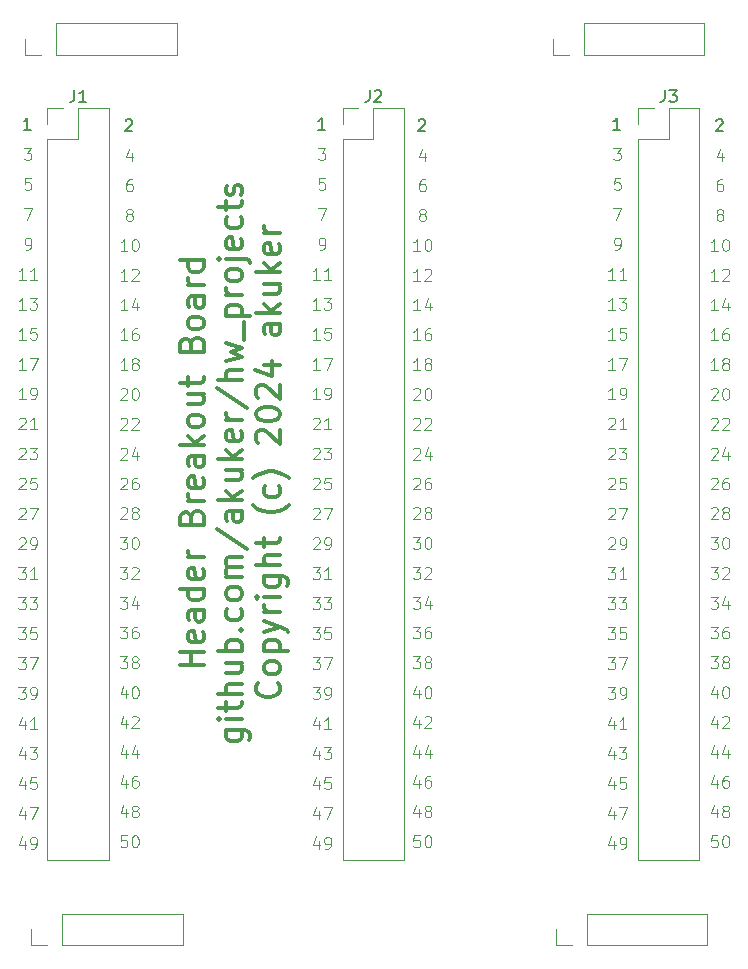
<source format=gbr>
%TF.GenerationSoftware,KiCad,Pcbnew,8.0.2*%
%TF.CreationDate,2024-09-15T20:03:39-05:00*%
%TF.ProjectId,fifty_pin_header_breakout,66696674-795f-4706-996e-5f6865616465,rev?*%
%TF.SameCoordinates,Original*%
%TF.FileFunction,Legend,Top*%
%TF.FilePolarity,Positive*%
%FSLAX46Y46*%
G04 Gerber Fmt 4.6, Leading zero omitted, Abs format (unit mm)*
G04 Created by KiCad (PCBNEW 8.0.2) date 2024-09-15 20:03:39*
%MOMM*%
%LPD*%
G01*
G04 APERTURE LIST*
%ADD10C,0.100000*%
%ADD11C,0.150000*%
%ADD12C,0.300000*%
%ADD13C,0.120000*%
%ADD14C,2.500000*%
%ADD15R,1.700000X1.700000*%
%ADD16O,1.700000X1.700000*%
G04 APERTURE END LIST*
D10*
X121156265Y-80031023D02*
X121203884Y-79983404D01*
X121203884Y-79983404D02*
X121299122Y-79935785D01*
X121299122Y-79935785D02*
X121537217Y-79935785D01*
X121537217Y-79935785D02*
X121632455Y-79983404D01*
X121632455Y-79983404D02*
X121680074Y-80031023D01*
X121680074Y-80031023D02*
X121727693Y-80126261D01*
X121727693Y-80126261D02*
X121727693Y-80221499D01*
X121727693Y-80221499D02*
X121680074Y-80364356D01*
X121680074Y-80364356D02*
X121108646Y-80935785D01*
X121108646Y-80935785D02*
X121727693Y-80935785D01*
X122632455Y-79935785D02*
X122156265Y-79935785D01*
X122156265Y-79935785D02*
X122108646Y-80411975D01*
X122108646Y-80411975D02*
X122156265Y-80364356D01*
X122156265Y-80364356D02*
X122251503Y-80316737D01*
X122251503Y-80316737D02*
X122489598Y-80316737D01*
X122489598Y-80316737D02*
X122584836Y-80364356D01*
X122584836Y-80364356D02*
X122632455Y-80411975D01*
X122632455Y-80411975D02*
X122680074Y-80507213D01*
X122680074Y-80507213D02*
X122680074Y-80745308D01*
X122680074Y-80745308D02*
X122632455Y-80840546D01*
X122632455Y-80840546D02*
X122584836Y-80888166D01*
X122584836Y-80888166D02*
X122489598Y-80935785D01*
X122489598Y-80935785D02*
X122251503Y-80935785D01*
X122251503Y-80935785D02*
X122156265Y-80888166D01*
X122156265Y-80888166D02*
X122108646Y-80840546D01*
X105332455Y-97941187D02*
X105332455Y-98607854D01*
X105094360Y-97560235D02*
X104856265Y-98274520D01*
X104856265Y-98274520D02*
X105475312Y-98274520D01*
X106046741Y-97607854D02*
X106141979Y-97607854D01*
X106141979Y-97607854D02*
X106237217Y-97655473D01*
X106237217Y-97655473D02*
X106284836Y-97703092D01*
X106284836Y-97703092D02*
X106332455Y-97798330D01*
X106332455Y-97798330D02*
X106380074Y-97988806D01*
X106380074Y-97988806D02*
X106380074Y-98226901D01*
X106380074Y-98226901D02*
X106332455Y-98417377D01*
X106332455Y-98417377D02*
X106284836Y-98512615D01*
X106284836Y-98512615D02*
X106237217Y-98560235D01*
X106237217Y-98560235D02*
X106141979Y-98607854D01*
X106141979Y-98607854D02*
X106046741Y-98607854D01*
X106046741Y-98607854D02*
X105951503Y-98560235D01*
X105951503Y-98560235D02*
X105903884Y-98512615D01*
X105903884Y-98512615D02*
X105856265Y-98417377D01*
X105856265Y-98417377D02*
X105808646Y-98226901D01*
X105808646Y-98226901D02*
X105808646Y-97988806D01*
X105808646Y-97988806D02*
X105856265Y-97798330D01*
X105856265Y-97798330D02*
X105903884Y-97703092D01*
X105903884Y-97703092D02*
X105951503Y-97655473D01*
X105951503Y-97655473D02*
X106046741Y-97607854D01*
X97256265Y-54572355D02*
X96780075Y-54572355D01*
X96780075Y-54572355D02*
X96732456Y-55048545D01*
X96732456Y-55048545D02*
X96780075Y-55000926D01*
X96780075Y-55000926D02*
X96875313Y-54953307D01*
X96875313Y-54953307D02*
X97113408Y-54953307D01*
X97113408Y-54953307D02*
X97208646Y-55000926D01*
X97208646Y-55000926D02*
X97256265Y-55048545D01*
X97256265Y-55048545D02*
X97303884Y-55143783D01*
X97303884Y-55143783D02*
X97303884Y-55381878D01*
X97303884Y-55381878D02*
X97256265Y-55477116D01*
X97256265Y-55477116D02*
X97208646Y-55524736D01*
X97208646Y-55524736D02*
X97113408Y-55572355D01*
X97113408Y-55572355D02*
X96875313Y-55572355D01*
X96875313Y-55572355D02*
X96780075Y-55524736D01*
X96780075Y-55524736D02*
X96732456Y-55477116D01*
X105332455Y-108039507D02*
X105332455Y-108706174D01*
X105094360Y-107658555D02*
X104856265Y-108372840D01*
X104856265Y-108372840D02*
X105475312Y-108372840D01*
X105999122Y-108134745D02*
X105903884Y-108087126D01*
X105903884Y-108087126D02*
X105856265Y-108039507D01*
X105856265Y-108039507D02*
X105808646Y-107944269D01*
X105808646Y-107944269D02*
X105808646Y-107896650D01*
X105808646Y-107896650D02*
X105856265Y-107801412D01*
X105856265Y-107801412D02*
X105903884Y-107753793D01*
X105903884Y-107753793D02*
X105999122Y-107706174D01*
X105999122Y-107706174D02*
X106189598Y-107706174D01*
X106189598Y-107706174D02*
X106284836Y-107753793D01*
X106284836Y-107753793D02*
X106332455Y-107801412D01*
X106332455Y-107801412D02*
X106380074Y-107896650D01*
X106380074Y-107896650D02*
X106380074Y-107944269D01*
X106380074Y-107944269D02*
X106332455Y-108039507D01*
X106332455Y-108039507D02*
X106284836Y-108087126D01*
X106284836Y-108087126D02*
X106189598Y-108134745D01*
X106189598Y-108134745D02*
X105999122Y-108134745D01*
X105999122Y-108134745D02*
X105903884Y-108182364D01*
X105903884Y-108182364D02*
X105856265Y-108229983D01*
X105856265Y-108229983D02*
X105808646Y-108325221D01*
X105808646Y-108325221D02*
X105808646Y-108515697D01*
X105808646Y-108515697D02*
X105856265Y-108610935D01*
X105856265Y-108610935D02*
X105903884Y-108658555D01*
X105903884Y-108658555D02*
X105999122Y-108706174D01*
X105999122Y-108706174D02*
X106189598Y-108706174D01*
X106189598Y-108706174D02*
X106284836Y-108658555D01*
X106284836Y-108658555D02*
X106332455Y-108610935D01*
X106332455Y-108610935D02*
X106380074Y-108515697D01*
X106380074Y-108515697D02*
X106380074Y-108325221D01*
X106380074Y-108325221D02*
X106332455Y-108229983D01*
X106332455Y-108229983D02*
X106284836Y-108182364D01*
X106284836Y-108182364D02*
X106189598Y-108134745D01*
X96256265Y-82567366D02*
X96303884Y-82519747D01*
X96303884Y-82519747D02*
X96399122Y-82472128D01*
X96399122Y-82472128D02*
X96637217Y-82472128D01*
X96637217Y-82472128D02*
X96732455Y-82519747D01*
X96732455Y-82519747D02*
X96780074Y-82567366D01*
X96780074Y-82567366D02*
X96827693Y-82662604D01*
X96827693Y-82662604D02*
X96827693Y-82757842D01*
X96827693Y-82757842D02*
X96780074Y-82900699D01*
X96780074Y-82900699D02*
X96208646Y-83472128D01*
X96208646Y-83472128D02*
X96827693Y-83472128D01*
X97161027Y-82472128D02*
X97827693Y-82472128D01*
X97827693Y-82472128D02*
X97399122Y-83472128D01*
X105332455Y-102990347D02*
X105332455Y-103657014D01*
X105094360Y-102609395D02*
X104856265Y-103323680D01*
X104856265Y-103323680D02*
X105475312Y-103323680D01*
X106284836Y-102990347D02*
X106284836Y-103657014D01*
X106046741Y-102609395D02*
X105808646Y-103323680D01*
X105808646Y-103323680D02*
X106427693Y-103323680D01*
X96684837Y-57108698D02*
X97351503Y-57108698D01*
X97351503Y-57108698D02*
X96922932Y-58108698D01*
X96827693Y-73326756D02*
X96256265Y-73326756D01*
X96541979Y-73326756D02*
X96541979Y-72326756D01*
X96541979Y-72326756D02*
X96446741Y-72469613D01*
X96446741Y-72469613D02*
X96351503Y-72564851D01*
X96351503Y-72564851D02*
X96256265Y-72612470D01*
X97303884Y-73326756D02*
X97494360Y-73326756D01*
X97494360Y-73326756D02*
X97589598Y-73279137D01*
X97589598Y-73279137D02*
X97637217Y-73231517D01*
X97637217Y-73231517D02*
X97732455Y-73088660D01*
X97732455Y-73088660D02*
X97780074Y-72898184D01*
X97780074Y-72898184D02*
X97780074Y-72517232D01*
X97780074Y-72517232D02*
X97732455Y-72421994D01*
X97732455Y-72421994D02*
X97684836Y-72374375D01*
X97684836Y-72374375D02*
X97589598Y-72326756D01*
X97589598Y-72326756D02*
X97399122Y-72326756D01*
X97399122Y-72326756D02*
X97303884Y-72374375D01*
X97303884Y-72374375D02*
X97256265Y-72421994D01*
X97256265Y-72421994D02*
X97208646Y-72517232D01*
X97208646Y-72517232D02*
X97208646Y-72755327D01*
X97208646Y-72755327D02*
X97256265Y-72850565D01*
X97256265Y-72850565D02*
X97303884Y-72898184D01*
X97303884Y-72898184D02*
X97399122Y-72945803D01*
X97399122Y-72945803D02*
X97589598Y-72945803D01*
X97589598Y-72945803D02*
X97684836Y-72898184D01*
X97684836Y-72898184D02*
X97732455Y-72850565D01*
X97732455Y-72850565D02*
X97780074Y-72755327D01*
X130132455Y-100465767D02*
X130132455Y-101132434D01*
X129894360Y-100084815D02*
X129656265Y-100799100D01*
X129656265Y-100799100D02*
X130275312Y-100799100D01*
X130608646Y-100227672D02*
X130656265Y-100180053D01*
X130656265Y-100180053D02*
X130751503Y-100132434D01*
X130751503Y-100132434D02*
X130989598Y-100132434D01*
X130989598Y-100132434D02*
X131084836Y-100180053D01*
X131084836Y-100180053D02*
X131132455Y-100227672D01*
X131132455Y-100227672D02*
X131180074Y-100322910D01*
X131180074Y-100322910D02*
X131180074Y-100418148D01*
X131180074Y-100418148D02*
X131132455Y-100561005D01*
X131132455Y-100561005D02*
X130561027Y-101132434D01*
X130561027Y-101132434D02*
X131180074Y-101132434D01*
X155427693Y-65788314D02*
X154856265Y-65788314D01*
X155141979Y-65788314D02*
X155141979Y-64788314D01*
X155141979Y-64788314D02*
X155046741Y-64931171D01*
X155046741Y-64931171D02*
X154951503Y-65026409D01*
X154951503Y-65026409D02*
X154856265Y-65074028D01*
X156284836Y-65121647D02*
X156284836Y-65788314D01*
X156046741Y-64740695D02*
X155808646Y-65454980D01*
X155808646Y-65454980D02*
X156427693Y-65454980D01*
X129656265Y-80031032D02*
X129703884Y-79983413D01*
X129703884Y-79983413D02*
X129799122Y-79935794D01*
X129799122Y-79935794D02*
X130037217Y-79935794D01*
X130037217Y-79935794D02*
X130132455Y-79983413D01*
X130132455Y-79983413D02*
X130180074Y-80031032D01*
X130180074Y-80031032D02*
X130227693Y-80126270D01*
X130227693Y-80126270D02*
X130227693Y-80221508D01*
X130227693Y-80221508D02*
X130180074Y-80364365D01*
X130180074Y-80364365D02*
X129608646Y-80935794D01*
X129608646Y-80935794D02*
X130227693Y-80935794D01*
X131084836Y-79935794D02*
X130894360Y-79935794D01*
X130894360Y-79935794D02*
X130799122Y-79983413D01*
X130799122Y-79983413D02*
X130751503Y-80031032D01*
X130751503Y-80031032D02*
X130656265Y-80173889D01*
X130656265Y-80173889D02*
X130608646Y-80364365D01*
X130608646Y-80364365D02*
X130608646Y-80745317D01*
X130608646Y-80745317D02*
X130656265Y-80840555D01*
X130656265Y-80840555D02*
X130703884Y-80888175D01*
X130703884Y-80888175D02*
X130799122Y-80935794D01*
X130799122Y-80935794D02*
X130989598Y-80935794D01*
X130989598Y-80935794D02*
X131084836Y-80888175D01*
X131084836Y-80888175D02*
X131132455Y-80840555D01*
X131132455Y-80840555D02*
X131180074Y-80745317D01*
X131180074Y-80745317D02*
X131180074Y-80507222D01*
X131180074Y-80507222D02*
X131132455Y-80411984D01*
X131132455Y-80411984D02*
X131084836Y-80364365D01*
X131084836Y-80364365D02*
X130989598Y-80316746D01*
X130989598Y-80316746D02*
X130799122Y-80316746D01*
X130799122Y-80316746D02*
X130703884Y-80364365D01*
X130703884Y-80364365D02*
X130656265Y-80411984D01*
X130656265Y-80411984D02*
X130608646Y-80507222D01*
X121632455Y-110705252D02*
X121632455Y-111371919D01*
X121394360Y-110324300D02*
X121156265Y-111038585D01*
X121156265Y-111038585D02*
X121775312Y-111038585D01*
X122203884Y-111371919D02*
X122394360Y-111371919D01*
X122394360Y-111371919D02*
X122489598Y-111324300D01*
X122489598Y-111324300D02*
X122537217Y-111276680D01*
X122537217Y-111276680D02*
X122632455Y-111133823D01*
X122632455Y-111133823D02*
X122680074Y-110943347D01*
X122680074Y-110943347D02*
X122680074Y-110562395D01*
X122680074Y-110562395D02*
X122632455Y-110467157D01*
X122632455Y-110467157D02*
X122584836Y-110419538D01*
X122584836Y-110419538D02*
X122489598Y-110371919D01*
X122489598Y-110371919D02*
X122299122Y-110371919D01*
X122299122Y-110371919D02*
X122203884Y-110419538D01*
X122203884Y-110419538D02*
X122156265Y-110467157D01*
X122156265Y-110467157D02*
X122108646Y-110562395D01*
X122108646Y-110562395D02*
X122108646Y-110800490D01*
X122108646Y-110800490D02*
X122156265Y-110895728D01*
X122156265Y-110895728D02*
X122203884Y-110943347D01*
X122203884Y-110943347D02*
X122299122Y-110990966D01*
X122299122Y-110990966D02*
X122489598Y-110990966D01*
X122489598Y-110990966D02*
X122584836Y-110943347D01*
X122584836Y-110943347D02*
X122632455Y-110895728D01*
X122632455Y-110895728D02*
X122680074Y-110800490D01*
X129656265Y-74981872D02*
X129703884Y-74934253D01*
X129703884Y-74934253D02*
X129799122Y-74886634D01*
X129799122Y-74886634D02*
X130037217Y-74886634D01*
X130037217Y-74886634D02*
X130132455Y-74934253D01*
X130132455Y-74934253D02*
X130180074Y-74981872D01*
X130180074Y-74981872D02*
X130227693Y-75077110D01*
X130227693Y-75077110D02*
X130227693Y-75172348D01*
X130227693Y-75172348D02*
X130180074Y-75315205D01*
X130180074Y-75315205D02*
X129608646Y-75886634D01*
X129608646Y-75886634D02*
X130227693Y-75886634D01*
X130608646Y-74981872D02*
X130656265Y-74934253D01*
X130656265Y-74934253D02*
X130751503Y-74886634D01*
X130751503Y-74886634D02*
X130989598Y-74886634D01*
X130989598Y-74886634D02*
X131084836Y-74934253D01*
X131084836Y-74934253D02*
X131132455Y-74981872D01*
X131132455Y-74981872D02*
X131180074Y-75077110D01*
X131180074Y-75077110D02*
X131180074Y-75172348D01*
X131180074Y-75172348D02*
X131132455Y-75315205D01*
X131132455Y-75315205D02*
X130561027Y-75886634D01*
X130561027Y-75886634D02*
X131180074Y-75886634D01*
X104808646Y-90034114D02*
X105427693Y-90034114D01*
X105427693Y-90034114D02*
X105094360Y-90415066D01*
X105094360Y-90415066D02*
X105237217Y-90415066D01*
X105237217Y-90415066D02*
X105332455Y-90462685D01*
X105332455Y-90462685D02*
X105380074Y-90510304D01*
X105380074Y-90510304D02*
X105427693Y-90605542D01*
X105427693Y-90605542D02*
X105427693Y-90843637D01*
X105427693Y-90843637D02*
X105380074Y-90938875D01*
X105380074Y-90938875D02*
X105332455Y-90986495D01*
X105332455Y-90986495D02*
X105237217Y-91034114D01*
X105237217Y-91034114D02*
X104951503Y-91034114D01*
X104951503Y-91034114D02*
X104856265Y-90986495D01*
X104856265Y-90986495D02*
X104808646Y-90938875D01*
X106284836Y-90367447D02*
X106284836Y-91034114D01*
X106046741Y-89986495D02*
X105808646Y-90700780D01*
X105808646Y-90700780D02*
X106427693Y-90700780D01*
D11*
X97261779Y-50471569D02*
X96690351Y-50471569D01*
X96976065Y-50471569D02*
X96976065Y-49471569D01*
X96976065Y-49471569D02*
X96880827Y-49614426D01*
X96880827Y-49614426D02*
X96785589Y-49709664D01*
X96785589Y-49709664D02*
X96690351Y-49757283D01*
D10*
X146632455Y-105632548D02*
X146632455Y-106299215D01*
X146394360Y-105251596D02*
X146156265Y-105965881D01*
X146156265Y-105965881D02*
X146775312Y-105965881D01*
X147632455Y-105299215D02*
X147156265Y-105299215D01*
X147156265Y-105299215D02*
X147108646Y-105775405D01*
X147108646Y-105775405D02*
X147156265Y-105727786D01*
X147156265Y-105727786D02*
X147251503Y-105680167D01*
X147251503Y-105680167D02*
X147489598Y-105680167D01*
X147489598Y-105680167D02*
X147584836Y-105727786D01*
X147584836Y-105727786D02*
X147632455Y-105775405D01*
X147632455Y-105775405D02*
X147680074Y-105870643D01*
X147680074Y-105870643D02*
X147680074Y-106108738D01*
X147680074Y-106108738D02*
X147632455Y-106203976D01*
X147632455Y-106203976D02*
X147584836Y-106251596D01*
X147584836Y-106251596D02*
X147489598Y-106299215D01*
X147489598Y-106299215D02*
X147251503Y-106299215D01*
X147251503Y-106299215D02*
X147156265Y-106251596D01*
X147156265Y-106251596D02*
X147108646Y-106203976D01*
X121108646Y-97690186D02*
X121727693Y-97690186D01*
X121727693Y-97690186D02*
X121394360Y-98071138D01*
X121394360Y-98071138D02*
X121537217Y-98071138D01*
X121537217Y-98071138D02*
X121632455Y-98118757D01*
X121632455Y-98118757D02*
X121680074Y-98166376D01*
X121680074Y-98166376D02*
X121727693Y-98261614D01*
X121727693Y-98261614D02*
X121727693Y-98499709D01*
X121727693Y-98499709D02*
X121680074Y-98594947D01*
X121680074Y-98594947D02*
X121632455Y-98642567D01*
X121632455Y-98642567D02*
X121537217Y-98690186D01*
X121537217Y-98690186D02*
X121251503Y-98690186D01*
X121251503Y-98690186D02*
X121156265Y-98642567D01*
X121156265Y-98642567D02*
X121108646Y-98594947D01*
X122203884Y-98690186D02*
X122394360Y-98690186D01*
X122394360Y-98690186D02*
X122489598Y-98642567D01*
X122489598Y-98642567D02*
X122537217Y-98594947D01*
X122537217Y-98594947D02*
X122632455Y-98452090D01*
X122632455Y-98452090D02*
X122680074Y-98261614D01*
X122680074Y-98261614D02*
X122680074Y-97880662D01*
X122680074Y-97880662D02*
X122632455Y-97785424D01*
X122632455Y-97785424D02*
X122584836Y-97737805D01*
X122584836Y-97737805D02*
X122489598Y-97690186D01*
X122489598Y-97690186D02*
X122299122Y-97690186D01*
X122299122Y-97690186D02*
X122203884Y-97737805D01*
X122203884Y-97737805D02*
X122156265Y-97785424D01*
X122156265Y-97785424D02*
X122108646Y-97880662D01*
X122108646Y-97880662D02*
X122108646Y-98118757D01*
X122108646Y-98118757D02*
X122156265Y-98213995D01*
X122156265Y-98213995D02*
X122203884Y-98261614D01*
X122203884Y-98261614D02*
X122299122Y-98309233D01*
X122299122Y-98309233D02*
X122489598Y-98309233D01*
X122489598Y-98309233D02*
X122584836Y-98261614D01*
X122584836Y-98261614D02*
X122632455Y-98213995D01*
X122632455Y-98213995D02*
X122680074Y-98118757D01*
X155332455Y-105514927D02*
X155332455Y-106181594D01*
X155094360Y-105133975D02*
X154856265Y-105848260D01*
X154856265Y-105848260D02*
X155475312Y-105848260D01*
X156284836Y-105181594D02*
X156094360Y-105181594D01*
X156094360Y-105181594D02*
X155999122Y-105229213D01*
X155999122Y-105229213D02*
X155951503Y-105276832D01*
X155951503Y-105276832D02*
X155856265Y-105419689D01*
X155856265Y-105419689D02*
X155808646Y-105610165D01*
X155808646Y-105610165D02*
X155808646Y-105991117D01*
X155808646Y-105991117D02*
X155856265Y-106086355D01*
X155856265Y-106086355D02*
X155903884Y-106133975D01*
X155903884Y-106133975D02*
X155999122Y-106181594D01*
X155999122Y-106181594D02*
X156189598Y-106181594D01*
X156189598Y-106181594D02*
X156284836Y-106133975D01*
X156284836Y-106133975D02*
X156332455Y-106086355D01*
X156332455Y-106086355D02*
X156380074Y-105991117D01*
X156380074Y-105991117D02*
X156380074Y-105753022D01*
X156380074Y-105753022D02*
X156332455Y-105657784D01*
X156332455Y-105657784D02*
X156284836Y-105610165D01*
X156284836Y-105610165D02*
X156189598Y-105562546D01*
X156189598Y-105562546D02*
X155999122Y-105562546D01*
X155999122Y-105562546D02*
X155903884Y-105610165D01*
X155903884Y-105610165D02*
X155856265Y-105657784D01*
X155856265Y-105657784D02*
X155808646Y-105753022D01*
D11*
X122161779Y-50471569D02*
X121590351Y-50471569D01*
X121876065Y-50471569D02*
X121876065Y-49471569D01*
X121876065Y-49471569D02*
X121780827Y-49614426D01*
X121780827Y-49614426D02*
X121685589Y-49709664D01*
X121685589Y-49709664D02*
X121590351Y-49757283D01*
D10*
X129608646Y-87509534D02*
X130227693Y-87509534D01*
X130227693Y-87509534D02*
X129894360Y-87890486D01*
X129894360Y-87890486D02*
X130037217Y-87890486D01*
X130037217Y-87890486D02*
X130132455Y-87938105D01*
X130132455Y-87938105D02*
X130180074Y-87985724D01*
X130180074Y-87985724D02*
X130227693Y-88080962D01*
X130227693Y-88080962D02*
X130227693Y-88319057D01*
X130227693Y-88319057D02*
X130180074Y-88414295D01*
X130180074Y-88414295D02*
X130132455Y-88461915D01*
X130132455Y-88461915D02*
X130037217Y-88509534D01*
X130037217Y-88509534D02*
X129751503Y-88509534D01*
X129751503Y-88509534D02*
X129656265Y-88461915D01*
X129656265Y-88461915D02*
X129608646Y-88414295D01*
X130608646Y-87604772D02*
X130656265Y-87557153D01*
X130656265Y-87557153D02*
X130751503Y-87509534D01*
X130751503Y-87509534D02*
X130989598Y-87509534D01*
X130989598Y-87509534D02*
X131084836Y-87557153D01*
X131084836Y-87557153D02*
X131132455Y-87604772D01*
X131132455Y-87604772D02*
X131180074Y-87700010D01*
X131180074Y-87700010D02*
X131180074Y-87795248D01*
X131180074Y-87795248D02*
X131132455Y-87938105D01*
X131132455Y-87938105D02*
X130561027Y-88509534D01*
X130561027Y-88509534D02*
X131180074Y-88509534D01*
X130132455Y-108039507D02*
X130132455Y-108706174D01*
X129894360Y-107658555D02*
X129656265Y-108372840D01*
X129656265Y-108372840D02*
X130275312Y-108372840D01*
X130799122Y-108134745D02*
X130703884Y-108087126D01*
X130703884Y-108087126D02*
X130656265Y-108039507D01*
X130656265Y-108039507D02*
X130608646Y-107944269D01*
X130608646Y-107944269D02*
X130608646Y-107896650D01*
X130608646Y-107896650D02*
X130656265Y-107801412D01*
X130656265Y-107801412D02*
X130703884Y-107753793D01*
X130703884Y-107753793D02*
X130799122Y-107706174D01*
X130799122Y-107706174D02*
X130989598Y-107706174D01*
X130989598Y-107706174D02*
X131084836Y-107753793D01*
X131084836Y-107753793D02*
X131132455Y-107801412D01*
X131132455Y-107801412D02*
X131180074Y-107896650D01*
X131180074Y-107896650D02*
X131180074Y-107944269D01*
X131180074Y-107944269D02*
X131132455Y-108039507D01*
X131132455Y-108039507D02*
X131084836Y-108087126D01*
X131084836Y-108087126D02*
X130989598Y-108134745D01*
X130989598Y-108134745D02*
X130799122Y-108134745D01*
X130799122Y-108134745D02*
X130703884Y-108182364D01*
X130703884Y-108182364D02*
X130656265Y-108229983D01*
X130656265Y-108229983D02*
X130608646Y-108325221D01*
X130608646Y-108325221D02*
X130608646Y-108515697D01*
X130608646Y-108515697D02*
X130656265Y-108610935D01*
X130656265Y-108610935D02*
X130703884Y-108658555D01*
X130703884Y-108658555D02*
X130799122Y-108706174D01*
X130799122Y-108706174D02*
X130989598Y-108706174D01*
X130989598Y-108706174D02*
X131084836Y-108658555D01*
X131084836Y-108658555D02*
X131132455Y-108610935D01*
X131132455Y-108610935D02*
X131180074Y-108515697D01*
X131180074Y-108515697D02*
X131180074Y-108325221D01*
X131180074Y-108325221D02*
X131132455Y-108229983D01*
X131132455Y-108229983D02*
X131084836Y-108182364D01*
X131084836Y-108182364D02*
X130989598Y-108134745D01*
X146108646Y-95153843D02*
X146727693Y-95153843D01*
X146727693Y-95153843D02*
X146394360Y-95534795D01*
X146394360Y-95534795D02*
X146537217Y-95534795D01*
X146537217Y-95534795D02*
X146632455Y-95582414D01*
X146632455Y-95582414D02*
X146680074Y-95630033D01*
X146680074Y-95630033D02*
X146727693Y-95725271D01*
X146727693Y-95725271D02*
X146727693Y-95963366D01*
X146727693Y-95963366D02*
X146680074Y-96058604D01*
X146680074Y-96058604D02*
X146632455Y-96106224D01*
X146632455Y-96106224D02*
X146537217Y-96153843D01*
X146537217Y-96153843D02*
X146251503Y-96153843D01*
X146251503Y-96153843D02*
X146156265Y-96106224D01*
X146156265Y-96106224D02*
X146108646Y-96058604D01*
X147061027Y-95153843D02*
X147727693Y-95153843D01*
X147727693Y-95153843D02*
X147299122Y-96153843D01*
X96684837Y-52036012D02*
X97303884Y-52036012D01*
X97303884Y-52036012D02*
X96970551Y-52416964D01*
X96970551Y-52416964D02*
X97113408Y-52416964D01*
X97113408Y-52416964D02*
X97208646Y-52464583D01*
X97208646Y-52464583D02*
X97256265Y-52512202D01*
X97256265Y-52512202D02*
X97303884Y-52607440D01*
X97303884Y-52607440D02*
X97303884Y-52845535D01*
X97303884Y-52845535D02*
X97256265Y-52940773D01*
X97256265Y-52940773D02*
X97208646Y-52988393D01*
X97208646Y-52988393D02*
X97113408Y-53036012D01*
X97113408Y-53036012D02*
X96827694Y-53036012D01*
X96827694Y-53036012D02*
X96732456Y-52988393D01*
X96732456Y-52988393D02*
X96684837Y-52940773D01*
X130132455Y-105514927D02*
X130132455Y-106181594D01*
X129894360Y-105133975D02*
X129656265Y-105848260D01*
X129656265Y-105848260D02*
X130275312Y-105848260D01*
X131084836Y-105181594D02*
X130894360Y-105181594D01*
X130894360Y-105181594D02*
X130799122Y-105229213D01*
X130799122Y-105229213D02*
X130751503Y-105276832D01*
X130751503Y-105276832D02*
X130656265Y-105419689D01*
X130656265Y-105419689D02*
X130608646Y-105610165D01*
X130608646Y-105610165D02*
X130608646Y-105991117D01*
X130608646Y-105991117D02*
X130656265Y-106086355D01*
X130656265Y-106086355D02*
X130703884Y-106133975D01*
X130703884Y-106133975D02*
X130799122Y-106181594D01*
X130799122Y-106181594D02*
X130989598Y-106181594D01*
X130989598Y-106181594D02*
X131084836Y-106133975D01*
X131084836Y-106133975D02*
X131132455Y-106086355D01*
X131132455Y-106086355D02*
X131180074Y-105991117D01*
X131180074Y-105991117D02*
X131180074Y-105753022D01*
X131180074Y-105753022D02*
X131132455Y-105657784D01*
X131132455Y-105657784D02*
X131084836Y-105610165D01*
X131084836Y-105610165D02*
X130989598Y-105562546D01*
X130989598Y-105562546D02*
X130799122Y-105562546D01*
X130799122Y-105562546D02*
X130703884Y-105610165D01*
X130703884Y-105610165D02*
X130656265Y-105657784D01*
X130656265Y-105657784D02*
X130608646Y-105753022D01*
D11*
X155290351Y-49707972D02*
X155337970Y-49660353D01*
X155337970Y-49660353D02*
X155433208Y-49612734D01*
X155433208Y-49612734D02*
X155671303Y-49612734D01*
X155671303Y-49612734D02*
X155766541Y-49660353D01*
X155766541Y-49660353D02*
X155814160Y-49707972D01*
X155814160Y-49707972D02*
X155861779Y-49803210D01*
X155861779Y-49803210D02*
X155861779Y-49898448D01*
X155861779Y-49898448D02*
X155814160Y-50041305D01*
X155814160Y-50041305D02*
X155242732Y-50612734D01*
X155242732Y-50612734D02*
X155861779Y-50612734D01*
D10*
X121727693Y-73326756D02*
X121156265Y-73326756D01*
X121441979Y-73326756D02*
X121441979Y-72326756D01*
X121441979Y-72326756D02*
X121346741Y-72469613D01*
X121346741Y-72469613D02*
X121251503Y-72564851D01*
X121251503Y-72564851D02*
X121156265Y-72612470D01*
X122203884Y-73326756D02*
X122394360Y-73326756D01*
X122394360Y-73326756D02*
X122489598Y-73279137D01*
X122489598Y-73279137D02*
X122537217Y-73231517D01*
X122537217Y-73231517D02*
X122632455Y-73088660D01*
X122632455Y-73088660D02*
X122680074Y-72898184D01*
X122680074Y-72898184D02*
X122680074Y-72517232D01*
X122680074Y-72517232D02*
X122632455Y-72421994D01*
X122632455Y-72421994D02*
X122584836Y-72374375D01*
X122584836Y-72374375D02*
X122489598Y-72326756D01*
X122489598Y-72326756D02*
X122299122Y-72326756D01*
X122299122Y-72326756D02*
X122203884Y-72374375D01*
X122203884Y-72374375D02*
X122156265Y-72421994D01*
X122156265Y-72421994D02*
X122108646Y-72517232D01*
X122108646Y-72517232D02*
X122108646Y-72755327D01*
X122108646Y-72755327D02*
X122156265Y-72850565D01*
X122156265Y-72850565D02*
X122203884Y-72898184D01*
X122203884Y-72898184D02*
X122299122Y-72945803D01*
X122299122Y-72945803D02*
X122489598Y-72945803D01*
X122489598Y-72945803D02*
X122584836Y-72898184D01*
X122584836Y-72898184D02*
X122632455Y-72850565D01*
X122632455Y-72850565D02*
X122680074Y-72755327D01*
X146584837Y-52036012D02*
X147203884Y-52036012D01*
X147203884Y-52036012D02*
X146870551Y-52416964D01*
X146870551Y-52416964D02*
X147013408Y-52416964D01*
X147013408Y-52416964D02*
X147108646Y-52464583D01*
X147108646Y-52464583D02*
X147156265Y-52512202D01*
X147156265Y-52512202D02*
X147203884Y-52607440D01*
X147203884Y-52607440D02*
X147203884Y-52845535D01*
X147203884Y-52845535D02*
X147156265Y-52940773D01*
X147156265Y-52940773D02*
X147108646Y-52988393D01*
X147108646Y-52988393D02*
X147013408Y-53036012D01*
X147013408Y-53036012D02*
X146727694Y-53036012D01*
X146727694Y-53036012D02*
X146632456Y-52988393D01*
X146632456Y-52988393D02*
X146584837Y-52940773D01*
X146727693Y-63181384D02*
X146156265Y-63181384D01*
X146441979Y-63181384D02*
X146441979Y-62181384D01*
X146441979Y-62181384D02*
X146346741Y-62324241D01*
X146346741Y-62324241D02*
X146251503Y-62419479D01*
X146251503Y-62419479D02*
X146156265Y-62467098D01*
X147680074Y-63181384D02*
X147108646Y-63181384D01*
X147394360Y-63181384D02*
X147394360Y-62181384D01*
X147394360Y-62181384D02*
X147299122Y-62324241D01*
X147299122Y-62324241D02*
X147203884Y-62419479D01*
X147203884Y-62419479D02*
X147108646Y-62467098D01*
X130227693Y-60739154D02*
X129656265Y-60739154D01*
X129941979Y-60739154D02*
X129941979Y-59739154D01*
X129941979Y-59739154D02*
X129846741Y-59882011D01*
X129846741Y-59882011D02*
X129751503Y-59977249D01*
X129751503Y-59977249D02*
X129656265Y-60024868D01*
X130846741Y-59739154D02*
X130941979Y-59739154D01*
X130941979Y-59739154D02*
X131037217Y-59786773D01*
X131037217Y-59786773D02*
X131084836Y-59834392D01*
X131084836Y-59834392D02*
X131132455Y-59929630D01*
X131132455Y-59929630D02*
X131180074Y-60120106D01*
X131180074Y-60120106D02*
X131180074Y-60358201D01*
X131180074Y-60358201D02*
X131132455Y-60548677D01*
X131132455Y-60548677D02*
X131084836Y-60643915D01*
X131084836Y-60643915D02*
X131037217Y-60691535D01*
X131037217Y-60691535D02*
X130941979Y-60739154D01*
X130941979Y-60739154D02*
X130846741Y-60739154D01*
X130846741Y-60739154D02*
X130751503Y-60691535D01*
X130751503Y-60691535D02*
X130703884Y-60643915D01*
X130703884Y-60643915D02*
X130656265Y-60548677D01*
X130656265Y-60548677D02*
X130608646Y-60358201D01*
X130608646Y-60358201D02*
X130608646Y-60120106D01*
X130608646Y-60120106D02*
X130656265Y-59929630D01*
X130656265Y-59929630D02*
X130703884Y-59834392D01*
X130703884Y-59834392D02*
X130751503Y-59786773D01*
X130751503Y-59786773D02*
X130846741Y-59739154D01*
X104808646Y-95083274D02*
X105427693Y-95083274D01*
X105427693Y-95083274D02*
X105094360Y-95464226D01*
X105094360Y-95464226D02*
X105237217Y-95464226D01*
X105237217Y-95464226D02*
X105332455Y-95511845D01*
X105332455Y-95511845D02*
X105380074Y-95559464D01*
X105380074Y-95559464D02*
X105427693Y-95654702D01*
X105427693Y-95654702D02*
X105427693Y-95892797D01*
X105427693Y-95892797D02*
X105380074Y-95988035D01*
X105380074Y-95988035D02*
X105332455Y-96035655D01*
X105332455Y-96035655D02*
X105237217Y-96083274D01*
X105237217Y-96083274D02*
X104951503Y-96083274D01*
X104951503Y-96083274D02*
X104856265Y-96035655D01*
X104856265Y-96035655D02*
X104808646Y-95988035D01*
X105999122Y-95511845D02*
X105903884Y-95464226D01*
X105903884Y-95464226D02*
X105856265Y-95416607D01*
X105856265Y-95416607D02*
X105808646Y-95321369D01*
X105808646Y-95321369D02*
X105808646Y-95273750D01*
X105808646Y-95273750D02*
X105856265Y-95178512D01*
X105856265Y-95178512D02*
X105903884Y-95130893D01*
X105903884Y-95130893D02*
X105999122Y-95083274D01*
X105999122Y-95083274D02*
X106189598Y-95083274D01*
X106189598Y-95083274D02*
X106284836Y-95130893D01*
X106284836Y-95130893D02*
X106332455Y-95178512D01*
X106332455Y-95178512D02*
X106380074Y-95273750D01*
X106380074Y-95273750D02*
X106380074Y-95321369D01*
X106380074Y-95321369D02*
X106332455Y-95416607D01*
X106332455Y-95416607D02*
X106284836Y-95464226D01*
X106284836Y-95464226D02*
X106189598Y-95511845D01*
X106189598Y-95511845D02*
X105999122Y-95511845D01*
X105999122Y-95511845D02*
X105903884Y-95559464D01*
X105903884Y-95559464D02*
X105856265Y-95607083D01*
X105856265Y-95607083D02*
X105808646Y-95702321D01*
X105808646Y-95702321D02*
X105808646Y-95892797D01*
X105808646Y-95892797D02*
X105856265Y-95988035D01*
X105856265Y-95988035D02*
X105903884Y-96035655D01*
X105903884Y-96035655D02*
X105999122Y-96083274D01*
X105999122Y-96083274D02*
X106189598Y-96083274D01*
X106189598Y-96083274D02*
X106284836Y-96035655D01*
X106284836Y-96035655D02*
X106332455Y-95988035D01*
X106332455Y-95988035D02*
X106380074Y-95892797D01*
X106380074Y-95892797D02*
X106380074Y-95702321D01*
X106380074Y-95702321D02*
X106332455Y-95607083D01*
X106332455Y-95607083D02*
X106284836Y-95559464D01*
X106284836Y-95559464D02*
X106189598Y-95511845D01*
X146727693Y-65717727D02*
X146156265Y-65717727D01*
X146441979Y-65717727D02*
X146441979Y-64717727D01*
X146441979Y-64717727D02*
X146346741Y-64860584D01*
X146346741Y-64860584D02*
X146251503Y-64955822D01*
X146251503Y-64955822D02*
X146156265Y-65003441D01*
X147061027Y-64717727D02*
X147680074Y-64717727D01*
X147680074Y-64717727D02*
X147346741Y-65098679D01*
X147346741Y-65098679D02*
X147489598Y-65098679D01*
X147489598Y-65098679D02*
X147584836Y-65146298D01*
X147584836Y-65146298D02*
X147632455Y-65193917D01*
X147632455Y-65193917D02*
X147680074Y-65289155D01*
X147680074Y-65289155D02*
X147680074Y-65527250D01*
X147680074Y-65527250D02*
X147632455Y-65622488D01*
X147632455Y-65622488D02*
X147584836Y-65670108D01*
X147584836Y-65670108D02*
X147489598Y-65717727D01*
X147489598Y-65717727D02*
X147203884Y-65717727D01*
X147203884Y-65717727D02*
X147108646Y-65670108D01*
X147108646Y-65670108D02*
X147061027Y-65622488D01*
X121108646Y-95153843D02*
X121727693Y-95153843D01*
X121727693Y-95153843D02*
X121394360Y-95534795D01*
X121394360Y-95534795D02*
X121537217Y-95534795D01*
X121537217Y-95534795D02*
X121632455Y-95582414D01*
X121632455Y-95582414D02*
X121680074Y-95630033D01*
X121680074Y-95630033D02*
X121727693Y-95725271D01*
X121727693Y-95725271D02*
X121727693Y-95963366D01*
X121727693Y-95963366D02*
X121680074Y-96058604D01*
X121680074Y-96058604D02*
X121632455Y-96106224D01*
X121632455Y-96106224D02*
X121537217Y-96153843D01*
X121537217Y-96153843D02*
X121251503Y-96153843D01*
X121251503Y-96153843D02*
X121156265Y-96106224D01*
X121156265Y-96106224D02*
X121108646Y-96058604D01*
X122061027Y-95153843D02*
X122727693Y-95153843D01*
X122727693Y-95153843D02*
X122299122Y-96153843D01*
X105808646Y-54689994D02*
X105618170Y-54689994D01*
X105618170Y-54689994D02*
X105522932Y-54737613D01*
X105522932Y-54737613D02*
X105475313Y-54785232D01*
X105475313Y-54785232D02*
X105380075Y-54928089D01*
X105380075Y-54928089D02*
X105332456Y-55118565D01*
X105332456Y-55118565D02*
X105332456Y-55499517D01*
X105332456Y-55499517D02*
X105380075Y-55594755D01*
X105380075Y-55594755D02*
X105427694Y-55642375D01*
X105427694Y-55642375D02*
X105522932Y-55689994D01*
X105522932Y-55689994D02*
X105713408Y-55689994D01*
X105713408Y-55689994D02*
X105808646Y-55642375D01*
X105808646Y-55642375D02*
X105856265Y-55594755D01*
X105856265Y-55594755D02*
X105903884Y-55499517D01*
X105903884Y-55499517D02*
X105903884Y-55261422D01*
X105903884Y-55261422D02*
X105856265Y-55166184D01*
X105856265Y-55166184D02*
X105808646Y-55118565D01*
X105808646Y-55118565D02*
X105713408Y-55070946D01*
X105713408Y-55070946D02*
X105522932Y-55070946D01*
X105522932Y-55070946D02*
X105427694Y-55118565D01*
X105427694Y-55118565D02*
X105380075Y-55166184D01*
X105380075Y-55166184D02*
X105332456Y-55261422D01*
X121156265Y-74958337D02*
X121203884Y-74910718D01*
X121203884Y-74910718D02*
X121299122Y-74863099D01*
X121299122Y-74863099D02*
X121537217Y-74863099D01*
X121537217Y-74863099D02*
X121632455Y-74910718D01*
X121632455Y-74910718D02*
X121680074Y-74958337D01*
X121680074Y-74958337D02*
X121727693Y-75053575D01*
X121727693Y-75053575D02*
X121727693Y-75148813D01*
X121727693Y-75148813D02*
X121680074Y-75291670D01*
X121680074Y-75291670D02*
X121108646Y-75863099D01*
X121108646Y-75863099D02*
X121727693Y-75863099D01*
X122680074Y-75863099D02*
X122108646Y-75863099D01*
X122394360Y-75863099D02*
X122394360Y-74863099D01*
X122394360Y-74863099D02*
X122299122Y-75005956D01*
X122299122Y-75005956D02*
X122203884Y-75101194D01*
X122203884Y-75101194D02*
X122108646Y-75148813D01*
X96732455Y-103096205D02*
X96732455Y-103762872D01*
X96494360Y-102715253D02*
X96256265Y-103429538D01*
X96256265Y-103429538D02*
X96875312Y-103429538D01*
X97161027Y-102762872D02*
X97780074Y-102762872D01*
X97780074Y-102762872D02*
X97446741Y-103143824D01*
X97446741Y-103143824D02*
X97589598Y-103143824D01*
X97589598Y-103143824D02*
X97684836Y-103191443D01*
X97684836Y-103191443D02*
X97732455Y-103239062D01*
X97732455Y-103239062D02*
X97780074Y-103334300D01*
X97780074Y-103334300D02*
X97780074Y-103572395D01*
X97780074Y-103572395D02*
X97732455Y-103667633D01*
X97732455Y-103667633D02*
X97684836Y-103715253D01*
X97684836Y-103715253D02*
X97589598Y-103762872D01*
X97589598Y-103762872D02*
X97303884Y-103762872D01*
X97303884Y-103762872D02*
X97208646Y-103715253D01*
X97208646Y-103715253D02*
X97161027Y-103667633D01*
X96732455Y-105632548D02*
X96732455Y-106299215D01*
X96494360Y-105251596D02*
X96256265Y-105965881D01*
X96256265Y-105965881D02*
X96875312Y-105965881D01*
X97732455Y-105299215D02*
X97256265Y-105299215D01*
X97256265Y-105299215D02*
X97208646Y-105775405D01*
X97208646Y-105775405D02*
X97256265Y-105727786D01*
X97256265Y-105727786D02*
X97351503Y-105680167D01*
X97351503Y-105680167D02*
X97589598Y-105680167D01*
X97589598Y-105680167D02*
X97684836Y-105727786D01*
X97684836Y-105727786D02*
X97732455Y-105775405D01*
X97732455Y-105775405D02*
X97780074Y-105870643D01*
X97780074Y-105870643D02*
X97780074Y-106108738D01*
X97780074Y-106108738D02*
X97732455Y-106203976D01*
X97732455Y-106203976D02*
X97684836Y-106251596D01*
X97684836Y-106251596D02*
X97589598Y-106299215D01*
X97589598Y-106299215D02*
X97351503Y-106299215D01*
X97351503Y-106299215D02*
X97256265Y-106251596D01*
X97256265Y-106251596D02*
X97208646Y-106203976D01*
X155427693Y-63263734D02*
X154856265Y-63263734D01*
X155141979Y-63263734D02*
X155141979Y-62263734D01*
X155141979Y-62263734D02*
X155046741Y-62406591D01*
X155046741Y-62406591D02*
X154951503Y-62501829D01*
X154951503Y-62501829D02*
X154856265Y-62549448D01*
X155808646Y-62358972D02*
X155856265Y-62311353D01*
X155856265Y-62311353D02*
X155951503Y-62263734D01*
X155951503Y-62263734D02*
X156189598Y-62263734D01*
X156189598Y-62263734D02*
X156284836Y-62311353D01*
X156284836Y-62311353D02*
X156332455Y-62358972D01*
X156332455Y-62358972D02*
X156380074Y-62454210D01*
X156380074Y-62454210D02*
X156380074Y-62549448D01*
X156380074Y-62549448D02*
X156332455Y-62692305D01*
X156332455Y-62692305D02*
X155761027Y-63263734D01*
X155761027Y-63263734D02*
X156380074Y-63263734D01*
X104808646Y-84984954D02*
X105427693Y-84984954D01*
X105427693Y-84984954D02*
X105094360Y-85365906D01*
X105094360Y-85365906D02*
X105237217Y-85365906D01*
X105237217Y-85365906D02*
X105332455Y-85413525D01*
X105332455Y-85413525D02*
X105380074Y-85461144D01*
X105380074Y-85461144D02*
X105427693Y-85556382D01*
X105427693Y-85556382D02*
X105427693Y-85794477D01*
X105427693Y-85794477D02*
X105380074Y-85889715D01*
X105380074Y-85889715D02*
X105332455Y-85937335D01*
X105332455Y-85937335D02*
X105237217Y-85984954D01*
X105237217Y-85984954D02*
X104951503Y-85984954D01*
X104951503Y-85984954D02*
X104856265Y-85937335D01*
X104856265Y-85937335D02*
X104808646Y-85889715D01*
X106046741Y-84984954D02*
X106141979Y-84984954D01*
X106141979Y-84984954D02*
X106237217Y-85032573D01*
X106237217Y-85032573D02*
X106284836Y-85080192D01*
X106284836Y-85080192D02*
X106332455Y-85175430D01*
X106332455Y-85175430D02*
X106380074Y-85365906D01*
X106380074Y-85365906D02*
X106380074Y-85604001D01*
X106380074Y-85604001D02*
X106332455Y-85794477D01*
X106332455Y-85794477D02*
X106284836Y-85889715D01*
X106284836Y-85889715D02*
X106237217Y-85937335D01*
X106237217Y-85937335D02*
X106141979Y-85984954D01*
X106141979Y-85984954D02*
X106046741Y-85984954D01*
X106046741Y-85984954D02*
X105951503Y-85937335D01*
X105951503Y-85937335D02*
X105903884Y-85889715D01*
X105903884Y-85889715D02*
X105856265Y-85794477D01*
X105856265Y-85794477D02*
X105808646Y-85604001D01*
X105808646Y-85604001D02*
X105808646Y-85365906D01*
X105808646Y-85365906D02*
X105856265Y-85175430D01*
X105856265Y-85175430D02*
X105903884Y-85080192D01*
X105903884Y-85080192D02*
X105951503Y-85032573D01*
X105951503Y-85032573D02*
X106046741Y-84984954D01*
X121156265Y-77494680D02*
X121203884Y-77447061D01*
X121203884Y-77447061D02*
X121299122Y-77399442D01*
X121299122Y-77399442D02*
X121537217Y-77399442D01*
X121537217Y-77399442D02*
X121632455Y-77447061D01*
X121632455Y-77447061D02*
X121680074Y-77494680D01*
X121680074Y-77494680D02*
X121727693Y-77589918D01*
X121727693Y-77589918D02*
X121727693Y-77685156D01*
X121727693Y-77685156D02*
X121680074Y-77828013D01*
X121680074Y-77828013D02*
X121108646Y-78399442D01*
X121108646Y-78399442D02*
X121727693Y-78399442D01*
X122061027Y-77399442D02*
X122680074Y-77399442D01*
X122680074Y-77399442D02*
X122346741Y-77780394D01*
X122346741Y-77780394D02*
X122489598Y-77780394D01*
X122489598Y-77780394D02*
X122584836Y-77828013D01*
X122584836Y-77828013D02*
X122632455Y-77875632D01*
X122632455Y-77875632D02*
X122680074Y-77970870D01*
X122680074Y-77970870D02*
X122680074Y-78208965D01*
X122680074Y-78208965D02*
X122632455Y-78304203D01*
X122632455Y-78304203D02*
X122584836Y-78351823D01*
X122584836Y-78351823D02*
X122489598Y-78399442D01*
X122489598Y-78399442D02*
X122203884Y-78399442D01*
X122203884Y-78399442D02*
X122108646Y-78351823D01*
X122108646Y-78351823D02*
X122061027Y-78304203D01*
X121632455Y-100559862D02*
X121632455Y-101226529D01*
X121394360Y-100178910D02*
X121156265Y-100893195D01*
X121156265Y-100893195D02*
X121775312Y-100893195D01*
X122680074Y-101226529D02*
X122108646Y-101226529D01*
X122394360Y-101226529D02*
X122394360Y-100226529D01*
X122394360Y-100226529D02*
X122299122Y-100369386D01*
X122299122Y-100369386D02*
X122203884Y-100464624D01*
X122203884Y-100464624D02*
X122108646Y-100512243D01*
X121727694Y-60645041D02*
X121918170Y-60645041D01*
X121918170Y-60645041D02*
X122013408Y-60597422D01*
X122013408Y-60597422D02*
X122061027Y-60549802D01*
X122061027Y-60549802D02*
X122156265Y-60406945D01*
X122156265Y-60406945D02*
X122203884Y-60216469D01*
X122203884Y-60216469D02*
X122203884Y-59835517D01*
X122203884Y-59835517D02*
X122156265Y-59740279D01*
X122156265Y-59740279D02*
X122108646Y-59692660D01*
X122108646Y-59692660D02*
X122013408Y-59645041D01*
X122013408Y-59645041D02*
X121822932Y-59645041D01*
X121822932Y-59645041D02*
X121727694Y-59692660D01*
X121727694Y-59692660D02*
X121680075Y-59740279D01*
X121680075Y-59740279D02*
X121632456Y-59835517D01*
X121632456Y-59835517D02*
X121632456Y-60073612D01*
X121632456Y-60073612D02*
X121680075Y-60168850D01*
X121680075Y-60168850D02*
X121727694Y-60216469D01*
X121727694Y-60216469D02*
X121822932Y-60264088D01*
X121822932Y-60264088D02*
X122013408Y-60264088D01*
X122013408Y-60264088D02*
X122108646Y-60216469D01*
X122108646Y-60216469D02*
X122156265Y-60168850D01*
X122156265Y-60168850D02*
X122203884Y-60073612D01*
X130322932Y-57643145D02*
X130227694Y-57595526D01*
X130227694Y-57595526D02*
X130180075Y-57547907D01*
X130180075Y-57547907D02*
X130132456Y-57452669D01*
X130132456Y-57452669D02*
X130132456Y-57405050D01*
X130132456Y-57405050D02*
X130180075Y-57309812D01*
X130180075Y-57309812D02*
X130227694Y-57262193D01*
X130227694Y-57262193D02*
X130322932Y-57214574D01*
X130322932Y-57214574D02*
X130513408Y-57214574D01*
X130513408Y-57214574D02*
X130608646Y-57262193D01*
X130608646Y-57262193D02*
X130656265Y-57309812D01*
X130656265Y-57309812D02*
X130703884Y-57405050D01*
X130703884Y-57405050D02*
X130703884Y-57452669D01*
X130703884Y-57452669D02*
X130656265Y-57547907D01*
X130656265Y-57547907D02*
X130608646Y-57595526D01*
X130608646Y-57595526D02*
X130513408Y-57643145D01*
X130513408Y-57643145D02*
X130322932Y-57643145D01*
X130322932Y-57643145D02*
X130227694Y-57690764D01*
X130227694Y-57690764D02*
X130180075Y-57738383D01*
X130180075Y-57738383D02*
X130132456Y-57833621D01*
X130132456Y-57833621D02*
X130132456Y-58024097D01*
X130132456Y-58024097D02*
X130180075Y-58119335D01*
X130180075Y-58119335D02*
X130227694Y-58166955D01*
X130227694Y-58166955D02*
X130322932Y-58214574D01*
X130322932Y-58214574D02*
X130513408Y-58214574D01*
X130513408Y-58214574D02*
X130608646Y-58166955D01*
X130608646Y-58166955D02*
X130656265Y-58119335D01*
X130656265Y-58119335D02*
X130703884Y-58024097D01*
X130703884Y-58024097D02*
X130703884Y-57833621D01*
X130703884Y-57833621D02*
X130656265Y-57738383D01*
X130656265Y-57738383D02*
X130608646Y-57690764D01*
X130608646Y-57690764D02*
X130513408Y-57643145D01*
X146156265Y-85103709D02*
X146203884Y-85056090D01*
X146203884Y-85056090D02*
X146299122Y-85008471D01*
X146299122Y-85008471D02*
X146537217Y-85008471D01*
X146537217Y-85008471D02*
X146632455Y-85056090D01*
X146632455Y-85056090D02*
X146680074Y-85103709D01*
X146680074Y-85103709D02*
X146727693Y-85198947D01*
X146727693Y-85198947D02*
X146727693Y-85294185D01*
X146727693Y-85294185D02*
X146680074Y-85437042D01*
X146680074Y-85437042D02*
X146108646Y-86008471D01*
X146108646Y-86008471D02*
X146727693Y-86008471D01*
X147203884Y-86008471D02*
X147394360Y-86008471D01*
X147394360Y-86008471D02*
X147489598Y-85960852D01*
X147489598Y-85960852D02*
X147537217Y-85913232D01*
X147537217Y-85913232D02*
X147632455Y-85770375D01*
X147632455Y-85770375D02*
X147680074Y-85579899D01*
X147680074Y-85579899D02*
X147680074Y-85198947D01*
X147680074Y-85198947D02*
X147632455Y-85103709D01*
X147632455Y-85103709D02*
X147584836Y-85056090D01*
X147584836Y-85056090D02*
X147489598Y-85008471D01*
X147489598Y-85008471D02*
X147299122Y-85008471D01*
X147299122Y-85008471D02*
X147203884Y-85056090D01*
X147203884Y-85056090D02*
X147156265Y-85103709D01*
X147156265Y-85103709D02*
X147108646Y-85198947D01*
X147108646Y-85198947D02*
X147108646Y-85437042D01*
X147108646Y-85437042D02*
X147156265Y-85532280D01*
X147156265Y-85532280D02*
X147203884Y-85579899D01*
X147203884Y-85579899D02*
X147299122Y-85627518D01*
X147299122Y-85627518D02*
X147489598Y-85627518D01*
X147489598Y-85627518D02*
X147584836Y-85579899D01*
X147584836Y-85579899D02*
X147632455Y-85532280D01*
X147632455Y-85532280D02*
X147680074Y-85437042D01*
X146632455Y-108168891D02*
X146632455Y-108835558D01*
X146394360Y-107787939D02*
X146156265Y-108502224D01*
X146156265Y-108502224D02*
X146775312Y-108502224D01*
X147061027Y-107835558D02*
X147727693Y-107835558D01*
X147727693Y-107835558D02*
X147299122Y-108835558D01*
X105808646Y-52498747D02*
X105808646Y-53165414D01*
X105570551Y-52117795D02*
X105332456Y-52832080D01*
X105332456Y-52832080D02*
X105951503Y-52832080D01*
X146632455Y-100559862D02*
X146632455Y-101226529D01*
X146394360Y-100178910D02*
X146156265Y-100893195D01*
X146156265Y-100893195D02*
X146775312Y-100893195D01*
X147680074Y-101226529D02*
X147108646Y-101226529D01*
X147394360Y-101226529D02*
X147394360Y-100226529D01*
X147394360Y-100226529D02*
X147299122Y-100369386D01*
X147299122Y-100369386D02*
X147203884Y-100464624D01*
X147203884Y-100464624D02*
X147108646Y-100512243D01*
X121727693Y-70790413D02*
X121156265Y-70790413D01*
X121441979Y-70790413D02*
X121441979Y-69790413D01*
X121441979Y-69790413D02*
X121346741Y-69933270D01*
X121346741Y-69933270D02*
X121251503Y-70028508D01*
X121251503Y-70028508D02*
X121156265Y-70076127D01*
X122061027Y-69790413D02*
X122727693Y-69790413D01*
X122727693Y-69790413D02*
X122299122Y-70790413D01*
X104856265Y-80031032D02*
X104903884Y-79983413D01*
X104903884Y-79983413D02*
X104999122Y-79935794D01*
X104999122Y-79935794D02*
X105237217Y-79935794D01*
X105237217Y-79935794D02*
X105332455Y-79983413D01*
X105332455Y-79983413D02*
X105380074Y-80031032D01*
X105380074Y-80031032D02*
X105427693Y-80126270D01*
X105427693Y-80126270D02*
X105427693Y-80221508D01*
X105427693Y-80221508D02*
X105380074Y-80364365D01*
X105380074Y-80364365D02*
X104808646Y-80935794D01*
X104808646Y-80935794D02*
X105427693Y-80935794D01*
X106284836Y-79935794D02*
X106094360Y-79935794D01*
X106094360Y-79935794D02*
X105999122Y-79983413D01*
X105999122Y-79983413D02*
X105951503Y-80031032D01*
X105951503Y-80031032D02*
X105856265Y-80173889D01*
X105856265Y-80173889D02*
X105808646Y-80364365D01*
X105808646Y-80364365D02*
X105808646Y-80745317D01*
X105808646Y-80745317D02*
X105856265Y-80840555D01*
X105856265Y-80840555D02*
X105903884Y-80888175D01*
X105903884Y-80888175D02*
X105999122Y-80935794D01*
X105999122Y-80935794D02*
X106189598Y-80935794D01*
X106189598Y-80935794D02*
X106284836Y-80888175D01*
X106284836Y-80888175D02*
X106332455Y-80840555D01*
X106332455Y-80840555D02*
X106380074Y-80745317D01*
X106380074Y-80745317D02*
X106380074Y-80507222D01*
X106380074Y-80507222D02*
X106332455Y-80411984D01*
X106332455Y-80411984D02*
X106284836Y-80364365D01*
X106284836Y-80364365D02*
X106189598Y-80316746D01*
X106189598Y-80316746D02*
X105999122Y-80316746D01*
X105999122Y-80316746D02*
X105903884Y-80364365D01*
X105903884Y-80364365D02*
X105856265Y-80411984D01*
X105856265Y-80411984D02*
X105808646Y-80507222D01*
X154808646Y-90034114D02*
X155427693Y-90034114D01*
X155427693Y-90034114D02*
X155094360Y-90415066D01*
X155094360Y-90415066D02*
X155237217Y-90415066D01*
X155237217Y-90415066D02*
X155332455Y-90462685D01*
X155332455Y-90462685D02*
X155380074Y-90510304D01*
X155380074Y-90510304D02*
X155427693Y-90605542D01*
X155427693Y-90605542D02*
X155427693Y-90843637D01*
X155427693Y-90843637D02*
X155380074Y-90938875D01*
X155380074Y-90938875D02*
X155332455Y-90986495D01*
X155332455Y-90986495D02*
X155237217Y-91034114D01*
X155237217Y-91034114D02*
X154951503Y-91034114D01*
X154951503Y-91034114D02*
X154856265Y-90986495D01*
X154856265Y-90986495D02*
X154808646Y-90938875D01*
X156284836Y-90367447D02*
X156284836Y-91034114D01*
X156046741Y-89986495D02*
X155808646Y-90700780D01*
X155808646Y-90700780D02*
X156427693Y-90700780D01*
X146108646Y-92617500D02*
X146727693Y-92617500D01*
X146727693Y-92617500D02*
X146394360Y-92998452D01*
X146394360Y-92998452D02*
X146537217Y-92998452D01*
X146537217Y-92998452D02*
X146632455Y-93046071D01*
X146632455Y-93046071D02*
X146680074Y-93093690D01*
X146680074Y-93093690D02*
X146727693Y-93188928D01*
X146727693Y-93188928D02*
X146727693Y-93427023D01*
X146727693Y-93427023D02*
X146680074Y-93522261D01*
X146680074Y-93522261D02*
X146632455Y-93569881D01*
X146632455Y-93569881D02*
X146537217Y-93617500D01*
X146537217Y-93617500D02*
X146251503Y-93617500D01*
X146251503Y-93617500D02*
X146156265Y-93569881D01*
X146156265Y-93569881D02*
X146108646Y-93522261D01*
X147632455Y-92617500D02*
X147156265Y-92617500D01*
X147156265Y-92617500D02*
X147108646Y-93093690D01*
X147108646Y-93093690D02*
X147156265Y-93046071D01*
X147156265Y-93046071D02*
X147251503Y-92998452D01*
X147251503Y-92998452D02*
X147489598Y-92998452D01*
X147489598Y-92998452D02*
X147584836Y-93046071D01*
X147584836Y-93046071D02*
X147632455Y-93093690D01*
X147632455Y-93093690D02*
X147680074Y-93188928D01*
X147680074Y-93188928D02*
X147680074Y-93427023D01*
X147680074Y-93427023D02*
X147632455Y-93522261D01*
X147632455Y-93522261D02*
X147584836Y-93569881D01*
X147584836Y-93569881D02*
X147489598Y-93617500D01*
X147489598Y-93617500D02*
X147251503Y-93617500D01*
X147251503Y-93617500D02*
X147156265Y-93569881D01*
X147156265Y-93569881D02*
X147108646Y-93522261D01*
X154856265Y-77506452D02*
X154903884Y-77458833D01*
X154903884Y-77458833D02*
X154999122Y-77411214D01*
X154999122Y-77411214D02*
X155237217Y-77411214D01*
X155237217Y-77411214D02*
X155332455Y-77458833D01*
X155332455Y-77458833D02*
X155380074Y-77506452D01*
X155380074Y-77506452D02*
X155427693Y-77601690D01*
X155427693Y-77601690D02*
X155427693Y-77696928D01*
X155427693Y-77696928D02*
X155380074Y-77839785D01*
X155380074Y-77839785D02*
X154808646Y-78411214D01*
X154808646Y-78411214D02*
X155427693Y-78411214D01*
X156284836Y-77744547D02*
X156284836Y-78411214D01*
X156046741Y-77363595D02*
X155808646Y-78077880D01*
X155808646Y-78077880D02*
X156427693Y-78077880D01*
X96256265Y-77494680D02*
X96303884Y-77447061D01*
X96303884Y-77447061D02*
X96399122Y-77399442D01*
X96399122Y-77399442D02*
X96637217Y-77399442D01*
X96637217Y-77399442D02*
X96732455Y-77447061D01*
X96732455Y-77447061D02*
X96780074Y-77494680D01*
X96780074Y-77494680D02*
X96827693Y-77589918D01*
X96827693Y-77589918D02*
X96827693Y-77685156D01*
X96827693Y-77685156D02*
X96780074Y-77828013D01*
X96780074Y-77828013D02*
X96208646Y-78399442D01*
X96208646Y-78399442D02*
X96827693Y-78399442D01*
X97161027Y-77399442D02*
X97780074Y-77399442D01*
X97780074Y-77399442D02*
X97446741Y-77780394D01*
X97446741Y-77780394D02*
X97589598Y-77780394D01*
X97589598Y-77780394D02*
X97684836Y-77828013D01*
X97684836Y-77828013D02*
X97732455Y-77875632D01*
X97732455Y-77875632D02*
X97780074Y-77970870D01*
X97780074Y-77970870D02*
X97780074Y-78208965D01*
X97780074Y-78208965D02*
X97732455Y-78304203D01*
X97732455Y-78304203D02*
X97684836Y-78351823D01*
X97684836Y-78351823D02*
X97589598Y-78399442D01*
X97589598Y-78399442D02*
X97303884Y-78399442D01*
X97303884Y-78399442D02*
X97208646Y-78351823D01*
X97208646Y-78351823D02*
X97161027Y-78304203D01*
X96208646Y-97690186D02*
X96827693Y-97690186D01*
X96827693Y-97690186D02*
X96494360Y-98071138D01*
X96494360Y-98071138D02*
X96637217Y-98071138D01*
X96637217Y-98071138D02*
X96732455Y-98118757D01*
X96732455Y-98118757D02*
X96780074Y-98166376D01*
X96780074Y-98166376D02*
X96827693Y-98261614D01*
X96827693Y-98261614D02*
X96827693Y-98499709D01*
X96827693Y-98499709D02*
X96780074Y-98594947D01*
X96780074Y-98594947D02*
X96732455Y-98642567D01*
X96732455Y-98642567D02*
X96637217Y-98690186D01*
X96637217Y-98690186D02*
X96351503Y-98690186D01*
X96351503Y-98690186D02*
X96256265Y-98642567D01*
X96256265Y-98642567D02*
X96208646Y-98594947D01*
X97303884Y-98690186D02*
X97494360Y-98690186D01*
X97494360Y-98690186D02*
X97589598Y-98642567D01*
X97589598Y-98642567D02*
X97637217Y-98594947D01*
X97637217Y-98594947D02*
X97732455Y-98452090D01*
X97732455Y-98452090D02*
X97780074Y-98261614D01*
X97780074Y-98261614D02*
X97780074Y-97880662D01*
X97780074Y-97880662D02*
X97732455Y-97785424D01*
X97732455Y-97785424D02*
X97684836Y-97737805D01*
X97684836Y-97737805D02*
X97589598Y-97690186D01*
X97589598Y-97690186D02*
X97399122Y-97690186D01*
X97399122Y-97690186D02*
X97303884Y-97737805D01*
X97303884Y-97737805D02*
X97256265Y-97785424D01*
X97256265Y-97785424D02*
X97208646Y-97880662D01*
X97208646Y-97880662D02*
X97208646Y-98118757D01*
X97208646Y-98118757D02*
X97256265Y-98213995D01*
X97256265Y-98213995D02*
X97303884Y-98261614D01*
X97303884Y-98261614D02*
X97399122Y-98309233D01*
X97399122Y-98309233D02*
X97589598Y-98309233D01*
X97589598Y-98309233D02*
X97684836Y-98261614D01*
X97684836Y-98261614D02*
X97732455Y-98213995D01*
X97732455Y-98213995D02*
X97780074Y-98118757D01*
X155380074Y-110230754D02*
X154903884Y-110230754D01*
X154903884Y-110230754D02*
X154856265Y-110706944D01*
X154856265Y-110706944D02*
X154903884Y-110659325D01*
X154903884Y-110659325D02*
X154999122Y-110611706D01*
X154999122Y-110611706D02*
X155237217Y-110611706D01*
X155237217Y-110611706D02*
X155332455Y-110659325D01*
X155332455Y-110659325D02*
X155380074Y-110706944D01*
X155380074Y-110706944D02*
X155427693Y-110802182D01*
X155427693Y-110802182D02*
X155427693Y-111040277D01*
X155427693Y-111040277D02*
X155380074Y-111135515D01*
X155380074Y-111135515D02*
X155332455Y-111183135D01*
X155332455Y-111183135D02*
X155237217Y-111230754D01*
X155237217Y-111230754D02*
X154999122Y-111230754D01*
X154999122Y-111230754D02*
X154903884Y-111183135D01*
X154903884Y-111183135D02*
X154856265Y-111135515D01*
X156046741Y-110230754D02*
X156141979Y-110230754D01*
X156141979Y-110230754D02*
X156237217Y-110278373D01*
X156237217Y-110278373D02*
X156284836Y-110325992D01*
X156284836Y-110325992D02*
X156332455Y-110421230D01*
X156332455Y-110421230D02*
X156380074Y-110611706D01*
X156380074Y-110611706D02*
X156380074Y-110849801D01*
X156380074Y-110849801D02*
X156332455Y-111040277D01*
X156332455Y-111040277D02*
X156284836Y-111135515D01*
X156284836Y-111135515D02*
X156237217Y-111183135D01*
X156237217Y-111183135D02*
X156141979Y-111230754D01*
X156141979Y-111230754D02*
X156046741Y-111230754D01*
X156046741Y-111230754D02*
X155951503Y-111183135D01*
X155951503Y-111183135D02*
X155903884Y-111135515D01*
X155903884Y-111135515D02*
X155856265Y-111040277D01*
X155856265Y-111040277D02*
X155808646Y-110849801D01*
X155808646Y-110849801D02*
X155808646Y-110611706D01*
X155808646Y-110611706D02*
X155856265Y-110421230D01*
X155856265Y-110421230D02*
X155903884Y-110325992D01*
X155903884Y-110325992D02*
X155951503Y-110278373D01*
X155951503Y-110278373D02*
X156046741Y-110230754D01*
X155427693Y-70837474D02*
X154856265Y-70837474D01*
X155141979Y-70837474D02*
X155141979Y-69837474D01*
X155141979Y-69837474D02*
X155046741Y-69980331D01*
X155046741Y-69980331D02*
X154951503Y-70075569D01*
X154951503Y-70075569D02*
X154856265Y-70123188D01*
X155999122Y-70266045D02*
X155903884Y-70218426D01*
X155903884Y-70218426D02*
X155856265Y-70170807D01*
X155856265Y-70170807D02*
X155808646Y-70075569D01*
X155808646Y-70075569D02*
X155808646Y-70027950D01*
X155808646Y-70027950D02*
X155856265Y-69932712D01*
X155856265Y-69932712D02*
X155903884Y-69885093D01*
X155903884Y-69885093D02*
X155999122Y-69837474D01*
X155999122Y-69837474D02*
X156189598Y-69837474D01*
X156189598Y-69837474D02*
X156284836Y-69885093D01*
X156284836Y-69885093D02*
X156332455Y-69932712D01*
X156332455Y-69932712D02*
X156380074Y-70027950D01*
X156380074Y-70027950D02*
X156380074Y-70075569D01*
X156380074Y-70075569D02*
X156332455Y-70170807D01*
X156332455Y-70170807D02*
X156284836Y-70218426D01*
X156284836Y-70218426D02*
X156189598Y-70266045D01*
X156189598Y-70266045D02*
X155999122Y-70266045D01*
X155999122Y-70266045D02*
X155903884Y-70313664D01*
X155903884Y-70313664D02*
X155856265Y-70361283D01*
X155856265Y-70361283D02*
X155808646Y-70456521D01*
X155808646Y-70456521D02*
X155808646Y-70646997D01*
X155808646Y-70646997D02*
X155856265Y-70742235D01*
X155856265Y-70742235D02*
X155903884Y-70789855D01*
X155903884Y-70789855D02*
X155999122Y-70837474D01*
X155999122Y-70837474D02*
X156189598Y-70837474D01*
X156189598Y-70837474D02*
X156284836Y-70789855D01*
X156284836Y-70789855D02*
X156332455Y-70742235D01*
X156332455Y-70742235D02*
X156380074Y-70646997D01*
X156380074Y-70646997D02*
X156380074Y-70456521D01*
X156380074Y-70456521D02*
X156332455Y-70361283D01*
X156332455Y-70361283D02*
X156284836Y-70313664D01*
X156284836Y-70313664D02*
X156189598Y-70266045D01*
X155332455Y-97941187D02*
X155332455Y-98607854D01*
X155094360Y-97560235D02*
X154856265Y-98274520D01*
X154856265Y-98274520D02*
X155475312Y-98274520D01*
X156046741Y-97607854D02*
X156141979Y-97607854D01*
X156141979Y-97607854D02*
X156237217Y-97655473D01*
X156237217Y-97655473D02*
X156284836Y-97703092D01*
X156284836Y-97703092D02*
X156332455Y-97798330D01*
X156332455Y-97798330D02*
X156380074Y-97988806D01*
X156380074Y-97988806D02*
X156380074Y-98226901D01*
X156380074Y-98226901D02*
X156332455Y-98417377D01*
X156332455Y-98417377D02*
X156284836Y-98512615D01*
X156284836Y-98512615D02*
X156237217Y-98560235D01*
X156237217Y-98560235D02*
X156141979Y-98607854D01*
X156141979Y-98607854D02*
X156046741Y-98607854D01*
X156046741Y-98607854D02*
X155951503Y-98560235D01*
X155951503Y-98560235D02*
X155903884Y-98512615D01*
X155903884Y-98512615D02*
X155856265Y-98417377D01*
X155856265Y-98417377D02*
X155808646Y-98226901D01*
X155808646Y-98226901D02*
X155808646Y-97988806D01*
X155808646Y-97988806D02*
X155856265Y-97798330D01*
X155856265Y-97798330D02*
X155903884Y-97703092D01*
X155903884Y-97703092D02*
X155951503Y-97655473D01*
X155951503Y-97655473D02*
X156046741Y-97607854D01*
X146727694Y-60645041D02*
X146918170Y-60645041D01*
X146918170Y-60645041D02*
X147013408Y-60597422D01*
X147013408Y-60597422D02*
X147061027Y-60549802D01*
X147061027Y-60549802D02*
X147156265Y-60406945D01*
X147156265Y-60406945D02*
X147203884Y-60216469D01*
X147203884Y-60216469D02*
X147203884Y-59835517D01*
X147203884Y-59835517D02*
X147156265Y-59740279D01*
X147156265Y-59740279D02*
X147108646Y-59692660D01*
X147108646Y-59692660D02*
X147013408Y-59645041D01*
X147013408Y-59645041D02*
X146822932Y-59645041D01*
X146822932Y-59645041D02*
X146727694Y-59692660D01*
X146727694Y-59692660D02*
X146680075Y-59740279D01*
X146680075Y-59740279D02*
X146632456Y-59835517D01*
X146632456Y-59835517D02*
X146632456Y-60073612D01*
X146632456Y-60073612D02*
X146680075Y-60168850D01*
X146680075Y-60168850D02*
X146727694Y-60216469D01*
X146727694Y-60216469D02*
X146822932Y-60264088D01*
X146822932Y-60264088D02*
X147013408Y-60264088D01*
X147013408Y-60264088D02*
X147108646Y-60216469D01*
X147108646Y-60216469D02*
X147156265Y-60168850D01*
X147156265Y-60168850D02*
X147203884Y-60073612D01*
X121584837Y-52036012D02*
X122203884Y-52036012D01*
X122203884Y-52036012D02*
X121870551Y-52416964D01*
X121870551Y-52416964D02*
X122013408Y-52416964D01*
X122013408Y-52416964D02*
X122108646Y-52464583D01*
X122108646Y-52464583D02*
X122156265Y-52512202D01*
X122156265Y-52512202D02*
X122203884Y-52607440D01*
X122203884Y-52607440D02*
X122203884Y-52845535D01*
X122203884Y-52845535D02*
X122156265Y-52940773D01*
X122156265Y-52940773D02*
X122108646Y-52988393D01*
X122108646Y-52988393D02*
X122013408Y-53036012D01*
X122013408Y-53036012D02*
X121727694Y-53036012D01*
X121727694Y-53036012D02*
X121632456Y-52988393D01*
X121632456Y-52988393D02*
X121584837Y-52940773D01*
X104808646Y-92558694D02*
X105427693Y-92558694D01*
X105427693Y-92558694D02*
X105094360Y-92939646D01*
X105094360Y-92939646D02*
X105237217Y-92939646D01*
X105237217Y-92939646D02*
X105332455Y-92987265D01*
X105332455Y-92987265D02*
X105380074Y-93034884D01*
X105380074Y-93034884D02*
X105427693Y-93130122D01*
X105427693Y-93130122D02*
X105427693Y-93368217D01*
X105427693Y-93368217D02*
X105380074Y-93463455D01*
X105380074Y-93463455D02*
X105332455Y-93511075D01*
X105332455Y-93511075D02*
X105237217Y-93558694D01*
X105237217Y-93558694D02*
X104951503Y-93558694D01*
X104951503Y-93558694D02*
X104856265Y-93511075D01*
X104856265Y-93511075D02*
X104808646Y-93463455D01*
X106284836Y-92558694D02*
X106094360Y-92558694D01*
X106094360Y-92558694D02*
X105999122Y-92606313D01*
X105999122Y-92606313D02*
X105951503Y-92653932D01*
X105951503Y-92653932D02*
X105856265Y-92796789D01*
X105856265Y-92796789D02*
X105808646Y-92987265D01*
X105808646Y-92987265D02*
X105808646Y-93368217D01*
X105808646Y-93368217D02*
X105856265Y-93463455D01*
X105856265Y-93463455D02*
X105903884Y-93511075D01*
X105903884Y-93511075D02*
X105999122Y-93558694D01*
X105999122Y-93558694D02*
X106189598Y-93558694D01*
X106189598Y-93558694D02*
X106284836Y-93511075D01*
X106284836Y-93511075D02*
X106332455Y-93463455D01*
X106332455Y-93463455D02*
X106380074Y-93368217D01*
X106380074Y-93368217D02*
X106380074Y-93130122D01*
X106380074Y-93130122D02*
X106332455Y-93034884D01*
X106332455Y-93034884D02*
X106284836Y-92987265D01*
X106284836Y-92987265D02*
X106189598Y-92939646D01*
X106189598Y-92939646D02*
X105999122Y-92939646D01*
X105999122Y-92939646D02*
X105903884Y-92987265D01*
X105903884Y-92987265D02*
X105856265Y-93034884D01*
X105856265Y-93034884D02*
X105808646Y-93130122D01*
X154856265Y-80031032D02*
X154903884Y-79983413D01*
X154903884Y-79983413D02*
X154999122Y-79935794D01*
X154999122Y-79935794D02*
X155237217Y-79935794D01*
X155237217Y-79935794D02*
X155332455Y-79983413D01*
X155332455Y-79983413D02*
X155380074Y-80031032D01*
X155380074Y-80031032D02*
X155427693Y-80126270D01*
X155427693Y-80126270D02*
X155427693Y-80221508D01*
X155427693Y-80221508D02*
X155380074Y-80364365D01*
X155380074Y-80364365D02*
X154808646Y-80935794D01*
X154808646Y-80935794D02*
X155427693Y-80935794D01*
X156284836Y-79935794D02*
X156094360Y-79935794D01*
X156094360Y-79935794D02*
X155999122Y-79983413D01*
X155999122Y-79983413D02*
X155951503Y-80031032D01*
X155951503Y-80031032D02*
X155856265Y-80173889D01*
X155856265Y-80173889D02*
X155808646Y-80364365D01*
X155808646Y-80364365D02*
X155808646Y-80745317D01*
X155808646Y-80745317D02*
X155856265Y-80840555D01*
X155856265Y-80840555D02*
X155903884Y-80888175D01*
X155903884Y-80888175D02*
X155999122Y-80935794D01*
X155999122Y-80935794D02*
X156189598Y-80935794D01*
X156189598Y-80935794D02*
X156284836Y-80888175D01*
X156284836Y-80888175D02*
X156332455Y-80840555D01*
X156332455Y-80840555D02*
X156380074Y-80745317D01*
X156380074Y-80745317D02*
X156380074Y-80507222D01*
X156380074Y-80507222D02*
X156332455Y-80411984D01*
X156332455Y-80411984D02*
X156284836Y-80364365D01*
X156284836Y-80364365D02*
X156189598Y-80316746D01*
X156189598Y-80316746D02*
X155999122Y-80316746D01*
X155999122Y-80316746D02*
X155903884Y-80364365D01*
X155903884Y-80364365D02*
X155856265Y-80411984D01*
X155856265Y-80411984D02*
X155808646Y-80507222D01*
X155808646Y-54689994D02*
X155618170Y-54689994D01*
X155618170Y-54689994D02*
X155522932Y-54737613D01*
X155522932Y-54737613D02*
X155475313Y-54785232D01*
X155475313Y-54785232D02*
X155380075Y-54928089D01*
X155380075Y-54928089D02*
X155332456Y-55118565D01*
X155332456Y-55118565D02*
X155332456Y-55499517D01*
X155332456Y-55499517D02*
X155380075Y-55594755D01*
X155380075Y-55594755D02*
X155427694Y-55642375D01*
X155427694Y-55642375D02*
X155522932Y-55689994D01*
X155522932Y-55689994D02*
X155713408Y-55689994D01*
X155713408Y-55689994D02*
X155808646Y-55642375D01*
X155808646Y-55642375D02*
X155856265Y-55594755D01*
X155856265Y-55594755D02*
X155903884Y-55499517D01*
X155903884Y-55499517D02*
X155903884Y-55261422D01*
X155903884Y-55261422D02*
X155856265Y-55166184D01*
X155856265Y-55166184D02*
X155808646Y-55118565D01*
X155808646Y-55118565D02*
X155713408Y-55070946D01*
X155713408Y-55070946D02*
X155522932Y-55070946D01*
X155522932Y-55070946D02*
X155427694Y-55118565D01*
X155427694Y-55118565D02*
X155380075Y-55166184D01*
X155380075Y-55166184D02*
X155332456Y-55261422D01*
X129656265Y-82555612D02*
X129703884Y-82507993D01*
X129703884Y-82507993D02*
X129799122Y-82460374D01*
X129799122Y-82460374D02*
X130037217Y-82460374D01*
X130037217Y-82460374D02*
X130132455Y-82507993D01*
X130132455Y-82507993D02*
X130180074Y-82555612D01*
X130180074Y-82555612D02*
X130227693Y-82650850D01*
X130227693Y-82650850D02*
X130227693Y-82746088D01*
X130227693Y-82746088D02*
X130180074Y-82888945D01*
X130180074Y-82888945D02*
X129608646Y-83460374D01*
X129608646Y-83460374D02*
X130227693Y-83460374D01*
X130799122Y-82888945D02*
X130703884Y-82841326D01*
X130703884Y-82841326D02*
X130656265Y-82793707D01*
X130656265Y-82793707D02*
X130608646Y-82698469D01*
X130608646Y-82698469D02*
X130608646Y-82650850D01*
X130608646Y-82650850D02*
X130656265Y-82555612D01*
X130656265Y-82555612D02*
X130703884Y-82507993D01*
X130703884Y-82507993D02*
X130799122Y-82460374D01*
X130799122Y-82460374D02*
X130989598Y-82460374D01*
X130989598Y-82460374D02*
X131084836Y-82507993D01*
X131084836Y-82507993D02*
X131132455Y-82555612D01*
X131132455Y-82555612D02*
X131180074Y-82650850D01*
X131180074Y-82650850D02*
X131180074Y-82698469D01*
X131180074Y-82698469D02*
X131132455Y-82793707D01*
X131132455Y-82793707D02*
X131084836Y-82841326D01*
X131084836Y-82841326D02*
X130989598Y-82888945D01*
X130989598Y-82888945D02*
X130799122Y-82888945D01*
X130799122Y-82888945D02*
X130703884Y-82936564D01*
X130703884Y-82936564D02*
X130656265Y-82984183D01*
X130656265Y-82984183D02*
X130608646Y-83079421D01*
X130608646Y-83079421D02*
X130608646Y-83269897D01*
X130608646Y-83269897D02*
X130656265Y-83365135D01*
X130656265Y-83365135D02*
X130703884Y-83412755D01*
X130703884Y-83412755D02*
X130799122Y-83460374D01*
X130799122Y-83460374D02*
X130989598Y-83460374D01*
X130989598Y-83460374D02*
X131084836Y-83412755D01*
X131084836Y-83412755D02*
X131132455Y-83365135D01*
X131132455Y-83365135D02*
X131180074Y-83269897D01*
X131180074Y-83269897D02*
X131180074Y-83079421D01*
X131180074Y-83079421D02*
X131132455Y-82984183D01*
X131132455Y-82984183D02*
X131084836Y-82936564D01*
X131084836Y-82936564D02*
X130989598Y-82888945D01*
X104856265Y-82555612D02*
X104903884Y-82507993D01*
X104903884Y-82507993D02*
X104999122Y-82460374D01*
X104999122Y-82460374D02*
X105237217Y-82460374D01*
X105237217Y-82460374D02*
X105332455Y-82507993D01*
X105332455Y-82507993D02*
X105380074Y-82555612D01*
X105380074Y-82555612D02*
X105427693Y-82650850D01*
X105427693Y-82650850D02*
X105427693Y-82746088D01*
X105427693Y-82746088D02*
X105380074Y-82888945D01*
X105380074Y-82888945D02*
X104808646Y-83460374D01*
X104808646Y-83460374D02*
X105427693Y-83460374D01*
X105999122Y-82888945D02*
X105903884Y-82841326D01*
X105903884Y-82841326D02*
X105856265Y-82793707D01*
X105856265Y-82793707D02*
X105808646Y-82698469D01*
X105808646Y-82698469D02*
X105808646Y-82650850D01*
X105808646Y-82650850D02*
X105856265Y-82555612D01*
X105856265Y-82555612D02*
X105903884Y-82507993D01*
X105903884Y-82507993D02*
X105999122Y-82460374D01*
X105999122Y-82460374D02*
X106189598Y-82460374D01*
X106189598Y-82460374D02*
X106284836Y-82507993D01*
X106284836Y-82507993D02*
X106332455Y-82555612D01*
X106332455Y-82555612D02*
X106380074Y-82650850D01*
X106380074Y-82650850D02*
X106380074Y-82698469D01*
X106380074Y-82698469D02*
X106332455Y-82793707D01*
X106332455Y-82793707D02*
X106284836Y-82841326D01*
X106284836Y-82841326D02*
X106189598Y-82888945D01*
X106189598Y-82888945D02*
X105999122Y-82888945D01*
X105999122Y-82888945D02*
X105903884Y-82936564D01*
X105903884Y-82936564D02*
X105856265Y-82984183D01*
X105856265Y-82984183D02*
X105808646Y-83079421D01*
X105808646Y-83079421D02*
X105808646Y-83269897D01*
X105808646Y-83269897D02*
X105856265Y-83365135D01*
X105856265Y-83365135D02*
X105903884Y-83412755D01*
X105903884Y-83412755D02*
X105999122Y-83460374D01*
X105999122Y-83460374D02*
X106189598Y-83460374D01*
X106189598Y-83460374D02*
X106284836Y-83412755D01*
X106284836Y-83412755D02*
X106332455Y-83365135D01*
X106332455Y-83365135D02*
X106380074Y-83269897D01*
X106380074Y-83269897D02*
X106380074Y-83079421D01*
X106380074Y-83079421D02*
X106332455Y-82984183D01*
X106332455Y-82984183D02*
X106284836Y-82936564D01*
X106284836Y-82936564D02*
X106189598Y-82888945D01*
X96732455Y-110705252D02*
X96732455Y-111371919D01*
X96494360Y-110324300D02*
X96256265Y-111038585D01*
X96256265Y-111038585D02*
X96875312Y-111038585D01*
X97303884Y-111371919D02*
X97494360Y-111371919D01*
X97494360Y-111371919D02*
X97589598Y-111324300D01*
X97589598Y-111324300D02*
X97637217Y-111276680D01*
X97637217Y-111276680D02*
X97732455Y-111133823D01*
X97732455Y-111133823D02*
X97780074Y-110943347D01*
X97780074Y-110943347D02*
X97780074Y-110562395D01*
X97780074Y-110562395D02*
X97732455Y-110467157D01*
X97732455Y-110467157D02*
X97684836Y-110419538D01*
X97684836Y-110419538D02*
X97589598Y-110371919D01*
X97589598Y-110371919D02*
X97399122Y-110371919D01*
X97399122Y-110371919D02*
X97303884Y-110419538D01*
X97303884Y-110419538D02*
X97256265Y-110467157D01*
X97256265Y-110467157D02*
X97208646Y-110562395D01*
X97208646Y-110562395D02*
X97208646Y-110800490D01*
X97208646Y-110800490D02*
X97256265Y-110895728D01*
X97256265Y-110895728D02*
X97303884Y-110943347D01*
X97303884Y-110943347D02*
X97399122Y-110990966D01*
X97399122Y-110990966D02*
X97589598Y-110990966D01*
X97589598Y-110990966D02*
X97684836Y-110943347D01*
X97684836Y-110943347D02*
X97732455Y-110895728D01*
X97732455Y-110895728D02*
X97780074Y-110800490D01*
X104856265Y-77506452D02*
X104903884Y-77458833D01*
X104903884Y-77458833D02*
X104999122Y-77411214D01*
X104999122Y-77411214D02*
X105237217Y-77411214D01*
X105237217Y-77411214D02*
X105332455Y-77458833D01*
X105332455Y-77458833D02*
X105380074Y-77506452D01*
X105380074Y-77506452D02*
X105427693Y-77601690D01*
X105427693Y-77601690D02*
X105427693Y-77696928D01*
X105427693Y-77696928D02*
X105380074Y-77839785D01*
X105380074Y-77839785D02*
X104808646Y-78411214D01*
X104808646Y-78411214D02*
X105427693Y-78411214D01*
X106284836Y-77744547D02*
X106284836Y-78411214D01*
X106046741Y-77363595D02*
X105808646Y-78077880D01*
X105808646Y-78077880D02*
X106427693Y-78077880D01*
X154856265Y-72457292D02*
X154903884Y-72409673D01*
X154903884Y-72409673D02*
X154999122Y-72362054D01*
X154999122Y-72362054D02*
X155237217Y-72362054D01*
X155237217Y-72362054D02*
X155332455Y-72409673D01*
X155332455Y-72409673D02*
X155380074Y-72457292D01*
X155380074Y-72457292D02*
X155427693Y-72552530D01*
X155427693Y-72552530D02*
X155427693Y-72647768D01*
X155427693Y-72647768D02*
X155380074Y-72790625D01*
X155380074Y-72790625D02*
X154808646Y-73362054D01*
X154808646Y-73362054D02*
X155427693Y-73362054D01*
X156046741Y-72362054D02*
X156141979Y-72362054D01*
X156141979Y-72362054D02*
X156237217Y-72409673D01*
X156237217Y-72409673D02*
X156284836Y-72457292D01*
X156284836Y-72457292D02*
X156332455Y-72552530D01*
X156332455Y-72552530D02*
X156380074Y-72743006D01*
X156380074Y-72743006D02*
X156380074Y-72981101D01*
X156380074Y-72981101D02*
X156332455Y-73171577D01*
X156332455Y-73171577D02*
X156284836Y-73266815D01*
X156284836Y-73266815D02*
X156237217Y-73314435D01*
X156237217Y-73314435D02*
X156141979Y-73362054D01*
X156141979Y-73362054D02*
X156046741Y-73362054D01*
X156046741Y-73362054D02*
X155951503Y-73314435D01*
X155951503Y-73314435D02*
X155903884Y-73266815D01*
X155903884Y-73266815D02*
X155856265Y-73171577D01*
X155856265Y-73171577D02*
X155808646Y-72981101D01*
X155808646Y-72981101D02*
X155808646Y-72743006D01*
X155808646Y-72743006D02*
X155856265Y-72552530D01*
X155856265Y-72552530D02*
X155903884Y-72457292D01*
X155903884Y-72457292D02*
X155951503Y-72409673D01*
X155951503Y-72409673D02*
X156046741Y-72362054D01*
X96208646Y-95153843D02*
X96827693Y-95153843D01*
X96827693Y-95153843D02*
X96494360Y-95534795D01*
X96494360Y-95534795D02*
X96637217Y-95534795D01*
X96637217Y-95534795D02*
X96732455Y-95582414D01*
X96732455Y-95582414D02*
X96780074Y-95630033D01*
X96780074Y-95630033D02*
X96827693Y-95725271D01*
X96827693Y-95725271D02*
X96827693Y-95963366D01*
X96827693Y-95963366D02*
X96780074Y-96058604D01*
X96780074Y-96058604D02*
X96732455Y-96106224D01*
X96732455Y-96106224D02*
X96637217Y-96153843D01*
X96637217Y-96153843D02*
X96351503Y-96153843D01*
X96351503Y-96153843D02*
X96256265Y-96106224D01*
X96256265Y-96106224D02*
X96208646Y-96058604D01*
X97161027Y-95153843D02*
X97827693Y-95153843D01*
X97827693Y-95153843D02*
X97399122Y-96153843D01*
X154808646Y-84984954D02*
X155427693Y-84984954D01*
X155427693Y-84984954D02*
X155094360Y-85365906D01*
X155094360Y-85365906D02*
X155237217Y-85365906D01*
X155237217Y-85365906D02*
X155332455Y-85413525D01*
X155332455Y-85413525D02*
X155380074Y-85461144D01*
X155380074Y-85461144D02*
X155427693Y-85556382D01*
X155427693Y-85556382D02*
X155427693Y-85794477D01*
X155427693Y-85794477D02*
X155380074Y-85889715D01*
X155380074Y-85889715D02*
X155332455Y-85937335D01*
X155332455Y-85937335D02*
X155237217Y-85984954D01*
X155237217Y-85984954D02*
X154951503Y-85984954D01*
X154951503Y-85984954D02*
X154856265Y-85937335D01*
X154856265Y-85937335D02*
X154808646Y-85889715D01*
X156046741Y-84984954D02*
X156141979Y-84984954D01*
X156141979Y-84984954D02*
X156237217Y-85032573D01*
X156237217Y-85032573D02*
X156284836Y-85080192D01*
X156284836Y-85080192D02*
X156332455Y-85175430D01*
X156332455Y-85175430D02*
X156380074Y-85365906D01*
X156380074Y-85365906D02*
X156380074Y-85604001D01*
X156380074Y-85604001D02*
X156332455Y-85794477D01*
X156332455Y-85794477D02*
X156284836Y-85889715D01*
X156284836Y-85889715D02*
X156237217Y-85937335D01*
X156237217Y-85937335D02*
X156141979Y-85984954D01*
X156141979Y-85984954D02*
X156046741Y-85984954D01*
X156046741Y-85984954D02*
X155951503Y-85937335D01*
X155951503Y-85937335D02*
X155903884Y-85889715D01*
X155903884Y-85889715D02*
X155856265Y-85794477D01*
X155856265Y-85794477D02*
X155808646Y-85604001D01*
X155808646Y-85604001D02*
X155808646Y-85365906D01*
X155808646Y-85365906D02*
X155856265Y-85175430D01*
X155856265Y-85175430D02*
X155903884Y-85080192D01*
X155903884Y-85080192D02*
X155951503Y-85032573D01*
X155951503Y-85032573D02*
X156046741Y-84984954D01*
X96256265Y-74958337D02*
X96303884Y-74910718D01*
X96303884Y-74910718D02*
X96399122Y-74863099D01*
X96399122Y-74863099D02*
X96637217Y-74863099D01*
X96637217Y-74863099D02*
X96732455Y-74910718D01*
X96732455Y-74910718D02*
X96780074Y-74958337D01*
X96780074Y-74958337D02*
X96827693Y-75053575D01*
X96827693Y-75053575D02*
X96827693Y-75148813D01*
X96827693Y-75148813D02*
X96780074Y-75291670D01*
X96780074Y-75291670D02*
X96208646Y-75863099D01*
X96208646Y-75863099D02*
X96827693Y-75863099D01*
X97780074Y-75863099D02*
X97208646Y-75863099D01*
X97494360Y-75863099D02*
X97494360Y-74863099D01*
X97494360Y-74863099D02*
X97399122Y-75005956D01*
X97399122Y-75005956D02*
X97303884Y-75101194D01*
X97303884Y-75101194D02*
X97208646Y-75148813D01*
X96827693Y-65717727D02*
X96256265Y-65717727D01*
X96541979Y-65717727D02*
X96541979Y-64717727D01*
X96541979Y-64717727D02*
X96446741Y-64860584D01*
X96446741Y-64860584D02*
X96351503Y-64955822D01*
X96351503Y-64955822D02*
X96256265Y-65003441D01*
X97161027Y-64717727D02*
X97780074Y-64717727D01*
X97780074Y-64717727D02*
X97446741Y-65098679D01*
X97446741Y-65098679D02*
X97589598Y-65098679D01*
X97589598Y-65098679D02*
X97684836Y-65146298D01*
X97684836Y-65146298D02*
X97732455Y-65193917D01*
X97732455Y-65193917D02*
X97780074Y-65289155D01*
X97780074Y-65289155D02*
X97780074Y-65527250D01*
X97780074Y-65527250D02*
X97732455Y-65622488D01*
X97732455Y-65622488D02*
X97684836Y-65670108D01*
X97684836Y-65670108D02*
X97589598Y-65717727D01*
X97589598Y-65717727D02*
X97303884Y-65717727D01*
X97303884Y-65717727D02*
X97208646Y-65670108D01*
X97208646Y-65670108D02*
X97161027Y-65622488D01*
X121584837Y-57108698D02*
X122251503Y-57108698D01*
X122251503Y-57108698D02*
X121822932Y-58108698D01*
X130227693Y-65788314D02*
X129656265Y-65788314D01*
X129941979Y-65788314D02*
X129941979Y-64788314D01*
X129941979Y-64788314D02*
X129846741Y-64931171D01*
X129846741Y-64931171D02*
X129751503Y-65026409D01*
X129751503Y-65026409D02*
X129656265Y-65074028D01*
X131084836Y-65121647D02*
X131084836Y-65788314D01*
X130846741Y-64740695D02*
X130608646Y-65454980D01*
X130608646Y-65454980D02*
X131227693Y-65454980D01*
X130227693Y-68312894D02*
X129656265Y-68312894D01*
X129941979Y-68312894D02*
X129941979Y-67312894D01*
X129941979Y-67312894D02*
X129846741Y-67455751D01*
X129846741Y-67455751D02*
X129751503Y-67550989D01*
X129751503Y-67550989D02*
X129656265Y-67598608D01*
X131084836Y-67312894D02*
X130894360Y-67312894D01*
X130894360Y-67312894D02*
X130799122Y-67360513D01*
X130799122Y-67360513D02*
X130751503Y-67408132D01*
X130751503Y-67408132D02*
X130656265Y-67550989D01*
X130656265Y-67550989D02*
X130608646Y-67741465D01*
X130608646Y-67741465D02*
X130608646Y-68122417D01*
X130608646Y-68122417D02*
X130656265Y-68217655D01*
X130656265Y-68217655D02*
X130703884Y-68265275D01*
X130703884Y-68265275D02*
X130799122Y-68312894D01*
X130799122Y-68312894D02*
X130989598Y-68312894D01*
X130989598Y-68312894D02*
X131084836Y-68265275D01*
X131084836Y-68265275D02*
X131132455Y-68217655D01*
X131132455Y-68217655D02*
X131180074Y-68122417D01*
X131180074Y-68122417D02*
X131180074Y-67884322D01*
X131180074Y-67884322D02*
X131132455Y-67789084D01*
X131132455Y-67789084D02*
X131084836Y-67741465D01*
X131084836Y-67741465D02*
X130989598Y-67693846D01*
X130989598Y-67693846D02*
X130799122Y-67693846D01*
X130799122Y-67693846D02*
X130703884Y-67741465D01*
X130703884Y-67741465D02*
X130656265Y-67789084D01*
X130656265Y-67789084D02*
X130608646Y-67884322D01*
X121727693Y-68254070D02*
X121156265Y-68254070D01*
X121441979Y-68254070D02*
X121441979Y-67254070D01*
X121441979Y-67254070D02*
X121346741Y-67396927D01*
X121346741Y-67396927D02*
X121251503Y-67492165D01*
X121251503Y-67492165D02*
X121156265Y-67539784D01*
X122632455Y-67254070D02*
X122156265Y-67254070D01*
X122156265Y-67254070D02*
X122108646Y-67730260D01*
X122108646Y-67730260D02*
X122156265Y-67682641D01*
X122156265Y-67682641D02*
X122251503Y-67635022D01*
X122251503Y-67635022D02*
X122489598Y-67635022D01*
X122489598Y-67635022D02*
X122584836Y-67682641D01*
X122584836Y-67682641D02*
X122632455Y-67730260D01*
X122632455Y-67730260D02*
X122680074Y-67825498D01*
X122680074Y-67825498D02*
X122680074Y-68063593D01*
X122680074Y-68063593D02*
X122632455Y-68158831D01*
X122632455Y-68158831D02*
X122584836Y-68206451D01*
X122584836Y-68206451D02*
X122489598Y-68254070D01*
X122489598Y-68254070D02*
X122251503Y-68254070D01*
X122251503Y-68254070D02*
X122156265Y-68206451D01*
X122156265Y-68206451D02*
X122108646Y-68158831D01*
X121632455Y-105632548D02*
X121632455Y-106299215D01*
X121394360Y-105251596D02*
X121156265Y-105965881D01*
X121156265Y-105965881D02*
X121775312Y-105965881D01*
X122632455Y-105299215D02*
X122156265Y-105299215D01*
X122156265Y-105299215D02*
X122108646Y-105775405D01*
X122108646Y-105775405D02*
X122156265Y-105727786D01*
X122156265Y-105727786D02*
X122251503Y-105680167D01*
X122251503Y-105680167D02*
X122489598Y-105680167D01*
X122489598Y-105680167D02*
X122584836Y-105727786D01*
X122584836Y-105727786D02*
X122632455Y-105775405D01*
X122632455Y-105775405D02*
X122680074Y-105870643D01*
X122680074Y-105870643D02*
X122680074Y-106108738D01*
X122680074Y-106108738D02*
X122632455Y-106203976D01*
X122632455Y-106203976D02*
X122584836Y-106251596D01*
X122584836Y-106251596D02*
X122489598Y-106299215D01*
X122489598Y-106299215D02*
X122251503Y-106299215D01*
X122251503Y-106299215D02*
X122156265Y-106251596D01*
X122156265Y-106251596D02*
X122108646Y-106203976D01*
X105332455Y-100465767D02*
X105332455Y-101132434D01*
X105094360Y-100084815D02*
X104856265Y-100799100D01*
X104856265Y-100799100D02*
X105475312Y-100799100D01*
X105808646Y-100227672D02*
X105856265Y-100180053D01*
X105856265Y-100180053D02*
X105951503Y-100132434D01*
X105951503Y-100132434D02*
X106189598Y-100132434D01*
X106189598Y-100132434D02*
X106284836Y-100180053D01*
X106284836Y-100180053D02*
X106332455Y-100227672D01*
X106332455Y-100227672D02*
X106380074Y-100322910D01*
X106380074Y-100322910D02*
X106380074Y-100418148D01*
X106380074Y-100418148D02*
X106332455Y-100561005D01*
X106332455Y-100561005D02*
X105761027Y-101132434D01*
X105761027Y-101132434D02*
X106380074Y-101132434D01*
X96827694Y-60645041D02*
X97018170Y-60645041D01*
X97018170Y-60645041D02*
X97113408Y-60597422D01*
X97113408Y-60597422D02*
X97161027Y-60549802D01*
X97161027Y-60549802D02*
X97256265Y-60406945D01*
X97256265Y-60406945D02*
X97303884Y-60216469D01*
X97303884Y-60216469D02*
X97303884Y-59835517D01*
X97303884Y-59835517D02*
X97256265Y-59740279D01*
X97256265Y-59740279D02*
X97208646Y-59692660D01*
X97208646Y-59692660D02*
X97113408Y-59645041D01*
X97113408Y-59645041D02*
X96922932Y-59645041D01*
X96922932Y-59645041D02*
X96827694Y-59692660D01*
X96827694Y-59692660D02*
X96780075Y-59740279D01*
X96780075Y-59740279D02*
X96732456Y-59835517D01*
X96732456Y-59835517D02*
X96732456Y-60073612D01*
X96732456Y-60073612D02*
X96780075Y-60168850D01*
X96780075Y-60168850D02*
X96827694Y-60216469D01*
X96827694Y-60216469D02*
X96922932Y-60264088D01*
X96922932Y-60264088D02*
X97113408Y-60264088D01*
X97113408Y-60264088D02*
X97208646Y-60216469D01*
X97208646Y-60216469D02*
X97256265Y-60168850D01*
X97256265Y-60168850D02*
X97303884Y-60073612D01*
X129608646Y-90034114D02*
X130227693Y-90034114D01*
X130227693Y-90034114D02*
X129894360Y-90415066D01*
X129894360Y-90415066D02*
X130037217Y-90415066D01*
X130037217Y-90415066D02*
X130132455Y-90462685D01*
X130132455Y-90462685D02*
X130180074Y-90510304D01*
X130180074Y-90510304D02*
X130227693Y-90605542D01*
X130227693Y-90605542D02*
X130227693Y-90843637D01*
X130227693Y-90843637D02*
X130180074Y-90938875D01*
X130180074Y-90938875D02*
X130132455Y-90986495D01*
X130132455Y-90986495D02*
X130037217Y-91034114D01*
X130037217Y-91034114D02*
X129751503Y-91034114D01*
X129751503Y-91034114D02*
X129656265Y-90986495D01*
X129656265Y-90986495D02*
X129608646Y-90938875D01*
X131084836Y-90367447D02*
X131084836Y-91034114D01*
X130846741Y-89986495D02*
X130608646Y-90700780D01*
X130608646Y-90700780D02*
X131227693Y-90700780D01*
X121108646Y-92617500D02*
X121727693Y-92617500D01*
X121727693Y-92617500D02*
X121394360Y-92998452D01*
X121394360Y-92998452D02*
X121537217Y-92998452D01*
X121537217Y-92998452D02*
X121632455Y-93046071D01*
X121632455Y-93046071D02*
X121680074Y-93093690D01*
X121680074Y-93093690D02*
X121727693Y-93188928D01*
X121727693Y-93188928D02*
X121727693Y-93427023D01*
X121727693Y-93427023D02*
X121680074Y-93522261D01*
X121680074Y-93522261D02*
X121632455Y-93569881D01*
X121632455Y-93569881D02*
X121537217Y-93617500D01*
X121537217Y-93617500D02*
X121251503Y-93617500D01*
X121251503Y-93617500D02*
X121156265Y-93569881D01*
X121156265Y-93569881D02*
X121108646Y-93522261D01*
X122632455Y-92617500D02*
X122156265Y-92617500D01*
X122156265Y-92617500D02*
X122108646Y-93093690D01*
X122108646Y-93093690D02*
X122156265Y-93046071D01*
X122156265Y-93046071D02*
X122251503Y-92998452D01*
X122251503Y-92998452D02*
X122489598Y-92998452D01*
X122489598Y-92998452D02*
X122584836Y-93046071D01*
X122584836Y-93046071D02*
X122632455Y-93093690D01*
X122632455Y-93093690D02*
X122680074Y-93188928D01*
X122680074Y-93188928D02*
X122680074Y-93427023D01*
X122680074Y-93427023D02*
X122632455Y-93522261D01*
X122632455Y-93522261D02*
X122584836Y-93569881D01*
X122584836Y-93569881D02*
X122489598Y-93617500D01*
X122489598Y-93617500D02*
X122251503Y-93617500D01*
X122251503Y-93617500D02*
X122156265Y-93569881D01*
X122156265Y-93569881D02*
X122108646Y-93522261D01*
X146727693Y-73326756D02*
X146156265Y-73326756D01*
X146441979Y-73326756D02*
X146441979Y-72326756D01*
X146441979Y-72326756D02*
X146346741Y-72469613D01*
X146346741Y-72469613D02*
X146251503Y-72564851D01*
X146251503Y-72564851D02*
X146156265Y-72612470D01*
X147203884Y-73326756D02*
X147394360Y-73326756D01*
X147394360Y-73326756D02*
X147489598Y-73279137D01*
X147489598Y-73279137D02*
X147537217Y-73231517D01*
X147537217Y-73231517D02*
X147632455Y-73088660D01*
X147632455Y-73088660D02*
X147680074Y-72898184D01*
X147680074Y-72898184D02*
X147680074Y-72517232D01*
X147680074Y-72517232D02*
X147632455Y-72421994D01*
X147632455Y-72421994D02*
X147584836Y-72374375D01*
X147584836Y-72374375D02*
X147489598Y-72326756D01*
X147489598Y-72326756D02*
X147299122Y-72326756D01*
X147299122Y-72326756D02*
X147203884Y-72374375D01*
X147203884Y-72374375D02*
X147156265Y-72421994D01*
X147156265Y-72421994D02*
X147108646Y-72517232D01*
X147108646Y-72517232D02*
X147108646Y-72755327D01*
X147108646Y-72755327D02*
X147156265Y-72850565D01*
X147156265Y-72850565D02*
X147203884Y-72898184D01*
X147203884Y-72898184D02*
X147299122Y-72945803D01*
X147299122Y-72945803D02*
X147489598Y-72945803D01*
X147489598Y-72945803D02*
X147584836Y-72898184D01*
X147584836Y-72898184D02*
X147632455Y-72850565D01*
X147632455Y-72850565D02*
X147680074Y-72755327D01*
X96256265Y-85103709D02*
X96303884Y-85056090D01*
X96303884Y-85056090D02*
X96399122Y-85008471D01*
X96399122Y-85008471D02*
X96637217Y-85008471D01*
X96637217Y-85008471D02*
X96732455Y-85056090D01*
X96732455Y-85056090D02*
X96780074Y-85103709D01*
X96780074Y-85103709D02*
X96827693Y-85198947D01*
X96827693Y-85198947D02*
X96827693Y-85294185D01*
X96827693Y-85294185D02*
X96780074Y-85437042D01*
X96780074Y-85437042D02*
X96208646Y-86008471D01*
X96208646Y-86008471D02*
X96827693Y-86008471D01*
X97303884Y-86008471D02*
X97494360Y-86008471D01*
X97494360Y-86008471D02*
X97589598Y-85960852D01*
X97589598Y-85960852D02*
X97637217Y-85913232D01*
X97637217Y-85913232D02*
X97732455Y-85770375D01*
X97732455Y-85770375D02*
X97780074Y-85579899D01*
X97780074Y-85579899D02*
X97780074Y-85198947D01*
X97780074Y-85198947D02*
X97732455Y-85103709D01*
X97732455Y-85103709D02*
X97684836Y-85056090D01*
X97684836Y-85056090D02*
X97589598Y-85008471D01*
X97589598Y-85008471D02*
X97399122Y-85008471D01*
X97399122Y-85008471D02*
X97303884Y-85056090D01*
X97303884Y-85056090D02*
X97256265Y-85103709D01*
X97256265Y-85103709D02*
X97208646Y-85198947D01*
X97208646Y-85198947D02*
X97208646Y-85437042D01*
X97208646Y-85437042D02*
X97256265Y-85532280D01*
X97256265Y-85532280D02*
X97303884Y-85579899D01*
X97303884Y-85579899D02*
X97399122Y-85627518D01*
X97399122Y-85627518D02*
X97589598Y-85627518D01*
X97589598Y-85627518D02*
X97684836Y-85579899D01*
X97684836Y-85579899D02*
X97732455Y-85532280D01*
X97732455Y-85532280D02*
X97780074Y-85437042D01*
X155808646Y-52498747D02*
X155808646Y-53165414D01*
X155570551Y-52117795D02*
X155332456Y-52832080D01*
X155332456Y-52832080D02*
X155951503Y-52832080D01*
X130180074Y-110230754D02*
X129703884Y-110230754D01*
X129703884Y-110230754D02*
X129656265Y-110706944D01*
X129656265Y-110706944D02*
X129703884Y-110659325D01*
X129703884Y-110659325D02*
X129799122Y-110611706D01*
X129799122Y-110611706D02*
X130037217Y-110611706D01*
X130037217Y-110611706D02*
X130132455Y-110659325D01*
X130132455Y-110659325D02*
X130180074Y-110706944D01*
X130180074Y-110706944D02*
X130227693Y-110802182D01*
X130227693Y-110802182D02*
X130227693Y-111040277D01*
X130227693Y-111040277D02*
X130180074Y-111135515D01*
X130180074Y-111135515D02*
X130132455Y-111183135D01*
X130132455Y-111183135D02*
X130037217Y-111230754D01*
X130037217Y-111230754D02*
X129799122Y-111230754D01*
X129799122Y-111230754D02*
X129703884Y-111183135D01*
X129703884Y-111183135D02*
X129656265Y-111135515D01*
X130846741Y-110230754D02*
X130941979Y-110230754D01*
X130941979Y-110230754D02*
X131037217Y-110278373D01*
X131037217Y-110278373D02*
X131084836Y-110325992D01*
X131084836Y-110325992D02*
X131132455Y-110421230D01*
X131132455Y-110421230D02*
X131180074Y-110611706D01*
X131180074Y-110611706D02*
X131180074Y-110849801D01*
X131180074Y-110849801D02*
X131132455Y-111040277D01*
X131132455Y-111040277D02*
X131084836Y-111135515D01*
X131084836Y-111135515D02*
X131037217Y-111183135D01*
X131037217Y-111183135D02*
X130941979Y-111230754D01*
X130941979Y-111230754D02*
X130846741Y-111230754D01*
X130846741Y-111230754D02*
X130751503Y-111183135D01*
X130751503Y-111183135D02*
X130703884Y-111135515D01*
X130703884Y-111135515D02*
X130656265Y-111040277D01*
X130656265Y-111040277D02*
X130608646Y-110849801D01*
X130608646Y-110849801D02*
X130608646Y-110611706D01*
X130608646Y-110611706D02*
X130656265Y-110421230D01*
X130656265Y-110421230D02*
X130703884Y-110325992D01*
X130703884Y-110325992D02*
X130751503Y-110278373D01*
X130751503Y-110278373D02*
X130846741Y-110230754D01*
X121156265Y-82567366D02*
X121203884Y-82519747D01*
X121203884Y-82519747D02*
X121299122Y-82472128D01*
X121299122Y-82472128D02*
X121537217Y-82472128D01*
X121537217Y-82472128D02*
X121632455Y-82519747D01*
X121632455Y-82519747D02*
X121680074Y-82567366D01*
X121680074Y-82567366D02*
X121727693Y-82662604D01*
X121727693Y-82662604D02*
X121727693Y-82757842D01*
X121727693Y-82757842D02*
X121680074Y-82900699D01*
X121680074Y-82900699D02*
X121108646Y-83472128D01*
X121108646Y-83472128D02*
X121727693Y-83472128D01*
X122061027Y-82472128D02*
X122727693Y-82472128D01*
X122727693Y-82472128D02*
X122299122Y-83472128D01*
X130227693Y-63263734D02*
X129656265Y-63263734D01*
X129941979Y-63263734D02*
X129941979Y-62263734D01*
X129941979Y-62263734D02*
X129846741Y-62406591D01*
X129846741Y-62406591D02*
X129751503Y-62501829D01*
X129751503Y-62501829D02*
X129656265Y-62549448D01*
X130608646Y-62358972D02*
X130656265Y-62311353D01*
X130656265Y-62311353D02*
X130751503Y-62263734D01*
X130751503Y-62263734D02*
X130989598Y-62263734D01*
X130989598Y-62263734D02*
X131084836Y-62311353D01*
X131084836Y-62311353D02*
X131132455Y-62358972D01*
X131132455Y-62358972D02*
X131180074Y-62454210D01*
X131180074Y-62454210D02*
X131180074Y-62549448D01*
X131180074Y-62549448D02*
X131132455Y-62692305D01*
X131132455Y-62692305D02*
X130561027Y-63263734D01*
X130561027Y-63263734D02*
X131180074Y-63263734D01*
X146156265Y-80031023D02*
X146203884Y-79983404D01*
X146203884Y-79983404D02*
X146299122Y-79935785D01*
X146299122Y-79935785D02*
X146537217Y-79935785D01*
X146537217Y-79935785D02*
X146632455Y-79983404D01*
X146632455Y-79983404D02*
X146680074Y-80031023D01*
X146680074Y-80031023D02*
X146727693Y-80126261D01*
X146727693Y-80126261D02*
X146727693Y-80221499D01*
X146727693Y-80221499D02*
X146680074Y-80364356D01*
X146680074Y-80364356D02*
X146108646Y-80935785D01*
X146108646Y-80935785D02*
X146727693Y-80935785D01*
X147632455Y-79935785D02*
X147156265Y-79935785D01*
X147156265Y-79935785D02*
X147108646Y-80411975D01*
X147108646Y-80411975D02*
X147156265Y-80364356D01*
X147156265Y-80364356D02*
X147251503Y-80316737D01*
X147251503Y-80316737D02*
X147489598Y-80316737D01*
X147489598Y-80316737D02*
X147584836Y-80364356D01*
X147584836Y-80364356D02*
X147632455Y-80411975D01*
X147632455Y-80411975D02*
X147680074Y-80507213D01*
X147680074Y-80507213D02*
X147680074Y-80745308D01*
X147680074Y-80745308D02*
X147632455Y-80840546D01*
X147632455Y-80840546D02*
X147584836Y-80888166D01*
X147584836Y-80888166D02*
X147489598Y-80935785D01*
X147489598Y-80935785D02*
X147251503Y-80935785D01*
X147251503Y-80935785D02*
X147156265Y-80888166D01*
X147156265Y-80888166D02*
X147108646Y-80840546D01*
X121632455Y-103096205D02*
X121632455Y-103762872D01*
X121394360Y-102715253D02*
X121156265Y-103429538D01*
X121156265Y-103429538D02*
X121775312Y-103429538D01*
X122061027Y-102762872D02*
X122680074Y-102762872D01*
X122680074Y-102762872D02*
X122346741Y-103143824D01*
X122346741Y-103143824D02*
X122489598Y-103143824D01*
X122489598Y-103143824D02*
X122584836Y-103191443D01*
X122584836Y-103191443D02*
X122632455Y-103239062D01*
X122632455Y-103239062D02*
X122680074Y-103334300D01*
X122680074Y-103334300D02*
X122680074Y-103572395D01*
X122680074Y-103572395D02*
X122632455Y-103667633D01*
X122632455Y-103667633D02*
X122584836Y-103715253D01*
X122584836Y-103715253D02*
X122489598Y-103762872D01*
X122489598Y-103762872D02*
X122203884Y-103762872D01*
X122203884Y-103762872D02*
X122108646Y-103715253D01*
X122108646Y-103715253D02*
X122061027Y-103667633D01*
X155427693Y-68312894D02*
X154856265Y-68312894D01*
X155141979Y-68312894D02*
X155141979Y-67312894D01*
X155141979Y-67312894D02*
X155046741Y-67455751D01*
X155046741Y-67455751D02*
X154951503Y-67550989D01*
X154951503Y-67550989D02*
X154856265Y-67598608D01*
X156284836Y-67312894D02*
X156094360Y-67312894D01*
X156094360Y-67312894D02*
X155999122Y-67360513D01*
X155999122Y-67360513D02*
X155951503Y-67408132D01*
X155951503Y-67408132D02*
X155856265Y-67550989D01*
X155856265Y-67550989D02*
X155808646Y-67741465D01*
X155808646Y-67741465D02*
X155808646Y-68122417D01*
X155808646Y-68122417D02*
X155856265Y-68217655D01*
X155856265Y-68217655D02*
X155903884Y-68265275D01*
X155903884Y-68265275D02*
X155999122Y-68312894D01*
X155999122Y-68312894D02*
X156189598Y-68312894D01*
X156189598Y-68312894D02*
X156284836Y-68265275D01*
X156284836Y-68265275D02*
X156332455Y-68217655D01*
X156332455Y-68217655D02*
X156380074Y-68122417D01*
X156380074Y-68122417D02*
X156380074Y-67884322D01*
X156380074Y-67884322D02*
X156332455Y-67789084D01*
X156332455Y-67789084D02*
X156284836Y-67741465D01*
X156284836Y-67741465D02*
X156189598Y-67693846D01*
X156189598Y-67693846D02*
X155999122Y-67693846D01*
X155999122Y-67693846D02*
X155903884Y-67741465D01*
X155903884Y-67741465D02*
X155856265Y-67789084D01*
X155856265Y-67789084D02*
X155808646Y-67884322D01*
X130608646Y-52498747D02*
X130608646Y-53165414D01*
X130370551Y-52117795D02*
X130132456Y-52832080D01*
X130132456Y-52832080D02*
X130751503Y-52832080D01*
X122156265Y-54572355D02*
X121680075Y-54572355D01*
X121680075Y-54572355D02*
X121632456Y-55048545D01*
X121632456Y-55048545D02*
X121680075Y-55000926D01*
X121680075Y-55000926D02*
X121775313Y-54953307D01*
X121775313Y-54953307D02*
X122013408Y-54953307D01*
X122013408Y-54953307D02*
X122108646Y-55000926D01*
X122108646Y-55000926D02*
X122156265Y-55048545D01*
X122156265Y-55048545D02*
X122203884Y-55143783D01*
X122203884Y-55143783D02*
X122203884Y-55381878D01*
X122203884Y-55381878D02*
X122156265Y-55477116D01*
X122156265Y-55477116D02*
X122108646Y-55524736D01*
X122108646Y-55524736D02*
X122013408Y-55572355D01*
X122013408Y-55572355D02*
X121775313Y-55572355D01*
X121775313Y-55572355D02*
X121680075Y-55524736D01*
X121680075Y-55524736D02*
X121632456Y-55477116D01*
X154808646Y-95083274D02*
X155427693Y-95083274D01*
X155427693Y-95083274D02*
X155094360Y-95464226D01*
X155094360Y-95464226D02*
X155237217Y-95464226D01*
X155237217Y-95464226D02*
X155332455Y-95511845D01*
X155332455Y-95511845D02*
X155380074Y-95559464D01*
X155380074Y-95559464D02*
X155427693Y-95654702D01*
X155427693Y-95654702D02*
X155427693Y-95892797D01*
X155427693Y-95892797D02*
X155380074Y-95988035D01*
X155380074Y-95988035D02*
X155332455Y-96035655D01*
X155332455Y-96035655D02*
X155237217Y-96083274D01*
X155237217Y-96083274D02*
X154951503Y-96083274D01*
X154951503Y-96083274D02*
X154856265Y-96035655D01*
X154856265Y-96035655D02*
X154808646Y-95988035D01*
X155999122Y-95511845D02*
X155903884Y-95464226D01*
X155903884Y-95464226D02*
X155856265Y-95416607D01*
X155856265Y-95416607D02*
X155808646Y-95321369D01*
X155808646Y-95321369D02*
X155808646Y-95273750D01*
X155808646Y-95273750D02*
X155856265Y-95178512D01*
X155856265Y-95178512D02*
X155903884Y-95130893D01*
X155903884Y-95130893D02*
X155999122Y-95083274D01*
X155999122Y-95083274D02*
X156189598Y-95083274D01*
X156189598Y-95083274D02*
X156284836Y-95130893D01*
X156284836Y-95130893D02*
X156332455Y-95178512D01*
X156332455Y-95178512D02*
X156380074Y-95273750D01*
X156380074Y-95273750D02*
X156380074Y-95321369D01*
X156380074Y-95321369D02*
X156332455Y-95416607D01*
X156332455Y-95416607D02*
X156284836Y-95464226D01*
X156284836Y-95464226D02*
X156189598Y-95511845D01*
X156189598Y-95511845D02*
X155999122Y-95511845D01*
X155999122Y-95511845D02*
X155903884Y-95559464D01*
X155903884Y-95559464D02*
X155856265Y-95607083D01*
X155856265Y-95607083D02*
X155808646Y-95702321D01*
X155808646Y-95702321D02*
X155808646Y-95892797D01*
X155808646Y-95892797D02*
X155856265Y-95988035D01*
X155856265Y-95988035D02*
X155903884Y-96035655D01*
X155903884Y-96035655D02*
X155999122Y-96083274D01*
X155999122Y-96083274D02*
X156189598Y-96083274D01*
X156189598Y-96083274D02*
X156284836Y-96035655D01*
X156284836Y-96035655D02*
X156332455Y-95988035D01*
X156332455Y-95988035D02*
X156380074Y-95892797D01*
X156380074Y-95892797D02*
X156380074Y-95702321D01*
X156380074Y-95702321D02*
X156332455Y-95607083D01*
X156332455Y-95607083D02*
X156284836Y-95559464D01*
X156284836Y-95559464D02*
X156189598Y-95511845D01*
X155332455Y-102990347D02*
X155332455Y-103657014D01*
X155094360Y-102609395D02*
X154856265Y-103323680D01*
X154856265Y-103323680D02*
X155475312Y-103323680D01*
X156284836Y-102990347D02*
X156284836Y-103657014D01*
X156046741Y-102609395D02*
X155808646Y-103323680D01*
X155808646Y-103323680D02*
X156427693Y-103323680D01*
X104856265Y-74981872D02*
X104903884Y-74934253D01*
X104903884Y-74934253D02*
X104999122Y-74886634D01*
X104999122Y-74886634D02*
X105237217Y-74886634D01*
X105237217Y-74886634D02*
X105332455Y-74934253D01*
X105332455Y-74934253D02*
X105380074Y-74981872D01*
X105380074Y-74981872D02*
X105427693Y-75077110D01*
X105427693Y-75077110D02*
X105427693Y-75172348D01*
X105427693Y-75172348D02*
X105380074Y-75315205D01*
X105380074Y-75315205D02*
X104808646Y-75886634D01*
X104808646Y-75886634D02*
X105427693Y-75886634D01*
X105808646Y-74981872D02*
X105856265Y-74934253D01*
X105856265Y-74934253D02*
X105951503Y-74886634D01*
X105951503Y-74886634D02*
X106189598Y-74886634D01*
X106189598Y-74886634D02*
X106284836Y-74934253D01*
X106284836Y-74934253D02*
X106332455Y-74981872D01*
X106332455Y-74981872D02*
X106380074Y-75077110D01*
X106380074Y-75077110D02*
X106380074Y-75172348D01*
X106380074Y-75172348D02*
X106332455Y-75315205D01*
X106332455Y-75315205D02*
X105761027Y-75886634D01*
X105761027Y-75886634D02*
X106380074Y-75886634D01*
X146156265Y-74958337D02*
X146203884Y-74910718D01*
X146203884Y-74910718D02*
X146299122Y-74863099D01*
X146299122Y-74863099D02*
X146537217Y-74863099D01*
X146537217Y-74863099D02*
X146632455Y-74910718D01*
X146632455Y-74910718D02*
X146680074Y-74958337D01*
X146680074Y-74958337D02*
X146727693Y-75053575D01*
X146727693Y-75053575D02*
X146727693Y-75148813D01*
X146727693Y-75148813D02*
X146680074Y-75291670D01*
X146680074Y-75291670D02*
X146108646Y-75863099D01*
X146108646Y-75863099D02*
X146727693Y-75863099D01*
X147680074Y-75863099D02*
X147108646Y-75863099D01*
X147394360Y-75863099D02*
X147394360Y-74863099D01*
X147394360Y-74863099D02*
X147299122Y-75005956D01*
X147299122Y-75005956D02*
X147203884Y-75101194D01*
X147203884Y-75101194D02*
X147108646Y-75148813D01*
X129608646Y-92558694D02*
X130227693Y-92558694D01*
X130227693Y-92558694D02*
X129894360Y-92939646D01*
X129894360Y-92939646D02*
X130037217Y-92939646D01*
X130037217Y-92939646D02*
X130132455Y-92987265D01*
X130132455Y-92987265D02*
X130180074Y-93034884D01*
X130180074Y-93034884D02*
X130227693Y-93130122D01*
X130227693Y-93130122D02*
X130227693Y-93368217D01*
X130227693Y-93368217D02*
X130180074Y-93463455D01*
X130180074Y-93463455D02*
X130132455Y-93511075D01*
X130132455Y-93511075D02*
X130037217Y-93558694D01*
X130037217Y-93558694D02*
X129751503Y-93558694D01*
X129751503Y-93558694D02*
X129656265Y-93511075D01*
X129656265Y-93511075D02*
X129608646Y-93463455D01*
X131084836Y-92558694D02*
X130894360Y-92558694D01*
X130894360Y-92558694D02*
X130799122Y-92606313D01*
X130799122Y-92606313D02*
X130751503Y-92653932D01*
X130751503Y-92653932D02*
X130656265Y-92796789D01*
X130656265Y-92796789D02*
X130608646Y-92987265D01*
X130608646Y-92987265D02*
X130608646Y-93368217D01*
X130608646Y-93368217D02*
X130656265Y-93463455D01*
X130656265Y-93463455D02*
X130703884Y-93511075D01*
X130703884Y-93511075D02*
X130799122Y-93558694D01*
X130799122Y-93558694D02*
X130989598Y-93558694D01*
X130989598Y-93558694D02*
X131084836Y-93511075D01*
X131084836Y-93511075D02*
X131132455Y-93463455D01*
X131132455Y-93463455D02*
X131180074Y-93368217D01*
X131180074Y-93368217D02*
X131180074Y-93130122D01*
X131180074Y-93130122D02*
X131132455Y-93034884D01*
X131132455Y-93034884D02*
X131084836Y-92987265D01*
X131084836Y-92987265D02*
X130989598Y-92939646D01*
X130989598Y-92939646D02*
X130799122Y-92939646D01*
X130799122Y-92939646D02*
X130703884Y-92987265D01*
X130703884Y-92987265D02*
X130656265Y-93034884D01*
X130656265Y-93034884D02*
X130608646Y-93130122D01*
X96827693Y-70790413D02*
X96256265Y-70790413D01*
X96541979Y-70790413D02*
X96541979Y-69790413D01*
X96541979Y-69790413D02*
X96446741Y-69933270D01*
X96446741Y-69933270D02*
X96351503Y-70028508D01*
X96351503Y-70028508D02*
X96256265Y-70076127D01*
X97161027Y-69790413D02*
X97827693Y-69790413D01*
X97827693Y-69790413D02*
X97399122Y-70790413D01*
X105380074Y-110230754D02*
X104903884Y-110230754D01*
X104903884Y-110230754D02*
X104856265Y-110706944D01*
X104856265Y-110706944D02*
X104903884Y-110659325D01*
X104903884Y-110659325D02*
X104999122Y-110611706D01*
X104999122Y-110611706D02*
X105237217Y-110611706D01*
X105237217Y-110611706D02*
X105332455Y-110659325D01*
X105332455Y-110659325D02*
X105380074Y-110706944D01*
X105380074Y-110706944D02*
X105427693Y-110802182D01*
X105427693Y-110802182D02*
X105427693Y-111040277D01*
X105427693Y-111040277D02*
X105380074Y-111135515D01*
X105380074Y-111135515D02*
X105332455Y-111183135D01*
X105332455Y-111183135D02*
X105237217Y-111230754D01*
X105237217Y-111230754D02*
X104999122Y-111230754D01*
X104999122Y-111230754D02*
X104903884Y-111183135D01*
X104903884Y-111183135D02*
X104856265Y-111135515D01*
X106046741Y-110230754D02*
X106141979Y-110230754D01*
X106141979Y-110230754D02*
X106237217Y-110278373D01*
X106237217Y-110278373D02*
X106284836Y-110325992D01*
X106284836Y-110325992D02*
X106332455Y-110421230D01*
X106332455Y-110421230D02*
X106380074Y-110611706D01*
X106380074Y-110611706D02*
X106380074Y-110849801D01*
X106380074Y-110849801D02*
X106332455Y-111040277D01*
X106332455Y-111040277D02*
X106284836Y-111135515D01*
X106284836Y-111135515D02*
X106237217Y-111183135D01*
X106237217Y-111183135D02*
X106141979Y-111230754D01*
X106141979Y-111230754D02*
X106046741Y-111230754D01*
X106046741Y-111230754D02*
X105951503Y-111183135D01*
X105951503Y-111183135D02*
X105903884Y-111135515D01*
X105903884Y-111135515D02*
X105856265Y-111040277D01*
X105856265Y-111040277D02*
X105808646Y-110849801D01*
X105808646Y-110849801D02*
X105808646Y-110611706D01*
X105808646Y-110611706D02*
X105856265Y-110421230D01*
X105856265Y-110421230D02*
X105903884Y-110325992D01*
X105903884Y-110325992D02*
X105951503Y-110278373D01*
X105951503Y-110278373D02*
X106046741Y-110230754D01*
X130132455Y-102990347D02*
X130132455Y-103657014D01*
X129894360Y-102609395D02*
X129656265Y-103323680D01*
X129656265Y-103323680D02*
X130275312Y-103323680D01*
X131084836Y-102990347D02*
X131084836Y-103657014D01*
X130846741Y-102609395D02*
X130608646Y-103323680D01*
X130608646Y-103323680D02*
X131227693Y-103323680D01*
X104856265Y-72457292D02*
X104903884Y-72409673D01*
X104903884Y-72409673D02*
X104999122Y-72362054D01*
X104999122Y-72362054D02*
X105237217Y-72362054D01*
X105237217Y-72362054D02*
X105332455Y-72409673D01*
X105332455Y-72409673D02*
X105380074Y-72457292D01*
X105380074Y-72457292D02*
X105427693Y-72552530D01*
X105427693Y-72552530D02*
X105427693Y-72647768D01*
X105427693Y-72647768D02*
X105380074Y-72790625D01*
X105380074Y-72790625D02*
X104808646Y-73362054D01*
X104808646Y-73362054D02*
X105427693Y-73362054D01*
X106046741Y-72362054D02*
X106141979Y-72362054D01*
X106141979Y-72362054D02*
X106237217Y-72409673D01*
X106237217Y-72409673D02*
X106284836Y-72457292D01*
X106284836Y-72457292D02*
X106332455Y-72552530D01*
X106332455Y-72552530D02*
X106380074Y-72743006D01*
X106380074Y-72743006D02*
X106380074Y-72981101D01*
X106380074Y-72981101D02*
X106332455Y-73171577D01*
X106332455Y-73171577D02*
X106284836Y-73266815D01*
X106284836Y-73266815D02*
X106237217Y-73314435D01*
X106237217Y-73314435D02*
X106141979Y-73362054D01*
X106141979Y-73362054D02*
X106046741Y-73362054D01*
X106046741Y-73362054D02*
X105951503Y-73314435D01*
X105951503Y-73314435D02*
X105903884Y-73266815D01*
X105903884Y-73266815D02*
X105856265Y-73171577D01*
X105856265Y-73171577D02*
X105808646Y-72981101D01*
X105808646Y-72981101D02*
X105808646Y-72743006D01*
X105808646Y-72743006D02*
X105856265Y-72552530D01*
X105856265Y-72552530D02*
X105903884Y-72457292D01*
X105903884Y-72457292D02*
X105951503Y-72409673D01*
X105951503Y-72409673D02*
X106046741Y-72362054D01*
D11*
X147161779Y-50471569D02*
X146590351Y-50471569D01*
X146876065Y-50471569D02*
X146876065Y-49471569D01*
X146876065Y-49471569D02*
X146780827Y-49614426D01*
X146780827Y-49614426D02*
X146685589Y-49709664D01*
X146685589Y-49709664D02*
X146590351Y-49757283D01*
D10*
X96208646Y-87544814D02*
X96827693Y-87544814D01*
X96827693Y-87544814D02*
X96494360Y-87925766D01*
X96494360Y-87925766D02*
X96637217Y-87925766D01*
X96637217Y-87925766D02*
X96732455Y-87973385D01*
X96732455Y-87973385D02*
X96780074Y-88021004D01*
X96780074Y-88021004D02*
X96827693Y-88116242D01*
X96827693Y-88116242D02*
X96827693Y-88354337D01*
X96827693Y-88354337D02*
X96780074Y-88449575D01*
X96780074Y-88449575D02*
X96732455Y-88497195D01*
X96732455Y-88497195D02*
X96637217Y-88544814D01*
X96637217Y-88544814D02*
X96351503Y-88544814D01*
X96351503Y-88544814D02*
X96256265Y-88497195D01*
X96256265Y-88497195D02*
X96208646Y-88449575D01*
X97780074Y-88544814D02*
X97208646Y-88544814D01*
X97494360Y-88544814D02*
X97494360Y-87544814D01*
X97494360Y-87544814D02*
X97399122Y-87687671D01*
X97399122Y-87687671D02*
X97303884Y-87782909D01*
X97303884Y-87782909D02*
X97208646Y-87830528D01*
X146156265Y-82567366D02*
X146203884Y-82519747D01*
X146203884Y-82519747D02*
X146299122Y-82472128D01*
X146299122Y-82472128D02*
X146537217Y-82472128D01*
X146537217Y-82472128D02*
X146632455Y-82519747D01*
X146632455Y-82519747D02*
X146680074Y-82567366D01*
X146680074Y-82567366D02*
X146727693Y-82662604D01*
X146727693Y-82662604D02*
X146727693Y-82757842D01*
X146727693Y-82757842D02*
X146680074Y-82900699D01*
X146680074Y-82900699D02*
X146108646Y-83472128D01*
X146108646Y-83472128D02*
X146727693Y-83472128D01*
X147061027Y-82472128D02*
X147727693Y-82472128D01*
X147727693Y-82472128D02*
X147299122Y-83472128D01*
X121727693Y-63181384D02*
X121156265Y-63181384D01*
X121441979Y-63181384D02*
X121441979Y-62181384D01*
X121441979Y-62181384D02*
X121346741Y-62324241D01*
X121346741Y-62324241D02*
X121251503Y-62419479D01*
X121251503Y-62419479D02*
X121156265Y-62467098D01*
X122680074Y-63181384D02*
X122108646Y-63181384D01*
X122394360Y-63181384D02*
X122394360Y-62181384D01*
X122394360Y-62181384D02*
X122299122Y-62324241D01*
X122299122Y-62324241D02*
X122203884Y-62419479D01*
X122203884Y-62419479D02*
X122108646Y-62467098D01*
X146632455Y-103096205D02*
X146632455Y-103762872D01*
X146394360Y-102715253D02*
X146156265Y-103429538D01*
X146156265Y-103429538D02*
X146775312Y-103429538D01*
X147061027Y-102762872D02*
X147680074Y-102762872D01*
X147680074Y-102762872D02*
X147346741Y-103143824D01*
X147346741Y-103143824D02*
X147489598Y-103143824D01*
X147489598Y-103143824D02*
X147584836Y-103191443D01*
X147584836Y-103191443D02*
X147632455Y-103239062D01*
X147632455Y-103239062D02*
X147680074Y-103334300D01*
X147680074Y-103334300D02*
X147680074Y-103572395D01*
X147680074Y-103572395D02*
X147632455Y-103667633D01*
X147632455Y-103667633D02*
X147584836Y-103715253D01*
X147584836Y-103715253D02*
X147489598Y-103762872D01*
X147489598Y-103762872D02*
X147203884Y-103762872D01*
X147203884Y-103762872D02*
X147108646Y-103715253D01*
X147108646Y-103715253D02*
X147061027Y-103667633D01*
X105427693Y-70837474D02*
X104856265Y-70837474D01*
X105141979Y-70837474D02*
X105141979Y-69837474D01*
X105141979Y-69837474D02*
X105046741Y-69980331D01*
X105046741Y-69980331D02*
X104951503Y-70075569D01*
X104951503Y-70075569D02*
X104856265Y-70123188D01*
X105999122Y-70266045D02*
X105903884Y-70218426D01*
X105903884Y-70218426D02*
X105856265Y-70170807D01*
X105856265Y-70170807D02*
X105808646Y-70075569D01*
X105808646Y-70075569D02*
X105808646Y-70027950D01*
X105808646Y-70027950D02*
X105856265Y-69932712D01*
X105856265Y-69932712D02*
X105903884Y-69885093D01*
X105903884Y-69885093D02*
X105999122Y-69837474D01*
X105999122Y-69837474D02*
X106189598Y-69837474D01*
X106189598Y-69837474D02*
X106284836Y-69885093D01*
X106284836Y-69885093D02*
X106332455Y-69932712D01*
X106332455Y-69932712D02*
X106380074Y-70027950D01*
X106380074Y-70027950D02*
X106380074Y-70075569D01*
X106380074Y-70075569D02*
X106332455Y-70170807D01*
X106332455Y-70170807D02*
X106284836Y-70218426D01*
X106284836Y-70218426D02*
X106189598Y-70266045D01*
X106189598Y-70266045D02*
X105999122Y-70266045D01*
X105999122Y-70266045D02*
X105903884Y-70313664D01*
X105903884Y-70313664D02*
X105856265Y-70361283D01*
X105856265Y-70361283D02*
X105808646Y-70456521D01*
X105808646Y-70456521D02*
X105808646Y-70646997D01*
X105808646Y-70646997D02*
X105856265Y-70742235D01*
X105856265Y-70742235D02*
X105903884Y-70789855D01*
X105903884Y-70789855D02*
X105999122Y-70837474D01*
X105999122Y-70837474D02*
X106189598Y-70837474D01*
X106189598Y-70837474D02*
X106284836Y-70789855D01*
X106284836Y-70789855D02*
X106332455Y-70742235D01*
X106332455Y-70742235D02*
X106380074Y-70646997D01*
X106380074Y-70646997D02*
X106380074Y-70456521D01*
X106380074Y-70456521D02*
X106332455Y-70361283D01*
X106332455Y-70361283D02*
X106284836Y-70313664D01*
X106284836Y-70313664D02*
X106189598Y-70266045D01*
X96208646Y-92617500D02*
X96827693Y-92617500D01*
X96827693Y-92617500D02*
X96494360Y-92998452D01*
X96494360Y-92998452D02*
X96637217Y-92998452D01*
X96637217Y-92998452D02*
X96732455Y-93046071D01*
X96732455Y-93046071D02*
X96780074Y-93093690D01*
X96780074Y-93093690D02*
X96827693Y-93188928D01*
X96827693Y-93188928D02*
X96827693Y-93427023D01*
X96827693Y-93427023D02*
X96780074Y-93522261D01*
X96780074Y-93522261D02*
X96732455Y-93569881D01*
X96732455Y-93569881D02*
X96637217Y-93617500D01*
X96637217Y-93617500D02*
X96351503Y-93617500D01*
X96351503Y-93617500D02*
X96256265Y-93569881D01*
X96256265Y-93569881D02*
X96208646Y-93522261D01*
X97732455Y-92617500D02*
X97256265Y-92617500D01*
X97256265Y-92617500D02*
X97208646Y-93093690D01*
X97208646Y-93093690D02*
X97256265Y-93046071D01*
X97256265Y-93046071D02*
X97351503Y-92998452D01*
X97351503Y-92998452D02*
X97589598Y-92998452D01*
X97589598Y-92998452D02*
X97684836Y-93046071D01*
X97684836Y-93046071D02*
X97732455Y-93093690D01*
X97732455Y-93093690D02*
X97780074Y-93188928D01*
X97780074Y-93188928D02*
X97780074Y-93427023D01*
X97780074Y-93427023D02*
X97732455Y-93522261D01*
X97732455Y-93522261D02*
X97684836Y-93569881D01*
X97684836Y-93569881D02*
X97589598Y-93617500D01*
X97589598Y-93617500D02*
X97351503Y-93617500D01*
X97351503Y-93617500D02*
X97256265Y-93569881D01*
X97256265Y-93569881D02*
X97208646Y-93522261D01*
X146108646Y-90081157D02*
X146727693Y-90081157D01*
X146727693Y-90081157D02*
X146394360Y-90462109D01*
X146394360Y-90462109D02*
X146537217Y-90462109D01*
X146537217Y-90462109D02*
X146632455Y-90509728D01*
X146632455Y-90509728D02*
X146680074Y-90557347D01*
X146680074Y-90557347D02*
X146727693Y-90652585D01*
X146727693Y-90652585D02*
X146727693Y-90890680D01*
X146727693Y-90890680D02*
X146680074Y-90985918D01*
X146680074Y-90985918D02*
X146632455Y-91033538D01*
X146632455Y-91033538D02*
X146537217Y-91081157D01*
X146537217Y-91081157D02*
X146251503Y-91081157D01*
X146251503Y-91081157D02*
X146156265Y-91033538D01*
X146156265Y-91033538D02*
X146108646Y-90985918D01*
X147061027Y-90081157D02*
X147680074Y-90081157D01*
X147680074Y-90081157D02*
X147346741Y-90462109D01*
X147346741Y-90462109D02*
X147489598Y-90462109D01*
X147489598Y-90462109D02*
X147584836Y-90509728D01*
X147584836Y-90509728D02*
X147632455Y-90557347D01*
X147632455Y-90557347D02*
X147680074Y-90652585D01*
X147680074Y-90652585D02*
X147680074Y-90890680D01*
X147680074Y-90890680D02*
X147632455Y-90985918D01*
X147632455Y-90985918D02*
X147584836Y-91033538D01*
X147584836Y-91033538D02*
X147489598Y-91081157D01*
X147489598Y-91081157D02*
X147203884Y-91081157D01*
X147203884Y-91081157D02*
X147108646Y-91033538D01*
X147108646Y-91033538D02*
X147061027Y-90985918D01*
X155332455Y-108039507D02*
X155332455Y-108706174D01*
X155094360Y-107658555D02*
X154856265Y-108372840D01*
X154856265Y-108372840D02*
X155475312Y-108372840D01*
X155999122Y-108134745D02*
X155903884Y-108087126D01*
X155903884Y-108087126D02*
X155856265Y-108039507D01*
X155856265Y-108039507D02*
X155808646Y-107944269D01*
X155808646Y-107944269D02*
X155808646Y-107896650D01*
X155808646Y-107896650D02*
X155856265Y-107801412D01*
X155856265Y-107801412D02*
X155903884Y-107753793D01*
X155903884Y-107753793D02*
X155999122Y-107706174D01*
X155999122Y-107706174D02*
X156189598Y-107706174D01*
X156189598Y-107706174D02*
X156284836Y-107753793D01*
X156284836Y-107753793D02*
X156332455Y-107801412D01*
X156332455Y-107801412D02*
X156380074Y-107896650D01*
X156380074Y-107896650D02*
X156380074Y-107944269D01*
X156380074Y-107944269D02*
X156332455Y-108039507D01*
X156332455Y-108039507D02*
X156284836Y-108087126D01*
X156284836Y-108087126D02*
X156189598Y-108134745D01*
X156189598Y-108134745D02*
X155999122Y-108134745D01*
X155999122Y-108134745D02*
X155903884Y-108182364D01*
X155903884Y-108182364D02*
X155856265Y-108229983D01*
X155856265Y-108229983D02*
X155808646Y-108325221D01*
X155808646Y-108325221D02*
X155808646Y-108515697D01*
X155808646Y-108515697D02*
X155856265Y-108610935D01*
X155856265Y-108610935D02*
X155903884Y-108658555D01*
X155903884Y-108658555D02*
X155999122Y-108706174D01*
X155999122Y-108706174D02*
X156189598Y-108706174D01*
X156189598Y-108706174D02*
X156284836Y-108658555D01*
X156284836Y-108658555D02*
X156332455Y-108610935D01*
X156332455Y-108610935D02*
X156380074Y-108515697D01*
X156380074Y-108515697D02*
X156380074Y-108325221D01*
X156380074Y-108325221D02*
X156332455Y-108229983D01*
X156332455Y-108229983D02*
X156284836Y-108182364D01*
X156284836Y-108182364D02*
X156189598Y-108134745D01*
X146584837Y-57108698D02*
X147251503Y-57108698D01*
X147251503Y-57108698D02*
X146822932Y-58108698D01*
X147156265Y-54572355D02*
X146680075Y-54572355D01*
X146680075Y-54572355D02*
X146632456Y-55048545D01*
X146632456Y-55048545D02*
X146680075Y-55000926D01*
X146680075Y-55000926D02*
X146775313Y-54953307D01*
X146775313Y-54953307D02*
X147013408Y-54953307D01*
X147013408Y-54953307D02*
X147108646Y-55000926D01*
X147108646Y-55000926D02*
X147156265Y-55048545D01*
X147156265Y-55048545D02*
X147203884Y-55143783D01*
X147203884Y-55143783D02*
X147203884Y-55381878D01*
X147203884Y-55381878D02*
X147156265Y-55477116D01*
X147156265Y-55477116D02*
X147108646Y-55524736D01*
X147108646Y-55524736D02*
X147013408Y-55572355D01*
X147013408Y-55572355D02*
X146775313Y-55572355D01*
X146775313Y-55572355D02*
X146680075Y-55524736D01*
X146680075Y-55524736D02*
X146632456Y-55477116D01*
X129656265Y-72457292D02*
X129703884Y-72409673D01*
X129703884Y-72409673D02*
X129799122Y-72362054D01*
X129799122Y-72362054D02*
X130037217Y-72362054D01*
X130037217Y-72362054D02*
X130132455Y-72409673D01*
X130132455Y-72409673D02*
X130180074Y-72457292D01*
X130180074Y-72457292D02*
X130227693Y-72552530D01*
X130227693Y-72552530D02*
X130227693Y-72647768D01*
X130227693Y-72647768D02*
X130180074Y-72790625D01*
X130180074Y-72790625D02*
X129608646Y-73362054D01*
X129608646Y-73362054D02*
X130227693Y-73362054D01*
X130846741Y-72362054D02*
X130941979Y-72362054D01*
X130941979Y-72362054D02*
X131037217Y-72409673D01*
X131037217Y-72409673D02*
X131084836Y-72457292D01*
X131084836Y-72457292D02*
X131132455Y-72552530D01*
X131132455Y-72552530D02*
X131180074Y-72743006D01*
X131180074Y-72743006D02*
X131180074Y-72981101D01*
X131180074Y-72981101D02*
X131132455Y-73171577D01*
X131132455Y-73171577D02*
X131084836Y-73266815D01*
X131084836Y-73266815D02*
X131037217Y-73314435D01*
X131037217Y-73314435D02*
X130941979Y-73362054D01*
X130941979Y-73362054D02*
X130846741Y-73362054D01*
X130846741Y-73362054D02*
X130751503Y-73314435D01*
X130751503Y-73314435D02*
X130703884Y-73266815D01*
X130703884Y-73266815D02*
X130656265Y-73171577D01*
X130656265Y-73171577D02*
X130608646Y-72981101D01*
X130608646Y-72981101D02*
X130608646Y-72743006D01*
X130608646Y-72743006D02*
X130656265Y-72552530D01*
X130656265Y-72552530D02*
X130703884Y-72457292D01*
X130703884Y-72457292D02*
X130751503Y-72409673D01*
X130751503Y-72409673D02*
X130846741Y-72362054D01*
X121632455Y-108168891D02*
X121632455Y-108835558D01*
X121394360Y-107787939D02*
X121156265Y-108502224D01*
X121156265Y-108502224D02*
X121775312Y-108502224D01*
X122061027Y-107835558D02*
X122727693Y-107835558D01*
X122727693Y-107835558D02*
X122299122Y-108835558D01*
X105427693Y-65788314D02*
X104856265Y-65788314D01*
X105141979Y-65788314D02*
X105141979Y-64788314D01*
X105141979Y-64788314D02*
X105046741Y-64931171D01*
X105046741Y-64931171D02*
X104951503Y-65026409D01*
X104951503Y-65026409D02*
X104856265Y-65074028D01*
X106284836Y-65121647D02*
X106284836Y-65788314D01*
X106046741Y-64740695D02*
X105808646Y-65454980D01*
X105808646Y-65454980D02*
X106427693Y-65454980D01*
D12*
X111899862Y-95842858D02*
X109899862Y-95842858D01*
X110852243Y-95842858D02*
X110852243Y-94700001D01*
X111899862Y-94700001D02*
X109899862Y-94700001D01*
X111804624Y-92985715D02*
X111899862Y-93176191D01*
X111899862Y-93176191D02*
X111899862Y-93557144D01*
X111899862Y-93557144D02*
X111804624Y-93747620D01*
X111804624Y-93747620D02*
X111614147Y-93842858D01*
X111614147Y-93842858D02*
X110852243Y-93842858D01*
X110852243Y-93842858D02*
X110661766Y-93747620D01*
X110661766Y-93747620D02*
X110566528Y-93557144D01*
X110566528Y-93557144D02*
X110566528Y-93176191D01*
X110566528Y-93176191D02*
X110661766Y-92985715D01*
X110661766Y-92985715D02*
X110852243Y-92890477D01*
X110852243Y-92890477D02*
X111042719Y-92890477D01*
X111042719Y-92890477D02*
X111233195Y-93842858D01*
X111899862Y-91176191D02*
X110852243Y-91176191D01*
X110852243Y-91176191D02*
X110661766Y-91271429D01*
X110661766Y-91271429D02*
X110566528Y-91461905D01*
X110566528Y-91461905D02*
X110566528Y-91842858D01*
X110566528Y-91842858D02*
X110661766Y-92033334D01*
X111804624Y-91176191D02*
X111899862Y-91366667D01*
X111899862Y-91366667D02*
X111899862Y-91842858D01*
X111899862Y-91842858D02*
X111804624Y-92033334D01*
X111804624Y-92033334D02*
X111614147Y-92128572D01*
X111614147Y-92128572D02*
X111423671Y-92128572D01*
X111423671Y-92128572D02*
X111233195Y-92033334D01*
X111233195Y-92033334D02*
X111137957Y-91842858D01*
X111137957Y-91842858D02*
X111137957Y-91366667D01*
X111137957Y-91366667D02*
X111042719Y-91176191D01*
X111899862Y-89366667D02*
X109899862Y-89366667D01*
X111804624Y-89366667D02*
X111899862Y-89557143D01*
X111899862Y-89557143D02*
X111899862Y-89938096D01*
X111899862Y-89938096D02*
X111804624Y-90128572D01*
X111804624Y-90128572D02*
X111709385Y-90223810D01*
X111709385Y-90223810D02*
X111518909Y-90319048D01*
X111518909Y-90319048D02*
X110947481Y-90319048D01*
X110947481Y-90319048D02*
X110757004Y-90223810D01*
X110757004Y-90223810D02*
X110661766Y-90128572D01*
X110661766Y-90128572D02*
X110566528Y-89938096D01*
X110566528Y-89938096D02*
X110566528Y-89557143D01*
X110566528Y-89557143D02*
X110661766Y-89366667D01*
X111804624Y-87652381D02*
X111899862Y-87842857D01*
X111899862Y-87842857D02*
X111899862Y-88223810D01*
X111899862Y-88223810D02*
X111804624Y-88414286D01*
X111804624Y-88414286D02*
X111614147Y-88509524D01*
X111614147Y-88509524D02*
X110852243Y-88509524D01*
X110852243Y-88509524D02*
X110661766Y-88414286D01*
X110661766Y-88414286D02*
X110566528Y-88223810D01*
X110566528Y-88223810D02*
X110566528Y-87842857D01*
X110566528Y-87842857D02*
X110661766Y-87652381D01*
X110661766Y-87652381D02*
X110852243Y-87557143D01*
X110852243Y-87557143D02*
X111042719Y-87557143D01*
X111042719Y-87557143D02*
X111233195Y-88509524D01*
X111899862Y-86700000D02*
X110566528Y-86700000D01*
X110947481Y-86700000D02*
X110757004Y-86604762D01*
X110757004Y-86604762D02*
X110661766Y-86509524D01*
X110661766Y-86509524D02*
X110566528Y-86319048D01*
X110566528Y-86319048D02*
X110566528Y-86128571D01*
X110852243Y-83271428D02*
X110947481Y-82985714D01*
X110947481Y-82985714D02*
X111042719Y-82890476D01*
X111042719Y-82890476D02*
X111233195Y-82795238D01*
X111233195Y-82795238D02*
X111518909Y-82795238D01*
X111518909Y-82795238D02*
X111709385Y-82890476D01*
X111709385Y-82890476D02*
X111804624Y-82985714D01*
X111804624Y-82985714D02*
X111899862Y-83176190D01*
X111899862Y-83176190D02*
X111899862Y-83938095D01*
X111899862Y-83938095D02*
X109899862Y-83938095D01*
X109899862Y-83938095D02*
X109899862Y-83271428D01*
X109899862Y-83271428D02*
X109995100Y-83080952D01*
X109995100Y-83080952D02*
X110090338Y-82985714D01*
X110090338Y-82985714D02*
X110280814Y-82890476D01*
X110280814Y-82890476D02*
X110471290Y-82890476D01*
X110471290Y-82890476D02*
X110661766Y-82985714D01*
X110661766Y-82985714D02*
X110757004Y-83080952D01*
X110757004Y-83080952D02*
X110852243Y-83271428D01*
X110852243Y-83271428D02*
X110852243Y-83938095D01*
X111899862Y-81938095D02*
X110566528Y-81938095D01*
X110947481Y-81938095D02*
X110757004Y-81842857D01*
X110757004Y-81842857D02*
X110661766Y-81747619D01*
X110661766Y-81747619D02*
X110566528Y-81557143D01*
X110566528Y-81557143D02*
X110566528Y-81366666D01*
X111804624Y-79938095D02*
X111899862Y-80128571D01*
X111899862Y-80128571D02*
X111899862Y-80509524D01*
X111899862Y-80509524D02*
X111804624Y-80700000D01*
X111804624Y-80700000D02*
X111614147Y-80795238D01*
X111614147Y-80795238D02*
X110852243Y-80795238D01*
X110852243Y-80795238D02*
X110661766Y-80700000D01*
X110661766Y-80700000D02*
X110566528Y-80509524D01*
X110566528Y-80509524D02*
X110566528Y-80128571D01*
X110566528Y-80128571D02*
X110661766Y-79938095D01*
X110661766Y-79938095D02*
X110852243Y-79842857D01*
X110852243Y-79842857D02*
X111042719Y-79842857D01*
X111042719Y-79842857D02*
X111233195Y-80795238D01*
X111899862Y-78128571D02*
X110852243Y-78128571D01*
X110852243Y-78128571D02*
X110661766Y-78223809D01*
X110661766Y-78223809D02*
X110566528Y-78414285D01*
X110566528Y-78414285D02*
X110566528Y-78795238D01*
X110566528Y-78795238D02*
X110661766Y-78985714D01*
X111804624Y-78128571D02*
X111899862Y-78319047D01*
X111899862Y-78319047D02*
X111899862Y-78795238D01*
X111899862Y-78795238D02*
X111804624Y-78985714D01*
X111804624Y-78985714D02*
X111614147Y-79080952D01*
X111614147Y-79080952D02*
X111423671Y-79080952D01*
X111423671Y-79080952D02*
X111233195Y-78985714D01*
X111233195Y-78985714D02*
X111137957Y-78795238D01*
X111137957Y-78795238D02*
X111137957Y-78319047D01*
X111137957Y-78319047D02*
X111042719Y-78128571D01*
X111899862Y-77176190D02*
X109899862Y-77176190D01*
X111137957Y-76985714D02*
X111899862Y-76414285D01*
X110566528Y-76414285D02*
X111328433Y-77176190D01*
X111899862Y-75271428D02*
X111804624Y-75461904D01*
X111804624Y-75461904D02*
X111709385Y-75557142D01*
X111709385Y-75557142D02*
X111518909Y-75652380D01*
X111518909Y-75652380D02*
X110947481Y-75652380D01*
X110947481Y-75652380D02*
X110757004Y-75557142D01*
X110757004Y-75557142D02*
X110661766Y-75461904D01*
X110661766Y-75461904D02*
X110566528Y-75271428D01*
X110566528Y-75271428D02*
X110566528Y-74985713D01*
X110566528Y-74985713D02*
X110661766Y-74795237D01*
X110661766Y-74795237D02*
X110757004Y-74699999D01*
X110757004Y-74699999D02*
X110947481Y-74604761D01*
X110947481Y-74604761D02*
X111518909Y-74604761D01*
X111518909Y-74604761D02*
X111709385Y-74699999D01*
X111709385Y-74699999D02*
X111804624Y-74795237D01*
X111804624Y-74795237D02*
X111899862Y-74985713D01*
X111899862Y-74985713D02*
X111899862Y-75271428D01*
X110566528Y-72890475D02*
X111899862Y-72890475D01*
X110566528Y-73747618D02*
X111614147Y-73747618D01*
X111614147Y-73747618D02*
X111804624Y-73652380D01*
X111804624Y-73652380D02*
X111899862Y-73461904D01*
X111899862Y-73461904D02*
X111899862Y-73176189D01*
X111899862Y-73176189D02*
X111804624Y-72985713D01*
X111804624Y-72985713D02*
X111709385Y-72890475D01*
X110566528Y-72223808D02*
X110566528Y-71461904D01*
X109899862Y-71938094D02*
X111614147Y-71938094D01*
X111614147Y-71938094D02*
X111804624Y-71842856D01*
X111804624Y-71842856D02*
X111899862Y-71652380D01*
X111899862Y-71652380D02*
X111899862Y-71461904D01*
X110852243Y-68604760D02*
X110947481Y-68319046D01*
X110947481Y-68319046D02*
X111042719Y-68223808D01*
X111042719Y-68223808D02*
X111233195Y-68128570D01*
X111233195Y-68128570D02*
X111518909Y-68128570D01*
X111518909Y-68128570D02*
X111709385Y-68223808D01*
X111709385Y-68223808D02*
X111804624Y-68319046D01*
X111804624Y-68319046D02*
X111899862Y-68509522D01*
X111899862Y-68509522D02*
X111899862Y-69271427D01*
X111899862Y-69271427D02*
X109899862Y-69271427D01*
X109899862Y-69271427D02*
X109899862Y-68604760D01*
X109899862Y-68604760D02*
X109995100Y-68414284D01*
X109995100Y-68414284D02*
X110090338Y-68319046D01*
X110090338Y-68319046D02*
X110280814Y-68223808D01*
X110280814Y-68223808D02*
X110471290Y-68223808D01*
X110471290Y-68223808D02*
X110661766Y-68319046D01*
X110661766Y-68319046D02*
X110757004Y-68414284D01*
X110757004Y-68414284D02*
X110852243Y-68604760D01*
X110852243Y-68604760D02*
X110852243Y-69271427D01*
X111899862Y-66985713D02*
X111804624Y-67176189D01*
X111804624Y-67176189D02*
X111709385Y-67271427D01*
X111709385Y-67271427D02*
X111518909Y-67366665D01*
X111518909Y-67366665D02*
X110947481Y-67366665D01*
X110947481Y-67366665D02*
X110757004Y-67271427D01*
X110757004Y-67271427D02*
X110661766Y-67176189D01*
X110661766Y-67176189D02*
X110566528Y-66985713D01*
X110566528Y-66985713D02*
X110566528Y-66699998D01*
X110566528Y-66699998D02*
X110661766Y-66509522D01*
X110661766Y-66509522D02*
X110757004Y-66414284D01*
X110757004Y-66414284D02*
X110947481Y-66319046D01*
X110947481Y-66319046D02*
X111518909Y-66319046D01*
X111518909Y-66319046D02*
X111709385Y-66414284D01*
X111709385Y-66414284D02*
X111804624Y-66509522D01*
X111804624Y-66509522D02*
X111899862Y-66699998D01*
X111899862Y-66699998D02*
X111899862Y-66985713D01*
X111899862Y-64604760D02*
X110852243Y-64604760D01*
X110852243Y-64604760D02*
X110661766Y-64699998D01*
X110661766Y-64699998D02*
X110566528Y-64890474D01*
X110566528Y-64890474D02*
X110566528Y-65271427D01*
X110566528Y-65271427D02*
X110661766Y-65461903D01*
X111804624Y-64604760D02*
X111899862Y-64795236D01*
X111899862Y-64795236D02*
X111899862Y-65271427D01*
X111899862Y-65271427D02*
X111804624Y-65461903D01*
X111804624Y-65461903D02*
X111614147Y-65557141D01*
X111614147Y-65557141D02*
X111423671Y-65557141D01*
X111423671Y-65557141D02*
X111233195Y-65461903D01*
X111233195Y-65461903D02*
X111137957Y-65271427D01*
X111137957Y-65271427D02*
X111137957Y-64795236D01*
X111137957Y-64795236D02*
X111042719Y-64604760D01*
X111899862Y-63652379D02*
X110566528Y-63652379D01*
X110947481Y-63652379D02*
X110757004Y-63557141D01*
X110757004Y-63557141D02*
X110661766Y-63461903D01*
X110661766Y-63461903D02*
X110566528Y-63271427D01*
X110566528Y-63271427D02*
X110566528Y-63080950D01*
X111899862Y-61557141D02*
X109899862Y-61557141D01*
X111804624Y-61557141D02*
X111899862Y-61747617D01*
X111899862Y-61747617D02*
X111899862Y-62128570D01*
X111899862Y-62128570D02*
X111804624Y-62319046D01*
X111804624Y-62319046D02*
X111709385Y-62414284D01*
X111709385Y-62414284D02*
X111518909Y-62509522D01*
X111518909Y-62509522D02*
X110947481Y-62509522D01*
X110947481Y-62509522D02*
X110757004Y-62414284D01*
X110757004Y-62414284D02*
X110661766Y-62319046D01*
X110661766Y-62319046D02*
X110566528Y-62128570D01*
X110566528Y-62128570D02*
X110566528Y-61747617D01*
X110566528Y-61747617D02*
X110661766Y-61557141D01*
X113786416Y-101319049D02*
X115405464Y-101319049D01*
X115405464Y-101319049D02*
X115595940Y-101414287D01*
X115595940Y-101414287D02*
X115691178Y-101509525D01*
X115691178Y-101509525D02*
X115786416Y-101700002D01*
X115786416Y-101700002D02*
X115786416Y-101985716D01*
X115786416Y-101985716D02*
X115691178Y-102176192D01*
X115024512Y-101319049D02*
X115119750Y-101509525D01*
X115119750Y-101509525D02*
X115119750Y-101890478D01*
X115119750Y-101890478D02*
X115024512Y-102080954D01*
X115024512Y-102080954D02*
X114929273Y-102176192D01*
X114929273Y-102176192D02*
X114738797Y-102271430D01*
X114738797Y-102271430D02*
X114167369Y-102271430D01*
X114167369Y-102271430D02*
X113976892Y-102176192D01*
X113976892Y-102176192D02*
X113881654Y-102080954D01*
X113881654Y-102080954D02*
X113786416Y-101890478D01*
X113786416Y-101890478D02*
X113786416Y-101509525D01*
X113786416Y-101509525D02*
X113881654Y-101319049D01*
X115119750Y-100366668D02*
X113786416Y-100366668D01*
X113119750Y-100366668D02*
X113214988Y-100461906D01*
X113214988Y-100461906D02*
X113310226Y-100366668D01*
X113310226Y-100366668D02*
X113214988Y-100271430D01*
X113214988Y-100271430D02*
X113119750Y-100366668D01*
X113119750Y-100366668D02*
X113310226Y-100366668D01*
X113786416Y-99700001D02*
X113786416Y-98938097D01*
X113119750Y-99414287D02*
X114834035Y-99414287D01*
X114834035Y-99414287D02*
X115024512Y-99319049D01*
X115024512Y-99319049D02*
X115119750Y-99128573D01*
X115119750Y-99128573D02*
X115119750Y-98938097D01*
X115119750Y-98271430D02*
X113119750Y-98271430D01*
X115119750Y-97414287D02*
X114072131Y-97414287D01*
X114072131Y-97414287D02*
X113881654Y-97509525D01*
X113881654Y-97509525D02*
X113786416Y-97700001D01*
X113786416Y-97700001D02*
X113786416Y-97985716D01*
X113786416Y-97985716D02*
X113881654Y-98176192D01*
X113881654Y-98176192D02*
X113976892Y-98271430D01*
X113786416Y-95604763D02*
X115119750Y-95604763D01*
X113786416Y-96461906D02*
X114834035Y-96461906D01*
X114834035Y-96461906D02*
X115024512Y-96366668D01*
X115024512Y-96366668D02*
X115119750Y-96176192D01*
X115119750Y-96176192D02*
X115119750Y-95890477D01*
X115119750Y-95890477D02*
X115024512Y-95700001D01*
X115024512Y-95700001D02*
X114929273Y-95604763D01*
X115119750Y-94652382D02*
X113119750Y-94652382D01*
X113881654Y-94652382D02*
X113786416Y-94461906D01*
X113786416Y-94461906D02*
X113786416Y-94080953D01*
X113786416Y-94080953D02*
X113881654Y-93890477D01*
X113881654Y-93890477D02*
X113976892Y-93795239D01*
X113976892Y-93795239D02*
X114167369Y-93700001D01*
X114167369Y-93700001D02*
X114738797Y-93700001D01*
X114738797Y-93700001D02*
X114929273Y-93795239D01*
X114929273Y-93795239D02*
X115024512Y-93890477D01*
X115024512Y-93890477D02*
X115119750Y-94080953D01*
X115119750Y-94080953D02*
X115119750Y-94461906D01*
X115119750Y-94461906D02*
X115024512Y-94652382D01*
X114929273Y-92842858D02*
X115024512Y-92747620D01*
X115024512Y-92747620D02*
X115119750Y-92842858D01*
X115119750Y-92842858D02*
X115024512Y-92938096D01*
X115024512Y-92938096D02*
X114929273Y-92842858D01*
X114929273Y-92842858D02*
X115119750Y-92842858D01*
X115024512Y-91033334D02*
X115119750Y-91223810D01*
X115119750Y-91223810D02*
X115119750Y-91604763D01*
X115119750Y-91604763D02*
X115024512Y-91795239D01*
X115024512Y-91795239D02*
X114929273Y-91890477D01*
X114929273Y-91890477D02*
X114738797Y-91985715D01*
X114738797Y-91985715D02*
X114167369Y-91985715D01*
X114167369Y-91985715D02*
X113976892Y-91890477D01*
X113976892Y-91890477D02*
X113881654Y-91795239D01*
X113881654Y-91795239D02*
X113786416Y-91604763D01*
X113786416Y-91604763D02*
X113786416Y-91223810D01*
X113786416Y-91223810D02*
X113881654Y-91033334D01*
X115119750Y-89890477D02*
X115024512Y-90080953D01*
X115024512Y-90080953D02*
X114929273Y-90176191D01*
X114929273Y-90176191D02*
X114738797Y-90271429D01*
X114738797Y-90271429D02*
X114167369Y-90271429D01*
X114167369Y-90271429D02*
X113976892Y-90176191D01*
X113976892Y-90176191D02*
X113881654Y-90080953D01*
X113881654Y-90080953D02*
X113786416Y-89890477D01*
X113786416Y-89890477D02*
X113786416Y-89604762D01*
X113786416Y-89604762D02*
X113881654Y-89414286D01*
X113881654Y-89414286D02*
X113976892Y-89319048D01*
X113976892Y-89319048D02*
X114167369Y-89223810D01*
X114167369Y-89223810D02*
X114738797Y-89223810D01*
X114738797Y-89223810D02*
X114929273Y-89319048D01*
X114929273Y-89319048D02*
X115024512Y-89414286D01*
X115024512Y-89414286D02*
X115119750Y-89604762D01*
X115119750Y-89604762D02*
X115119750Y-89890477D01*
X115119750Y-88366667D02*
X113786416Y-88366667D01*
X113976892Y-88366667D02*
X113881654Y-88271429D01*
X113881654Y-88271429D02*
X113786416Y-88080953D01*
X113786416Y-88080953D02*
X113786416Y-87795238D01*
X113786416Y-87795238D02*
X113881654Y-87604762D01*
X113881654Y-87604762D02*
X114072131Y-87509524D01*
X114072131Y-87509524D02*
X115119750Y-87509524D01*
X114072131Y-87509524D02*
X113881654Y-87414286D01*
X113881654Y-87414286D02*
X113786416Y-87223810D01*
X113786416Y-87223810D02*
X113786416Y-86938096D01*
X113786416Y-86938096D02*
X113881654Y-86747619D01*
X113881654Y-86747619D02*
X114072131Y-86652381D01*
X114072131Y-86652381D02*
X115119750Y-86652381D01*
X113024512Y-84271429D02*
X115595940Y-85985714D01*
X115119750Y-82747619D02*
X114072131Y-82747619D01*
X114072131Y-82747619D02*
X113881654Y-82842857D01*
X113881654Y-82842857D02*
X113786416Y-83033333D01*
X113786416Y-83033333D02*
X113786416Y-83414286D01*
X113786416Y-83414286D02*
X113881654Y-83604762D01*
X115024512Y-82747619D02*
X115119750Y-82938095D01*
X115119750Y-82938095D02*
X115119750Y-83414286D01*
X115119750Y-83414286D02*
X115024512Y-83604762D01*
X115024512Y-83604762D02*
X114834035Y-83700000D01*
X114834035Y-83700000D02*
X114643559Y-83700000D01*
X114643559Y-83700000D02*
X114453083Y-83604762D01*
X114453083Y-83604762D02*
X114357845Y-83414286D01*
X114357845Y-83414286D02*
X114357845Y-82938095D01*
X114357845Y-82938095D02*
X114262607Y-82747619D01*
X115119750Y-81795238D02*
X113119750Y-81795238D01*
X114357845Y-81604762D02*
X115119750Y-81033333D01*
X113786416Y-81033333D02*
X114548321Y-81795238D01*
X113786416Y-79319047D02*
X115119750Y-79319047D01*
X113786416Y-80176190D02*
X114834035Y-80176190D01*
X114834035Y-80176190D02*
X115024512Y-80080952D01*
X115024512Y-80080952D02*
X115119750Y-79890476D01*
X115119750Y-79890476D02*
X115119750Y-79604761D01*
X115119750Y-79604761D02*
X115024512Y-79414285D01*
X115024512Y-79414285D02*
X114929273Y-79319047D01*
X115119750Y-78366666D02*
X113119750Y-78366666D01*
X114357845Y-78176190D02*
X115119750Y-77604761D01*
X113786416Y-77604761D02*
X114548321Y-78366666D01*
X115024512Y-75985713D02*
X115119750Y-76176189D01*
X115119750Y-76176189D02*
X115119750Y-76557142D01*
X115119750Y-76557142D02*
X115024512Y-76747618D01*
X115024512Y-76747618D02*
X114834035Y-76842856D01*
X114834035Y-76842856D02*
X114072131Y-76842856D01*
X114072131Y-76842856D02*
X113881654Y-76747618D01*
X113881654Y-76747618D02*
X113786416Y-76557142D01*
X113786416Y-76557142D02*
X113786416Y-76176189D01*
X113786416Y-76176189D02*
X113881654Y-75985713D01*
X113881654Y-75985713D02*
X114072131Y-75890475D01*
X114072131Y-75890475D02*
X114262607Y-75890475D01*
X114262607Y-75890475D02*
X114453083Y-76842856D01*
X115119750Y-75033332D02*
X113786416Y-75033332D01*
X114167369Y-75033332D02*
X113976892Y-74938094D01*
X113976892Y-74938094D02*
X113881654Y-74842856D01*
X113881654Y-74842856D02*
X113786416Y-74652380D01*
X113786416Y-74652380D02*
X113786416Y-74461903D01*
X113024512Y-72366666D02*
X115595940Y-74080951D01*
X115119750Y-71699999D02*
X113119750Y-71699999D01*
X115119750Y-70842856D02*
X114072131Y-70842856D01*
X114072131Y-70842856D02*
X113881654Y-70938094D01*
X113881654Y-70938094D02*
X113786416Y-71128570D01*
X113786416Y-71128570D02*
X113786416Y-71414285D01*
X113786416Y-71414285D02*
X113881654Y-71604761D01*
X113881654Y-71604761D02*
X113976892Y-71699999D01*
X113786416Y-70080951D02*
X115119750Y-69699999D01*
X115119750Y-69699999D02*
X114167369Y-69319046D01*
X114167369Y-69319046D02*
X115119750Y-68938094D01*
X115119750Y-68938094D02*
X113786416Y-68557142D01*
X115310226Y-68271428D02*
X115310226Y-66747618D01*
X113786416Y-66271427D02*
X115786416Y-66271427D01*
X113881654Y-66271427D02*
X113786416Y-66080951D01*
X113786416Y-66080951D02*
X113786416Y-65699998D01*
X113786416Y-65699998D02*
X113881654Y-65509522D01*
X113881654Y-65509522D02*
X113976892Y-65414284D01*
X113976892Y-65414284D02*
X114167369Y-65319046D01*
X114167369Y-65319046D02*
X114738797Y-65319046D01*
X114738797Y-65319046D02*
X114929273Y-65414284D01*
X114929273Y-65414284D02*
X115024512Y-65509522D01*
X115024512Y-65509522D02*
X115119750Y-65699998D01*
X115119750Y-65699998D02*
X115119750Y-66080951D01*
X115119750Y-66080951D02*
X115024512Y-66271427D01*
X115119750Y-64461903D02*
X113786416Y-64461903D01*
X114167369Y-64461903D02*
X113976892Y-64366665D01*
X113976892Y-64366665D02*
X113881654Y-64271427D01*
X113881654Y-64271427D02*
X113786416Y-64080951D01*
X113786416Y-64080951D02*
X113786416Y-63890474D01*
X115119750Y-62938094D02*
X115024512Y-63128570D01*
X115024512Y-63128570D02*
X114929273Y-63223808D01*
X114929273Y-63223808D02*
X114738797Y-63319046D01*
X114738797Y-63319046D02*
X114167369Y-63319046D01*
X114167369Y-63319046D02*
X113976892Y-63223808D01*
X113976892Y-63223808D02*
X113881654Y-63128570D01*
X113881654Y-63128570D02*
X113786416Y-62938094D01*
X113786416Y-62938094D02*
X113786416Y-62652379D01*
X113786416Y-62652379D02*
X113881654Y-62461903D01*
X113881654Y-62461903D02*
X113976892Y-62366665D01*
X113976892Y-62366665D02*
X114167369Y-62271427D01*
X114167369Y-62271427D02*
X114738797Y-62271427D01*
X114738797Y-62271427D02*
X114929273Y-62366665D01*
X114929273Y-62366665D02*
X115024512Y-62461903D01*
X115024512Y-62461903D02*
X115119750Y-62652379D01*
X115119750Y-62652379D02*
X115119750Y-62938094D01*
X113786416Y-61414284D02*
X115500702Y-61414284D01*
X115500702Y-61414284D02*
X115691178Y-61509522D01*
X115691178Y-61509522D02*
X115786416Y-61699998D01*
X115786416Y-61699998D02*
X115786416Y-61795236D01*
X113119750Y-61414284D02*
X113214988Y-61509522D01*
X113214988Y-61509522D02*
X113310226Y-61414284D01*
X113310226Y-61414284D02*
X113214988Y-61319046D01*
X113214988Y-61319046D02*
X113119750Y-61414284D01*
X113119750Y-61414284D02*
X113310226Y-61414284D01*
X115024512Y-59699998D02*
X115119750Y-59890474D01*
X115119750Y-59890474D02*
X115119750Y-60271427D01*
X115119750Y-60271427D02*
X115024512Y-60461903D01*
X115024512Y-60461903D02*
X114834035Y-60557141D01*
X114834035Y-60557141D02*
X114072131Y-60557141D01*
X114072131Y-60557141D02*
X113881654Y-60461903D01*
X113881654Y-60461903D02*
X113786416Y-60271427D01*
X113786416Y-60271427D02*
X113786416Y-59890474D01*
X113786416Y-59890474D02*
X113881654Y-59699998D01*
X113881654Y-59699998D02*
X114072131Y-59604760D01*
X114072131Y-59604760D02*
X114262607Y-59604760D01*
X114262607Y-59604760D02*
X114453083Y-60557141D01*
X115024512Y-57890474D02*
X115119750Y-58080950D01*
X115119750Y-58080950D02*
X115119750Y-58461903D01*
X115119750Y-58461903D02*
X115024512Y-58652379D01*
X115024512Y-58652379D02*
X114929273Y-58747617D01*
X114929273Y-58747617D02*
X114738797Y-58842855D01*
X114738797Y-58842855D02*
X114167369Y-58842855D01*
X114167369Y-58842855D02*
X113976892Y-58747617D01*
X113976892Y-58747617D02*
X113881654Y-58652379D01*
X113881654Y-58652379D02*
X113786416Y-58461903D01*
X113786416Y-58461903D02*
X113786416Y-58080950D01*
X113786416Y-58080950D02*
X113881654Y-57890474D01*
X113786416Y-57319045D02*
X113786416Y-56557141D01*
X113119750Y-57033331D02*
X114834035Y-57033331D01*
X114834035Y-57033331D02*
X115024512Y-56938093D01*
X115024512Y-56938093D02*
X115119750Y-56747617D01*
X115119750Y-56747617D02*
X115119750Y-56557141D01*
X115024512Y-55985712D02*
X115119750Y-55795236D01*
X115119750Y-55795236D02*
X115119750Y-55414284D01*
X115119750Y-55414284D02*
X115024512Y-55223807D01*
X115024512Y-55223807D02*
X114834035Y-55128569D01*
X114834035Y-55128569D02*
X114738797Y-55128569D01*
X114738797Y-55128569D02*
X114548321Y-55223807D01*
X114548321Y-55223807D02*
X114453083Y-55414284D01*
X114453083Y-55414284D02*
X114453083Y-55699998D01*
X114453083Y-55699998D02*
X114357845Y-55890474D01*
X114357845Y-55890474D02*
X114167369Y-55985712D01*
X114167369Y-55985712D02*
X114072131Y-55985712D01*
X114072131Y-55985712D02*
X113881654Y-55890474D01*
X113881654Y-55890474D02*
X113786416Y-55699998D01*
X113786416Y-55699998D02*
X113786416Y-55414284D01*
X113786416Y-55414284D02*
X113881654Y-55223807D01*
X118149161Y-97319049D02*
X118244400Y-97414287D01*
X118244400Y-97414287D02*
X118339638Y-97700001D01*
X118339638Y-97700001D02*
X118339638Y-97890477D01*
X118339638Y-97890477D02*
X118244400Y-98176192D01*
X118244400Y-98176192D02*
X118053923Y-98366668D01*
X118053923Y-98366668D02*
X117863447Y-98461906D01*
X117863447Y-98461906D02*
X117482495Y-98557144D01*
X117482495Y-98557144D02*
X117196780Y-98557144D01*
X117196780Y-98557144D02*
X116815828Y-98461906D01*
X116815828Y-98461906D02*
X116625352Y-98366668D01*
X116625352Y-98366668D02*
X116434876Y-98176192D01*
X116434876Y-98176192D02*
X116339638Y-97890477D01*
X116339638Y-97890477D02*
X116339638Y-97700001D01*
X116339638Y-97700001D02*
X116434876Y-97414287D01*
X116434876Y-97414287D02*
X116530114Y-97319049D01*
X118339638Y-96176192D02*
X118244400Y-96366668D01*
X118244400Y-96366668D02*
X118149161Y-96461906D01*
X118149161Y-96461906D02*
X117958685Y-96557144D01*
X117958685Y-96557144D02*
X117387257Y-96557144D01*
X117387257Y-96557144D02*
X117196780Y-96461906D01*
X117196780Y-96461906D02*
X117101542Y-96366668D01*
X117101542Y-96366668D02*
X117006304Y-96176192D01*
X117006304Y-96176192D02*
X117006304Y-95890477D01*
X117006304Y-95890477D02*
X117101542Y-95700001D01*
X117101542Y-95700001D02*
X117196780Y-95604763D01*
X117196780Y-95604763D02*
X117387257Y-95509525D01*
X117387257Y-95509525D02*
X117958685Y-95509525D01*
X117958685Y-95509525D02*
X118149161Y-95604763D01*
X118149161Y-95604763D02*
X118244400Y-95700001D01*
X118244400Y-95700001D02*
X118339638Y-95890477D01*
X118339638Y-95890477D02*
X118339638Y-96176192D01*
X117006304Y-94652382D02*
X119006304Y-94652382D01*
X117101542Y-94652382D02*
X117006304Y-94461906D01*
X117006304Y-94461906D02*
X117006304Y-94080953D01*
X117006304Y-94080953D02*
X117101542Y-93890477D01*
X117101542Y-93890477D02*
X117196780Y-93795239D01*
X117196780Y-93795239D02*
X117387257Y-93700001D01*
X117387257Y-93700001D02*
X117958685Y-93700001D01*
X117958685Y-93700001D02*
X118149161Y-93795239D01*
X118149161Y-93795239D02*
X118244400Y-93890477D01*
X118244400Y-93890477D02*
X118339638Y-94080953D01*
X118339638Y-94080953D02*
X118339638Y-94461906D01*
X118339638Y-94461906D02*
X118244400Y-94652382D01*
X117006304Y-93033334D02*
X118339638Y-92557144D01*
X117006304Y-92080953D02*
X118339638Y-92557144D01*
X118339638Y-92557144D02*
X118815828Y-92747620D01*
X118815828Y-92747620D02*
X118911066Y-92842858D01*
X118911066Y-92842858D02*
X119006304Y-93033334D01*
X118339638Y-91319048D02*
X117006304Y-91319048D01*
X117387257Y-91319048D02*
X117196780Y-91223810D01*
X117196780Y-91223810D02*
X117101542Y-91128572D01*
X117101542Y-91128572D02*
X117006304Y-90938096D01*
X117006304Y-90938096D02*
X117006304Y-90747619D01*
X118339638Y-90080953D02*
X117006304Y-90080953D01*
X116339638Y-90080953D02*
X116434876Y-90176191D01*
X116434876Y-90176191D02*
X116530114Y-90080953D01*
X116530114Y-90080953D02*
X116434876Y-89985715D01*
X116434876Y-89985715D02*
X116339638Y-90080953D01*
X116339638Y-90080953D02*
X116530114Y-90080953D01*
X117006304Y-88271429D02*
X118625352Y-88271429D01*
X118625352Y-88271429D02*
X118815828Y-88366667D01*
X118815828Y-88366667D02*
X118911066Y-88461905D01*
X118911066Y-88461905D02*
X119006304Y-88652382D01*
X119006304Y-88652382D02*
X119006304Y-88938096D01*
X119006304Y-88938096D02*
X118911066Y-89128572D01*
X118244400Y-88271429D02*
X118339638Y-88461905D01*
X118339638Y-88461905D02*
X118339638Y-88842858D01*
X118339638Y-88842858D02*
X118244400Y-89033334D01*
X118244400Y-89033334D02*
X118149161Y-89128572D01*
X118149161Y-89128572D02*
X117958685Y-89223810D01*
X117958685Y-89223810D02*
X117387257Y-89223810D01*
X117387257Y-89223810D02*
X117196780Y-89128572D01*
X117196780Y-89128572D02*
X117101542Y-89033334D01*
X117101542Y-89033334D02*
X117006304Y-88842858D01*
X117006304Y-88842858D02*
X117006304Y-88461905D01*
X117006304Y-88461905D02*
X117101542Y-88271429D01*
X118339638Y-87319048D02*
X116339638Y-87319048D01*
X118339638Y-86461905D02*
X117292019Y-86461905D01*
X117292019Y-86461905D02*
X117101542Y-86557143D01*
X117101542Y-86557143D02*
X117006304Y-86747619D01*
X117006304Y-86747619D02*
X117006304Y-87033334D01*
X117006304Y-87033334D02*
X117101542Y-87223810D01*
X117101542Y-87223810D02*
X117196780Y-87319048D01*
X117006304Y-85795238D02*
X117006304Y-85033334D01*
X116339638Y-85509524D02*
X118053923Y-85509524D01*
X118053923Y-85509524D02*
X118244400Y-85414286D01*
X118244400Y-85414286D02*
X118339638Y-85223810D01*
X118339638Y-85223810D02*
X118339638Y-85033334D01*
X119101542Y-82271428D02*
X119006304Y-82366667D01*
X119006304Y-82366667D02*
X118720590Y-82557143D01*
X118720590Y-82557143D02*
X118530114Y-82652381D01*
X118530114Y-82652381D02*
X118244400Y-82747619D01*
X118244400Y-82747619D02*
X117768209Y-82842857D01*
X117768209Y-82842857D02*
X117387257Y-82842857D01*
X117387257Y-82842857D02*
X116911066Y-82747619D01*
X116911066Y-82747619D02*
X116625352Y-82652381D01*
X116625352Y-82652381D02*
X116434876Y-82557143D01*
X116434876Y-82557143D02*
X116149161Y-82366667D01*
X116149161Y-82366667D02*
X116053923Y-82271428D01*
X118244400Y-80652381D02*
X118339638Y-80842857D01*
X118339638Y-80842857D02*
X118339638Y-81223810D01*
X118339638Y-81223810D02*
X118244400Y-81414286D01*
X118244400Y-81414286D02*
X118149161Y-81509524D01*
X118149161Y-81509524D02*
X117958685Y-81604762D01*
X117958685Y-81604762D02*
X117387257Y-81604762D01*
X117387257Y-81604762D02*
X117196780Y-81509524D01*
X117196780Y-81509524D02*
X117101542Y-81414286D01*
X117101542Y-81414286D02*
X117006304Y-81223810D01*
X117006304Y-81223810D02*
X117006304Y-80842857D01*
X117006304Y-80842857D02*
X117101542Y-80652381D01*
X119101542Y-79985714D02*
X119006304Y-79890476D01*
X119006304Y-79890476D02*
X118720590Y-79700000D01*
X118720590Y-79700000D02*
X118530114Y-79604762D01*
X118530114Y-79604762D02*
X118244400Y-79509524D01*
X118244400Y-79509524D02*
X117768209Y-79414286D01*
X117768209Y-79414286D02*
X117387257Y-79414286D01*
X117387257Y-79414286D02*
X116911066Y-79509524D01*
X116911066Y-79509524D02*
X116625352Y-79604762D01*
X116625352Y-79604762D02*
X116434876Y-79700000D01*
X116434876Y-79700000D02*
X116149161Y-79890476D01*
X116149161Y-79890476D02*
X116053923Y-79985714D01*
X116530114Y-77033333D02*
X116434876Y-76938095D01*
X116434876Y-76938095D02*
X116339638Y-76747619D01*
X116339638Y-76747619D02*
X116339638Y-76271428D01*
X116339638Y-76271428D02*
X116434876Y-76080952D01*
X116434876Y-76080952D02*
X116530114Y-75985714D01*
X116530114Y-75985714D02*
X116720590Y-75890476D01*
X116720590Y-75890476D02*
X116911066Y-75890476D01*
X116911066Y-75890476D02*
X117196780Y-75985714D01*
X117196780Y-75985714D02*
X118339638Y-77128571D01*
X118339638Y-77128571D02*
X118339638Y-75890476D01*
X116339638Y-74652381D02*
X116339638Y-74461904D01*
X116339638Y-74461904D02*
X116434876Y-74271428D01*
X116434876Y-74271428D02*
X116530114Y-74176190D01*
X116530114Y-74176190D02*
X116720590Y-74080952D01*
X116720590Y-74080952D02*
X117101542Y-73985714D01*
X117101542Y-73985714D02*
X117577733Y-73985714D01*
X117577733Y-73985714D02*
X117958685Y-74080952D01*
X117958685Y-74080952D02*
X118149161Y-74176190D01*
X118149161Y-74176190D02*
X118244400Y-74271428D01*
X118244400Y-74271428D02*
X118339638Y-74461904D01*
X118339638Y-74461904D02*
X118339638Y-74652381D01*
X118339638Y-74652381D02*
X118244400Y-74842857D01*
X118244400Y-74842857D02*
X118149161Y-74938095D01*
X118149161Y-74938095D02*
X117958685Y-75033333D01*
X117958685Y-75033333D02*
X117577733Y-75128571D01*
X117577733Y-75128571D02*
X117101542Y-75128571D01*
X117101542Y-75128571D02*
X116720590Y-75033333D01*
X116720590Y-75033333D02*
X116530114Y-74938095D01*
X116530114Y-74938095D02*
X116434876Y-74842857D01*
X116434876Y-74842857D02*
X116339638Y-74652381D01*
X116530114Y-73223809D02*
X116434876Y-73128571D01*
X116434876Y-73128571D02*
X116339638Y-72938095D01*
X116339638Y-72938095D02*
X116339638Y-72461904D01*
X116339638Y-72461904D02*
X116434876Y-72271428D01*
X116434876Y-72271428D02*
X116530114Y-72176190D01*
X116530114Y-72176190D02*
X116720590Y-72080952D01*
X116720590Y-72080952D02*
X116911066Y-72080952D01*
X116911066Y-72080952D02*
X117196780Y-72176190D01*
X117196780Y-72176190D02*
X118339638Y-73319047D01*
X118339638Y-73319047D02*
X118339638Y-72080952D01*
X117006304Y-70366666D02*
X118339638Y-70366666D01*
X116244400Y-70842857D02*
X117672971Y-71319047D01*
X117672971Y-71319047D02*
X117672971Y-70080952D01*
X118339638Y-66938094D02*
X117292019Y-66938094D01*
X117292019Y-66938094D02*
X117101542Y-67033332D01*
X117101542Y-67033332D02*
X117006304Y-67223808D01*
X117006304Y-67223808D02*
X117006304Y-67604761D01*
X117006304Y-67604761D02*
X117101542Y-67795237D01*
X118244400Y-66938094D02*
X118339638Y-67128570D01*
X118339638Y-67128570D02*
X118339638Y-67604761D01*
X118339638Y-67604761D02*
X118244400Y-67795237D01*
X118244400Y-67795237D02*
X118053923Y-67890475D01*
X118053923Y-67890475D02*
X117863447Y-67890475D01*
X117863447Y-67890475D02*
X117672971Y-67795237D01*
X117672971Y-67795237D02*
X117577733Y-67604761D01*
X117577733Y-67604761D02*
X117577733Y-67128570D01*
X117577733Y-67128570D02*
X117482495Y-66938094D01*
X118339638Y-65985713D02*
X116339638Y-65985713D01*
X117577733Y-65795237D02*
X118339638Y-65223808D01*
X117006304Y-65223808D02*
X117768209Y-65985713D01*
X117006304Y-63509522D02*
X118339638Y-63509522D01*
X117006304Y-64366665D02*
X118053923Y-64366665D01*
X118053923Y-64366665D02*
X118244400Y-64271427D01*
X118244400Y-64271427D02*
X118339638Y-64080951D01*
X118339638Y-64080951D02*
X118339638Y-63795236D01*
X118339638Y-63795236D02*
X118244400Y-63604760D01*
X118244400Y-63604760D02*
X118149161Y-63509522D01*
X118339638Y-62557141D02*
X116339638Y-62557141D01*
X117577733Y-62366665D02*
X118339638Y-61795236D01*
X117006304Y-61795236D02*
X117768209Y-62557141D01*
X118244400Y-60176188D02*
X118339638Y-60366664D01*
X118339638Y-60366664D02*
X118339638Y-60747617D01*
X118339638Y-60747617D02*
X118244400Y-60938093D01*
X118244400Y-60938093D02*
X118053923Y-61033331D01*
X118053923Y-61033331D02*
X117292019Y-61033331D01*
X117292019Y-61033331D02*
X117101542Y-60938093D01*
X117101542Y-60938093D02*
X117006304Y-60747617D01*
X117006304Y-60747617D02*
X117006304Y-60366664D01*
X117006304Y-60366664D02*
X117101542Y-60176188D01*
X117101542Y-60176188D02*
X117292019Y-60080950D01*
X117292019Y-60080950D02*
X117482495Y-60080950D01*
X117482495Y-60080950D02*
X117672971Y-61033331D01*
X118339638Y-59223807D02*
X117006304Y-59223807D01*
X117387257Y-59223807D02*
X117196780Y-59128569D01*
X117196780Y-59128569D02*
X117101542Y-59033331D01*
X117101542Y-59033331D02*
X117006304Y-58842855D01*
X117006304Y-58842855D02*
X117006304Y-58652378D01*
D10*
X96732455Y-108168891D02*
X96732455Y-108835558D01*
X96494360Y-107787939D02*
X96256265Y-108502224D01*
X96256265Y-108502224D02*
X96875312Y-108502224D01*
X97161027Y-107835558D02*
X97827693Y-107835558D01*
X97827693Y-107835558D02*
X97399122Y-108835558D01*
X154856265Y-74981872D02*
X154903884Y-74934253D01*
X154903884Y-74934253D02*
X154999122Y-74886634D01*
X154999122Y-74886634D02*
X155237217Y-74886634D01*
X155237217Y-74886634D02*
X155332455Y-74934253D01*
X155332455Y-74934253D02*
X155380074Y-74981872D01*
X155380074Y-74981872D02*
X155427693Y-75077110D01*
X155427693Y-75077110D02*
X155427693Y-75172348D01*
X155427693Y-75172348D02*
X155380074Y-75315205D01*
X155380074Y-75315205D02*
X154808646Y-75886634D01*
X154808646Y-75886634D02*
X155427693Y-75886634D01*
X155808646Y-74981872D02*
X155856265Y-74934253D01*
X155856265Y-74934253D02*
X155951503Y-74886634D01*
X155951503Y-74886634D02*
X156189598Y-74886634D01*
X156189598Y-74886634D02*
X156284836Y-74934253D01*
X156284836Y-74934253D02*
X156332455Y-74981872D01*
X156332455Y-74981872D02*
X156380074Y-75077110D01*
X156380074Y-75077110D02*
X156380074Y-75172348D01*
X156380074Y-75172348D02*
X156332455Y-75315205D01*
X156332455Y-75315205D02*
X155761027Y-75886634D01*
X155761027Y-75886634D02*
X156380074Y-75886634D01*
X155427693Y-60739154D02*
X154856265Y-60739154D01*
X155141979Y-60739154D02*
X155141979Y-59739154D01*
X155141979Y-59739154D02*
X155046741Y-59882011D01*
X155046741Y-59882011D02*
X154951503Y-59977249D01*
X154951503Y-59977249D02*
X154856265Y-60024868D01*
X156046741Y-59739154D02*
X156141979Y-59739154D01*
X156141979Y-59739154D02*
X156237217Y-59786773D01*
X156237217Y-59786773D02*
X156284836Y-59834392D01*
X156284836Y-59834392D02*
X156332455Y-59929630D01*
X156332455Y-59929630D02*
X156380074Y-60120106D01*
X156380074Y-60120106D02*
X156380074Y-60358201D01*
X156380074Y-60358201D02*
X156332455Y-60548677D01*
X156332455Y-60548677D02*
X156284836Y-60643915D01*
X156284836Y-60643915D02*
X156237217Y-60691535D01*
X156237217Y-60691535D02*
X156141979Y-60739154D01*
X156141979Y-60739154D02*
X156046741Y-60739154D01*
X156046741Y-60739154D02*
X155951503Y-60691535D01*
X155951503Y-60691535D02*
X155903884Y-60643915D01*
X155903884Y-60643915D02*
X155856265Y-60548677D01*
X155856265Y-60548677D02*
X155808646Y-60358201D01*
X155808646Y-60358201D02*
X155808646Y-60120106D01*
X155808646Y-60120106D02*
X155856265Y-59929630D01*
X155856265Y-59929630D02*
X155903884Y-59834392D01*
X155903884Y-59834392D02*
X155951503Y-59786773D01*
X155951503Y-59786773D02*
X156046741Y-59739154D01*
X121156265Y-85103709D02*
X121203884Y-85056090D01*
X121203884Y-85056090D02*
X121299122Y-85008471D01*
X121299122Y-85008471D02*
X121537217Y-85008471D01*
X121537217Y-85008471D02*
X121632455Y-85056090D01*
X121632455Y-85056090D02*
X121680074Y-85103709D01*
X121680074Y-85103709D02*
X121727693Y-85198947D01*
X121727693Y-85198947D02*
X121727693Y-85294185D01*
X121727693Y-85294185D02*
X121680074Y-85437042D01*
X121680074Y-85437042D02*
X121108646Y-86008471D01*
X121108646Y-86008471D02*
X121727693Y-86008471D01*
X122203884Y-86008471D02*
X122394360Y-86008471D01*
X122394360Y-86008471D02*
X122489598Y-85960852D01*
X122489598Y-85960852D02*
X122537217Y-85913232D01*
X122537217Y-85913232D02*
X122632455Y-85770375D01*
X122632455Y-85770375D02*
X122680074Y-85579899D01*
X122680074Y-85579899D02*
X122680074Y-85198947D01*
X122680074Y-85198947D02*
X122632455Y-85103709D01*
X122632455Y-85103709D02*
X122584836Y-85056090D01*
X122584836Y-85056090D02*
X122489598Y-85008471D01*
X122489598Y-85008471D02*
X122299122Y-85008471D01*
X122299122Y-85008471D02*
X122203884Y-85056090D01*
X122203884Y-85056090D02*
X122156265Y-85103709D01*
X122156265Y-85103709D02*
X122108646Y-85198947D01*
X122108646Y-85198947D02*
X122108646Y-85437042D01*
X122108646Y-85437042D02*
X122156265Y-85532280D01*
X122156265Y-85532280D02*
X122203884Y-85579899D01*
X122203884Y-85579899D02*
X122299122Y-85627518D01*
X122299122Y-85627518D02*
X122489598Y-85627518D01*
X122489598Y-85627518D02*
X122584836Y-85579899D01*
X122584836Y-85579899D02*
X122632455Y-85532280D01*
X122632455Y-85532280D02*
X122680074Y-85437042D01*
D11*
X130090351Y-49707972D02*
X130137970Y-49660353D01*
X130137970Y-49660353D02*
X130233208Y-49612734D01*
X130233208Y-49612734D02*
X130471303Y-49612734D01*
X130471303Y-49612734D02*
X130566541Y-49660353D01*
X130566541Y-49660353D02*
X130614160Y-49707972D01*
X130614160Y-49707972D02*
X130661779Y-49803210D01*
X130661779Y-49803210D02*
X130661779Y-49898448D01*
X130661779Y-49898448D02*
X130614160Y-50041305D01*
X130614160Y-50041305D02*
X130042732Y-50612734D01*
X130042732Y-50612734D02*
X130661779Y-50612734D01*
D10*
X105522932Y-57643145D02*
X105427694Y-57595526D01*
X105427694Y-57595526D02*
X105380075Y-57547907D01*
X105380075Y-57547907D02*
X105332456Y-57452669D01*
X105332456Y-57452669D02*
X105332456Y-57405050D01*
X105332456Y-57405050D02*
X105380075Y-57309812D01*
X105380075Y-57309812D02*
X105427694Y-57262193D01*
X105427694Y-57262193D02*
X105522932Y-57214574D01*
X105522932Y-57214574D02*
X105713408Y-57214574D01*
X105713408Y-57214574D02*
X105808646Y-57262193D01*
X105808646Y-57262193D02*
X105856265Y-57309812D01*
X105856265Y-57309812D02*
X105903884Y-57405050D01*
X105903884Y-57405050D02*
X105903884Y-57452669D01*
X105903884Y-57452669D02*
X105856265Y-57547907D01*
X105856265Y-57547907D02*
X105808646Y-57595526D01*
X105808646Y-57595526D02*
X105713408Y-57643145D01*
X105713408Y-57643145D02*
X105522932Y-57643145D01*
X105522932Y-57643145D02*
X105427694Y-57690764D01*
X105427694Y-57690764D02*
X105380075Y-57738383D01*
X105380075Y-57738383D02*
X105332456Y-57833621D01*
X105332456Y-57833621D02*
X105332456Y-58024097D01*
X105332456Y-58024097D02*
X105380075Y-58119335D01*
X105380075Y-58119335D02*
X105427694Y-58166955D01*
X105427694Y-58166955D02*
X105522932Y-58214574D01*
X105522932Y-58214574D02*
X105713408Y-58214574D01*
X105713408Y-58214574D02*
X105808646Y-58166955D01*
X105808646Y-58166955D02*
X105856265Y-58119335D01*
X105856265Y-58119335D02*
X105903884Y-58024097D01*
X105903884Y-58024097D02*
X105903884Y-57833621D01*
X105903884Y-57833621D02*
X105856265Y-57738383D01*
X105856265Y-57738383D02*
X105808646Y-57690764D01*
X105808646Y-57690764D02*
X105713408Y-57643145D01*
X121108646Y-87544814D02*
X121727693Y-87544814D01*
X121727693Y-87544814D02*
X121394360Y-87925766D01*
X121394360Y-87925766D02*
X121537217Y-87925766D01*
X121537217Y-87925766D02*
X121632455Y-87973385D01*
X121632455Y-87973385D02*
X121680074Y-88021004D01*
X121680074Y-88021004D02*
X121727693Y-88116242D01*
X121727693Y-88116242D02*
X121727693Y-88354337D01*
X121727693Y-88354337D02*
X121680074Y-88449575D01*
X121680074Y-88449575D02*
X121632455Y-88497195D01*
X121632455Y-88497195D02*
X121537217Y-88544814D01*
X121537217Y-88544814D02*
X121251503Y-88544814D01*
X121251503Y-88544814D02*
X121156265Y-88497195D01*
X121156265Y-88497195D02*
X121108646Y-88449575D01*
X122680074Y-88544814D02*
X122108646Y-88544814D01*
X122394360Y-88544814D02*
X122394360Y-87544814D01*
X122394360Y-87544814D02*
X122299122Y-87687671D01*
X122299122Y-87687671D02*
X122203884Y-87782909D01*
X122203884Y-87782909D02*
X122108646Y-87830528D01*
X105427693Y-68312894D02*
X104856265Y-68312894D01*
X105141979Y-68312894D02*
X105141979Y-67312894D01*
X105141979Y-67312894D02*
X105046741Y-67455751D01*
X105046741Y-67455751D02*
X104951503Y-67550989D01*
X104951503Y-67550989D02*
X104856265Y-67598608D01*
X106284836Y-67312894D02*
X106094360Y-67312894D01*
X106094360Y-67312894D02*
X105999122Y-67360513D01*
X105999122Y-67360513D02*
X105951503Y-67408132D01*
X105951503Y-67408132D02*
X105856265Y-67550989D01*
X105856265Y-67550989D02*
X105808646Y-67741465D01*
X105808646Y-67741465D02*
X105808646Y-68122417D01*
X105808646Y-68122417D02*
X105856265Y-68217655D01*
X105856265Y-68217655D02*
X105903884Y-68265275D01*
X105903884Y-68265275D02*
X105999122Y-68312894D01*
X105999122Y-68312894D02*
X106189598Y-68312894D01*
X106189598Y-68312894D02*
X106284836Y-68265275D01*
X106284836Y-68265275D02*
X106332455Y-68217655D01*
X106332455Y-68217655D02*
X106380074Y-68122417D01*
X106380074Y-68122417D02*
X106380074Y-67884322D01*
X106380074Y-67884322D02*
X106332455Y-67789084D01*
X106332455Y-67789084D02*
X106284836Y-67741465D01*
X106284836Y-67741465D02*
X106189598Y-67693846D01*
X106189598Y-67693846D02*
X105999122Y-67693846D01*
X105999122Y-67693846D02*
X105903884Y-67741465D01*
X105903884Y-67741465D02*
X105856265Y-67789084D01*
X105856265Y-67789084D02*
X105808646Y-67884322D01*
X96827693Y-63181384D02*
X96256265Y-63181384D01*
X96541979Y-63181384D02*
X96541979Y-62181384D01*
X96541979Y-62181384D02*
X96446741Y-62324241D01*
X96446741Y-62324241D02*
X96351503Y-62419479D01*
X96351503Y-62419479D02*
X96256265Y-62467098D01*
X97780074Y-63181384D02*
X97208646Y-63181384D01*
X97494360Y-63181384D02*
X97494360Y-62181384D01*
X97494360Y-62181384D02*
X97399122Y-62324241D01*
X97399122Y-62324241D02*
X97303884Y-62419479D01*
X97303884Y-62419479D02*
X97208646Y-62467098D01*
X121727693Y-65717727D02*
X121156265Y-65717727D01*
X121441979Y-65717727D02*
X121441979Y-64717727D01*
X121441979Y-64717727D02*
X121346741Y-64860584D01*
X121346741Y-64860584D02*
X121251503Y-64955822D01*
X121251503Y-64955822D02*
X121156265Y-65003441D01*
X122061027Y-64717727D02*
X122680074Y-64717727D01*
X122680074Y-64717727D02*
X122346741Y-65098679D01*
X122346741Y-65098679D02*
X122489598Y-65098679D01*
X122489598Y-65098679D02*
X122584836Y-65146298D01*
X122584836Y-65146298D02*
X122632455Y-65193917D01*
X122632455Y-65193917D02*
X122680074Y-65289155D01*
X122680074Y-65289155D02*
X122680074Y-65527250D01*
X122680074Y-65527250D02*
X122632455Y-65622488D01*
X122632455Y-65622488D02*
X122584836Y-65670108D01*
X122584836Y-65670108D02*
X122489598Y-65717727D01*
X122489598Y-65717727D02*
X122203884Y-65717727D01*
X122203884Y-65717727D02*
X122108646Y-65670108D01*
X122108646Y-65670108D02*
X122061027Y-65622488D01*
X146108646Y-97690186D02*
X146727693Y-97690186D01*
X146727693Y-97690186D02*
X146394360Y-98071138D01*
X146394360Y-98071138D02*
X146537217Y-98071138D01*
X146537217Y-98071138D02*
X146632455Y-98118757D01*
X146632455Y-98118757D02*
X146680074Y-98166376D01*
X146680074Y-98166376D02*
X146727693Y-98261614D01*
X146727693Y-98261614D02*
X146727693Y-98499709D01*
X146727693Y-98499709D02*
X146680074Y-98594947D01*
X146680074Y-98594947D02*
X146632455Y-98642567D01*
X146632455Y-98642567D02*
X146537217Y-98690186D01*
X146537217Y-98690186D02*
X146251503Y-98690186D01*
X146251503Y-98690186D02*
X146156265Y-98642567D01*
X146156265Y-98642567D02*
X146108646Y-98594947D01*
X147203884Y-98690186D02*
X147394360Y-98690186D01*
X147394360Y-98690186D02*
X147489598Y-98642567D01*
X147489598Y-98642567D02*
X147537217Y-98594947D01*
X147537217Y-98594947D02*
X147632455Y-98452090D01*
X147632455Y-98452090D02*
X147680074Y-98261614D01*
X147680074Y-98261614D02*
X147680074Y-97880662D01*
X147680074Y-97880662D02*
X147632455Y-97785424D01*
X147632455Y-97785424D02*
X147584836Y-97737805D01*
X147584836Y-97737805D02*
X147489598Y-97690186D01*
X147489598Y-97690186D02*
X147299122Y-97690186D01*
X147299122Y-97690186D02*
X147203884Y-97737805D01*
X147203884Y-97737805D02*
X147156265Y-97785424D01*
X147156265Y-97785424D02*
X147108646Y-97880662D01*
X147108646Y-97880662D02*
X147108646Y-98118757D01*
X147108646Y-98118757D02*
X147156265Y-98213995D01*
X147156265Y-98213995D02*
X147203884Y-98261614D01*
X147203884Y-98261614D02*
X147299122Y-98309233D01*
X147299122Y-98309233D02*
X147489598Y-98309233D01*
X147489598Y-98309233D02*
X147584836Y-98261614D01*
X147584836Y-98261614D02*
X147632455Y-98213995D01*
X147632455Y-98213995D02*
X147680074Y-98118757D01*
X146727693Y-70790413D02*
X146156265Y-70790413D01*
X146441979Y-70790413D02*
X146441979Y-69790413D01*
X146441979Y-69790413D02*
X146346741Y-69933270D01*
X146346741Y-69933270D02*
X146251503Y-70028508D01*
X146251503Y-70028508D02*
X146156265Y-70076127D01*
X147061027Y-69790413D02*
X147727693Y-69790413D01*
X147727693Y-69790413D02*
X147299122Y-70790413D01*
X155522932Y-57643145D02*
X155427694Y-57595526D01*
X155427694Y-57595526D02*
X155380075Y-57547907D01*
X155380075Y-57547907D02*
X155332456Y-57452669D01*
X155332456Y-57452669D02*
X155332456Y-57405050D01*
X155332456Y-57405050D02*
X155380075Y-57309812D01*
X155380075Y-57309812D02*
X155427694Y-57262193D01*
X155427694Y-57262193D02*
X155522932Y-57214574D01*
X155522932Y-57214574D02*
X155713408Y-57214574D01*
X155713408Y-57214574D02*
X155808646Y-57262193D01*
X155808646Y-57262193D02*
X155856265Y-57309812D01*
X155856265Y-57309812D02*
X155903884Y-57405050D01*
X155903884Y-57405050D02*
X155903884Y-57452669D01*
X155903884Y-57452669D02*
X155856265Y-57547907D01*
X155856265Y-57547907D02*
X155808646Y-57595526D01*
X155808646Y-57595526D02*
X155713408Y-57643145D01*
X155713408Y-57643145D02*
X155522932Y-57643145D01*
X155522932Y-57643145D02*
X155427694Y-57690764D01*
X155427694Y-57690764D02*
X155380075Y-57738383D01*
X155380075Y-57738383D02*
X155332456Y-57833621D01*
X155332456Y-57833621D02*
X155332456Y-58024097D01*
X155332456Y-58024097D02*
X155380075Y-58119335D01*
X155380075Y-58119335D02*
X155427694Y-58166955D01*
X155427694Y-58166955D02*
X155522932Y-58214574D01*
X155522932Y-58214574D02*
X155713408Y-58214574D01*
X155713408Y-58214574D02*
X155808646Y-58166955D01*
X155808646Y-58166955D02*
X155856265Y-58119335D01*
X155856265Y-58119335D02*
X155903884Y-58024097D01*
X155903884Y-58024097D02*
X155903884Y-57833621D01*
X155903884Y-57833621D02*
X155856265Y-57738383D01*
X155856265Y-57738383D02*
X155808646Y-57690764D01*
X155808646Y-57690764D02*
X155713408Y-57643145D01*
X129608646Y-84984954D02*
X130227693Y-84984954D01*
X130227693Y-84984954D02*
X129894360Y-85365906D01*
X129894360Y-85365906D02*
X130037217Y-85365906D01*
X130037217Y-85365906D02*
X130132455Y-85413525D01*
X130132455Y-85413525D02*
X130180074Y-85461144D01*
X130180074Y-85461144D02*
X130227693Y-85556382D01*
X130227693Y-85556382D02*
X130227693Y-85794477D01*
X130227693Y-85794477D02*
X130180074Y-85889715D01*
X130180074Y-85889715D02*
X130132455Y-85937335D01*
X130132455Y-85937335D02*
X130037217Y-85984954D01*
X130037217Y-85984954D02*
X129751503Y-85984954D01*
X129751503Y-85984954D02*
X129656265Y-85937335D01*
X129656265Y-85937335D02*
X129608646Y-85889715D01*
X130846741Y-84984954D02*
X130941979Y-84984954D01*
X130941979Y-84984954D02*
X131037217Y-85032573D01*
X131037217Y-85032573D02*
X131084836Y-85080192D01*
X131084836Y-85080192D02*
X131132455Y-85175430D01*
X131132455Y-85175430D02*
X131180074Y-85365906D01*
X131180074Y-85365906D02*
X131180074Y-85604001D01*
X131180074Y-85604001D02*
X131132455Y-85794477D01*
X131132455Y-85794477D02*
X131084836Y-85889715D01*
X131084836Y-85889715D02*
X131037217Y-85937335D01*
X131037217Y-85937335D02*
X130941979Y-85984954D01*
X130941979Y-85984954D02*
X130846741Y-85984954D01*
X130846741Y-85984954D02*
X130751503Y-85937335D01*
X130751503Y-85937335D02*
X130703884Y-85889715D01*
X130703884Y-85889715D02*
X130656265Y-85794477D01*
X130656265Y-85794477D02*
X130608646Y-85604001D01*
X130608646Y-85604001D02*
X130608646Y-85365906D01*
X130608646Y-85365906D02*
X130656265Y-85175430D01*
X130656265Y-85175430D02*
X130703884Y-85080192D01*
X130703884Y-85080192D02*
X130751503Y-85032573D01*
X130751503Y-85032573D02*
X130846741Y-84984954D01*
X105332455Y-105514927D02*
X105332455Y-106181594D01*
X105094360Y-105133975D02*
X104856265Y-105848260D01*
X104856265Y-105848260D02*
X105475312Y-105848260D01*
X106284836Y-105181594D02*
X106094360Y-105181594D01*
X106094360Y-105181594D02*
X105999122Y-105229213D01*
X105999122Y-105229213D02*
X105951503Y-105276832D01*
X105951503Y-105276832D02*
X105856265Y-105419689D01*
X105856265Y-105419689D02*
X105808646Y-105610165D01*
X105808646Y-105610165D02*
X105808646Y-105991117D01*
X105808646Y-105991117D02*
X105856265Y-106086355D01*
X105856265Y-106086355D02*
X105903884Y-106133975D01*
X105903884Y-106133975D02*
X105999122Y-106181594D01*
X105999122Y-106181594D02*
X106189598Y-106181594D01*
X106189598Y-106181594D02*
X106284836Y-106133975D01*
X106284836Y-106133975D02*
X106332455Y-106086355D01*
X106332455Y-106086355D02*
X106380074Y-105991117D01*
X106380074Y-105991117D02*
X106380074Y-105753022D01*
X106380074Y-105753022D02*
X106332455Y-105657784D01*
X106332455Y-105657784D02*
X106284836Y-105610165D01*
X106284836Y-105610165D02*
X106189598Y-105562546D01*
X106189598Y-105562546D02*
X105999122Y-105562546D01*
X105999122Y-105562546D02*
X105903884Y-105610165D01*
X105903884Y-105610165D02*
X105856265Y-105657784D01*
X105856265Y-105657784D02*
X105808646Y-105753022D01*
X155332455Y-100465767D02*
X155332455Y-101132434D01*
X155094360Y-100084815D02*
X154856265Y-100799100D01*
X154856265Y-100799100D02*
X155475312Y-100799100D01*
X155808646Y-100227672D02*
X155856265Y-100180053D01*
X155856265Y-100180053D02*
X155951503Y-100132434D01*
X155951503Y-100132434D02*
X156189598Y-100132434D01*
X156189598Y-100132434D02*
X156284836Y-100180053D01*
X156284836Y-100180053D02*
X156332455Y-100227672D01*
X156332455Y-100227672D02*
X156380074Y-100322910D01*
X156380074Y-100322910D02*
X156380074Y-100418148D01*
X156380074Y-100418148D02*
X156332455Y-100561005D01*
X156332455Y-100561005D02*
X155761027Y-101132434D01*
X155761027Y-101132434D02*
X156380074Y-101132434D01*
X96208646Y-90081157D02*
X96827693Y-90081157D01*
X96827693Y-90081157D02*
X96494360Y-90462109D01*
X96494360Y-90462109D02*
X96637217Y-90462109D01*
X96637217Y-90462109D02*
X96732455Y-90509728D01*
X96732455Y-90509728D02*
X96780074Y-90557347D01*
X96780074Y-90557347D02*
X96827693Y-90652585D01*
X96827693Y-90652585D02*
X96827693Y-90890680D01*
X96827693Y-90890680D02*
X96780074Y-90985918D01*
X96780074Y-90985918D02*
X96732455Y-91033538D01*
X96732455Y-91033538D02*
X96637217Y-91081157D01*
X96637217Y-91081157D02*
X96351503Y-91081157D01*
X96351503Y-91081157D02*
X96256265Y-91033538D01*
X96256265Y-91033538D02*
X96208646Y-90985918D01*
X97161027Y-90081157D02*
X97780074Y-90081157D01*
X97780074Y-90081157D02*
X97446741Y-90462109D01*
X97446741Y-90462109D02*
X97589598Y-90462109D01*
X97589598Y-90462109D02*
X97684836Y-90509728D01*
X97684836Y-90509728D02*
X97732455Y-90557347D01*
X97732455Y-90557347D02*
X97780074Y-90652585D01*
X97780074Y-90652585D02*
X97780074Y-90890680D01*
X97780074Y-90890680D02*
X97732455Y-90985918D01*
X97732455Y-90985918D02*
X97684836Y-91033538D01*
X97684836Y-91033538D02*
X97589598Y-91081157D01*
X97589598Y-91081157D02*
X97303884Y-91081157D01*
X97303884Y-91081157D02*
X97208646Y-91033538D01*
X97208646Y-91033538D02*
X97161027Y-90985918D01*
X105427693Y-63263734D02*
X104856265Y-63263734D01*
X105141979Y-63263734D02*
X105141979Y-62263734D01*
X105141979Y-62263734D02*
X105046741Y-62406591D01*
X105046741Y-62406591D02*
X104951503Y-62501829D01*
X104951503Y-62501829D02*
X104856265Y-62549448D01*
X105808646Y-62358972D02*
X105856265Y-62311353D01*
X105856265Y-62311353D02*
X105951503Y-62263734D01*
X105951503Y-62263734D02*
X106189598Y-62263734D01*
X106189598Y-62263734D02*
X106284836Y-62311353D01*
X106284836Y-62311353D02*
X106332455Y-62358972D01*
X106332455Y-62358972D02*
X106380074Y-62454210D01*
X106380074Y-62454210D02*
X106380074Y-62549448D01*
X106380074Y-62549448D02*
X106332455Y-62692305D01*
X106332455Y-62692305D02*
X105761027Y-63263734D01*
X105761027Y-63263734D02*
X106380074Y-63263734D01*
X104808646Y-87509534D02*
X105427693Y-87509534D01*
X105427693Y-87509534D02*
X105094360Y-87890486D01*
X105094360Y-87890486D02*
X105237217Y-87890486D01*
X105237217Y-87890486D02*
X105332455Y-87938105D01*
X105332455Y-87938105D02*
X105380074Y-87985724D01*
X105380074Y-87985724D02*
X105427693Y-88080962D01*
X105427693Y-88080962D02*
X105427693Y-88319057D01*
X105427693Y-88319057D02*
X105380074Y-88414295D01*
X105380074Y-88414295D02*
X105332455Y-88461915D01*
X105332455Y-88461915D02*
X105237217Y-88509534D01*
X105237217Y-88509534D02*
X104951503Y-88509534D01*
X104951503Y-88509534D02*
X104856265Y-88461915D01*
X104856265Y-88461915D02*
X104808646Y-88414295D01*
X105808646Y-87604772D02*
X105856265Y-87557153D01*
X105856265Y-87557153D02*
X105951503Y-87509534D01*
X105951503Y-87509534D02*
X106189598Y-87509534D01*
X106189598Y-87509534D02*
X106284836Y-87557153D01*
X106284836Y-87557153D02*
X106332455Y-87604772D01*
X106332455Y-87604772D02*
X106380074Y-87700010D01*
X106380074Y-87700010D02*
X106380074Y-87795248D01*
X106380074Y-87795248D02*
X106332455Y-87938105D01*
X106332455Y-87938105D02*
X105761027Y-88509534D01*
X105761027Y-88509534D02*
X106380074Y-88509534D01*
X154808646Y-92558694D02*
X155427693Y-92558694D01*
X155427693Y-92558694D02*
X155094360Y-92939646D01*
X155094360Y-92939646D02*
X155237217Y-92939646D01*
X155237217Y-92939646D02*
X155332455Y-92987265D01*
X155332455Y-92987265D02*
X155380074Y-93034884D01*
X155380074Y-93034884D02*
X155427693Y-93130122D01*
X155427693Y-93130122D02*
X155427693Y-93368217D01*
X155427693Y-93368217D02*
X155380074Y-93463455D01*
X155380074Y-93463455D02*
X155332455Y-93511075D01*
X155332455Y-93511075D02*
X155237217Y-93558694D01*
X155237217Y-93558694D02*
X154951503Y-93558694D01*
X154951503Y-93558694D02*
X154856265Y-93511075D01*
X154856265Y-93511075D02*
X154808646Y-93463455D01*
X156284836Y-92558694D02*
X156094360Y-92558694D01*
X156094360Y-92558694D02*
X155999122Y-92606313D01*
X155999122Y-92606313D02*
X155951503Y-92653932D01*
X155951503Y-92653932D02*
X155856265Y-92796789D01*
X155856265Y-92796789D02*
X155808646Y-92987265D01*
X155808646Y-92987265D02*
X155808646Y-93368217D01*
X155808646Y-93368217D02*
X155856265Y-93463455D01*
X155856265Y-93463455D02*
X155903884Y-93511075D01*
X155903884Y-93511075D02*
X155999122Y-93558694D01*
X155999122Y-93558694D02*
X156189598Y-93558694D01*
X156189598Y-93558694D02*
X156284836Y-93511075D01*
X156284836Y-93511075D02*
X156332455Y-93463455D01*
X156332455Y-93463455D02*
X156380074Y-93368217D01*
X156380074Y-93368217D02*
X156380074Y-93130122D01*
X156380074Y-93130122D02*
X156332455Y-93034884D01*
X156332455Y-93034884D02*
X156284836Y-92987265D01*
X156284836Y-92987265D02*
X156189598Y-92939646D01*
X156189598Y-92939646D02*
X155999122Y-92939646D01*
X155999122Y-92939646D02*
X155903884Y-92987265D01*
X155903884Y-92987265D02*
X155856265Y-93034884D01*
X155856265Y-93034884D02*
X155808646Y-93130122D01*
X146108646Y-87544814D02*
X146727693Y-87544814D01*
X146727693Y-87544814D02*
X146394360Y-87925766D01*
X146394360Y-87925766D02*
X146537217Y-87925766D01*
X146537217Y-87925766D02*
X146632455Y-87973385D01*
X146632455Y-87973385D02*
X146680074Y-88021004D01*
X146680074Y-88021004D02*
X146727693Y-88116242D01*
X146727693Y-88116242D02*
X146727693Y-88354337D01*
X146727693Y-88354337D02*
X146680074Y-88449575D01*
X146680074Y-88449575D02*
X146632455Y-88497195D01*
X146632455Y-88497195D02*
X146537217Y-88544814D01*
X146537217Y-88544814D02*
X146251503Y-88544814D01*
X146251503Y-88544814D02*
X146156265Y-88497195D01*
X146156265Y-88497195D02*
X146108646Y-88449575D01*
X147680074Y-88544814D02*
X147108646Y-88544814D01*
X147394360Y-88544814D02*
X147394360Y-87544814D01*
X147394360Y-87544814D02*
X147299122Y-87687671D01*
X147299122Y-87687671D02*
X147203884Y-87782909D01*
X147203884Y-87782909D02*
X147108646Y-87830528D01*
X130608646Y-54689994D02*
X130418170Y-54689994D01*
X130418170Y-54689994D02*
X130322932Y-54737613D01*
X130322932Y-54737613D02*
X130275313Y-54785232D01*
X130275313Y-54785232D02*
X130180075Y-54928089D01*
X130180075Y-54928089D02*
X130132456Y-55118565D01*
X130132456Y-55118565D02*
X130132456Y-55499517D01*
X130132456Y-55499517D02*
X130180075Y-55594755D01*
X130180075Y-55594755D02*
X130227694Y-55642375D01*
X130227694Y-55642375D02*
X130322932Y-55689994D01*
X130322932Y-55689994D02*
X130513408Y-55689994D01*
X130513408Y-55689994D02*
X130608646Y-55642375D01*
X130608646Y-55642375D02*
X130656265Y-55594755D01*
X130656265Y-55594755D02*
X130703884Y-55499517D01*
X130703884Y-55499517D02*
X130703884Y-55261422D01*
X130703884Y-55261422D02*
X130656265Y-55166184D01*
X130656265Y-55166184D02*
X130608646Y-55118565D01*
X130608646Y-55118565D02*
X130513408Y-55070946D01*
X130513408Y-55070946D02*
X130322932Y-55070946D01*
X130322932Y-55070946D02*
X130227694Y-55118565D01*
X130227694Y-55118565D02*
X130180075Y-55166184D01*
X130180075Y-55166184D02*
X130132456Y-55261422D01*
X129608646Y-95083274D02*
X130227693Y-95083274D01*
X130227693Y-95083274D02*
X129894360Y-95464226D01*
X129894360Y-95464226D02*
X130037217Y-95464226D01*
X130037217Y-95464226D02*
X130132455Y-95511845D01*
X130132455Y-95511845D02*
X130180074Y-95559464D01*
X130180074Y-95559464D02*
X130227693Y-95654702D01*
X130227693Y-95654702D02*
X130227693Y-95892797D01*
X130227693Y-95892797D02*
X130180074Y-95988035D01*
X130180074Y-95988035D02*
X130132455Y-96035655D01*
X130132455Y-96035655D02*
X130037217Y-96083274D01*
X130037217Y-96083274D02*
X129751503Y-96083274D01*
X129751503Y-96083274D02*
X129656265Y-96035655D01*
X129656265Y-96035655D02*
X129608646Y-95988035D01*
X130799122Y-95511845D02*
X130703884Y-95464226D01*
X130703884Y-95464226D02*
X130656265Y-95416607D01*
X130656265Y-95416607D02*
X130608646Y-95321369D01*
X130608646Y-95321369D02*
X130608646Y-95273750D01*
X130608646Y-95273750D02*
X130656265Y-95178512D01*
X130656265Y-95178512D02*
X130703884Y-95130893D01*
X130703884Y-95130893D02*
X130799122Y-95083274D01*
X130799122Y-95083274D02*
X130989598Y-95083274D01*
X130989598Y-95083274D02*
X131084836Y-95130893D01*
X131084836Y-95130893D02*
X131132455Y-95178512D01*
X131132455Y-95178512D02*
X131180074Y-95273750D01*
X131180074Y-95273750D02*
X131180074Y-95321369D01*
X131180074Y-95321369D02*
X131132455Y-95416607D01*
X131132455Y-95416607D02*
X131084836Y-95464226D01*
X131084836Y-95464226D02*
X130989598Y-95511845D01*
X130989598Y-95511845D02*
X130799122Y-95511845D01*
X130799122Y-95511845D02*
X130703884Y-95559464D01*
X130703884Y-95559464D02*
X130656265Y-95607083D01*
X130656265Y-95607083D02*
X130608646Y-95702321D01*
X130608646Y-95702321D02*
X130608646Y-95892797D01*
X130608646Y-95892797D02*
X130656265Y-95988035D01*
X130656265Y-95988035D02*
X130703884Y-96035655D01*
X130703884Y-96035655D02*
X130799122Y-96083274D01*
X130799122Y-96083274D02*
X130989598Y-96083274D01*
X130989598Y-96083274D02*
X131084836Y-96035655D01*
X131084836Y-96035655D02*
X131132455Y-95988035D01*
X131132455Y-95988035D02*
X131180074Y-95892797D01*
X131180074Y-95892797D02*
X131180074Y-95702321D01*
X131180074Y-95702321D02*
X131132455Y-95607083D01*
X131132455Y-95607083D02*
X131084836Y-95559464D01*
X131084836Y-95559464D02*
X130989598Y-95511845D01*
X146632455Y-110705252D02*
X146632455Y-111371919D01*
X146394360Y-110324300D02*
X146156265Y-111038585D01*
X146156265Y-111038585D02*
X146775312Y-111038585D01*
X147203884Y-111371919D02*
X147394360Y-111371919D01*
X147394360Y-111371919D02*
X147489598Y-111324300D01*
X147489598Y-111324300D02*
X147537217Y-111276680D01*
X147537217Y-111276680D02*
X147632455Y-111133823D01*
X147632455Y-111133823D02*
X147680074Y-110943347D01*
X147680074Y-110943347D02*
X147680074Y-110562395D01*
X147680074Y-110562395D02*
X147632455Y-110467157D01*
X147632455Y-110467157D02*
X147584836Y-110419538D01*
X147584836Y-110419538D02*
X147489598Y-110371919D01*
X147489598Y-110371919D02*
X147299122Y-110371919D01*
X147299122Y-110371919D02*
X147203884Y-110419538D01*
X147203884Y-110419538D02*
X147156265Y-110467157D01*
X147156265Y-110467157D02*
X147108646Y-110562395D01*
X147108646Y-110562395D02*
X147108646Y-110800490D01*
X147108646Y-110800490D02*
X147156265Y-110895728D01*
X147156265Y-110895728D02*
X147203884Y-110943347D01*
X147203884Y-110943347D02*
X147299122Y-110990966D01*
X147299122Y-110990966D02*
X147489598Y-110990966D01*
X147489598Y-110990966D02*
X147584836Y-110943347D01*
X147584836Y-110943347D02*
X147632455Y-110895728D01*
X147632455Y-110895728D02*
X147680074Y-110800490D01*
X146727693Y-68254070D02*
X146156265Y-68254070D01*
X146441979Y-68254070D02*
X146441979Y-67254070D01*
X146441979Y-67254070D02*
X146346741Y-67396927D01*
X146346741Y-67396927D02*
X146251503Y-67492165D01*
X146251503Y-67492165D02*
X146156265Y-67539784D01*
X147632455Y-67254070D02*
X147156265Y-67254070D01*
X147156265Y-67254070D02*
X147108646Y-67730260D01*
X147108646Y-67730260D02*
X147156265Y-67682641D01*
X147156265Y-67682641D02*
X147251503Y-67635022D01*
X147251503Y-67635022D02*
X147489598Y-67635022D01*
X147489598Y-67635022D02*
X147584836Y-67682641D01*
X147584836Y-67682641D02*
X147632455Y-67730260D01*
X147632455Y-67730260D02*
X147680074Y-67825498D01*
X147680074Y-67825498D02*
X147680074Y-68063593D01*
X147680074Y-68063593D02*
X147632455Y-68158831D01*
X147632455Y-68158831D02*
X147584836Y-68206451D01*
X147584836Y-68206451D02*
X147489598Y-68254070D01*
X147489598Y-68254070D02*
X147251503Y-68254070D01*
X147251503Y-68254070D02*
X147156265Y-68206451D01*
X147156265Y-68206451D02*
X147108646Y-68158831D01*
X129656265Y-77506452D02*
X129703884Y-77458833D01*
X129703884Y-77458833D02*
X129799122Y-77411214D01*
X129799122Y-77411214D02*
X130037217Y-77411214D01*
X130037217Y-77411214D02*
X130132455Y-77458833D01*
X130132455Y-77458833D02*
X130180074Y-77506452D01*
X130180074Y-77506452D02*
X130227693Y-77601690D01*
X130227693Y-77601690D02*
X130227693Y-77696928D01*
X130227693Y-77696928D02*
X130180074Y-77839785D01*
X130180074Y-77839785D02*
X129608646Y-78411214D01*
X129608646Y-78411214D02*
X130227693Y-78411214D01*
X131084836Y-77744547D02*
X131084836Y-78411214D01*
X130846741Y-77363595D02*
X130608646Y-78077880D01*
X130608646Y-78077880D02*
X131227693Y-78077880D01*
X130227693Y-70837474D02*
X129656265Y-70837474D01*
X129941979Y-70837474D02*
X129941979Y-69837474D01*
X129941979Y-69837474D02*
X129846741Y-69980331D01*
X129846741Y-69980331D02*
X129751503Y-70075569D01*
X129751503Y-70075569D02*
X129656265Y-70123188D01*
X130799122Y-70266045D02*
X130703884Y-70218426D01*
X130703884Y-70218426D02*
X130656265Y-70170807D01*
X130656265Y-70170807D02*
X130608646Y-70075569D01*
X130608646Y-70075569D02*
X130608646Y-70027950D01*
X130608646Y-70027950D02*
X130656265Y-69932712D01*
X130656265Y-69932712D02*
X130703884Y-69885093D01*
X130703884Y-69885093D02*
X130799122Y-69837474D01*
X130799122Y-69837474D02*
X130989598Y-69837474D01*
X130989598Y-69837474D02*
X131084836Y-69885093D01*
X131084836Y-69885093D02*
X131132455Y-69932712D01*
X131132455Y-69932712D02*
X131180074Y-70027950D01*
X131180074Y-70027950D02*
X131180074Y-70075569D01*
X131180074Y-70075569D02*
X131132455Y-70170807D01*
X131132455Y-70170807D02*
X131084836Y-70218426D01*
X131084836Y-70218426D02*
X130989598Y-70266045D01*
X130989598Y-70266045D02*
X130799122Y-70266045D01*
X130799122Y-70266045D02*
X130703884Y-70313664D01*
X130703884Y-70313664D02*
X130656265Y-70361283D01*
X130656265Y-70361283D02*
X130608646Y-70456521D01*
X130608646Y-70456521D02*
X130608646Y-70646997D01*
X130608646Y-70646997D02*
X130656265Y-70742235D01*
X130656265Y-70742235D02*
X130703884Y-70789855D01*
X130703884Y-70789855D02*
X130799122Y-70837474D01*
X130799122Y-70837474D02*
X130989598Y-70837474D01*
X130989598Y-70837474D02*
X131084836Y-70789855D01*
X131084836Y-70789855D02*
X131132455Y-70742235D01*
X131132455Y-70742235D02*
X131180074Y-70646997D01*
X131180074Y-70646997D02*
X131180074Y-70456521D01*
X131180074Y-70456521D02*
X131132455Y-70361283D01*
X131132455Y-70361283D02*
X131084836Y-70313664D01*
X131084836Y-70313664D02*
X130989598Y-70266045D01*
X154856265Y-82555612D02*
X154903884Y-82507993D01*
X154903884Y-82507993D02*
X154999122Y-82460374D01*
X154999122Y-82460374D02*
X155237217Y-82460374D01*
X155237217Y-82460374D02*
X155332455Y-82507993D01*
X155332455Y-82507993D02*
X155380074Y-82555612D01*
X155380074Y-82555612D02*
X155427693Y-82650850D01*
X155427693Y-82650850D02*
X155427693Y-82746088D01*
X155427693Y-82746088D02*
X155380074Y-82888945D01*
X155380074Y-82888945D02*
X154808646Y-83460374D01*
X154808646Y-83460374D02*
X155427693Y-83460374D01*
X155999122Y-82888945D02*
X155903884Y-82841326D01*
X155903884Y-82841326D02*
X155856265Y-82793707D01*
X155856265Y-82793707D02*
X155808646Y-82698469D01*
X155808646Y-82698469D02*
X155808646Y-82650850D01*
X155808646Y-82650850D02*
X155856265Y-82555612D01*
X155856265Y-82555612D02*
X155903884Y-82507993D01*
X155903884Y-82507993D02*
X155999122Y-82460374D01*
X155999122Y-82460374D02*
X156189598Y-82460374D01*
X156189598Y-82460374D02*
X156284836Y-82507993D01*
X156284836Y-82507993D02*
X156332455Y-82555612D01*
X156332455Y-82555612D02*
X156380074Y-82650850D01*
X156380074Y-82650850D02*
X156380074Y-82698469D01*
X156380074Y-82698469D02*
X156332455Y-82793707D01*
X156332455Y-82793707D02*
X156284836Y-82841326D01*
X156284836Y-82841326D02*
X156189598Y-82888945D01*
X156189598Y-82888945D02*
X155999122Y-82888945D01*
X155999122Y-82888945D02*
X155903884Y-82936564D01*
X155903884Y-82936564D02*
X155856265Y-82984183D01*
X155856265Y-82984183D02*
X155808646Y-83079421D01*
X155808646Y-83079421D02*
X155808646Y-83269897D01*
X155808646Y-83269897D02*
X155856265Y-83365135D01*
X155856265Y-83365135D02*
X155903884Y-83412755D01*
X155903884Y-83412755D02*
X155999122Y-83460374D01*
X155999122Y-83460374D02*
X156189598Y-83460374D01*
X156189598Y-83460374D02*
X156284836Y-83412755D01*
X156284836Y-83412755D02*
X156332455Y-83365135D01*
X156332455Y-83365135D02*
X156380074Y-83269897D01*
X156380074Y-83269897D02*
X156380074Y-83079421D01*
X156380074Y-83079421D02*
X156332455Y-82984183D01*
X156332455Y-82984183D02*
X156284836Y-82936564D01*
X156284836Y-82936564D02*
X156189598Y-82888945D01*
D11*
X105290351Y-49707972D02*
X105337970Y-49660353D01*
X105337970Y-49660353D02*
X105433208Y-49612734D01*
X105433208Y-49612734D02*
X105671303Y-49612734D01*
X105671303Y-49612734D02*
X105766541Y-49660353D01*
X105766541Y-49660353D02*
X105814160Y-49707972D01*
X105814160Y-49707972D02*
X105861779Y-49803210D01*
X105861779Y-49803210D02*
X105861779Y-49898448D01*
X105861779Y-49898448D02*
X105814160Y-50041305D01*
X105814160Y-50041305D02*
X105242732Y-50612734D01*
X105242732Y-50612734D02*
X105861779Y-50612734D01*
D10*
X121108646Y-90081157D02*
X121727693Y-90081157D01*
X121727693Y-90081157D02*
X121394360Y-90462109D01*
X121394360Y-90462109D02*
X121537217Y-90462109D01*
X121537217Y-90462109D02*
X121632455Y-90509728D01*
X121632455Y-90509728D02*
X121680074Y-90557347D01*
X121680074Y-90557347D02*
X121727693Y-90652585D01*
X121727693Y-90652585D02*
X121727693Y-90890680D01*
X121727693Y-90890680D02*
X121680074Y-90985918D01*
X121680074Y-90985918D02*
X121632455Y-91033538D01*
X121632455Y-91033538D02*
X121537217Y-91081157D01*
X121537217Y-91081157D02*
X121251503Y-91081157D01*
X121251503Y-91081157D02*
X121156265Y-91033538D01*
X121156265Y-91033538D02*
X121108646Y-90985918D01*
X122061027Y-90081157D02*
X122680074Y-90081157D01*
X122680074Y-90081157D02*
X122346741Y-90462109D01*
X122346741Y-90462109D02*
X122489598Y-90462109D01*
X122489598Y-90462109D02*
X122584836Y-90509728D01*
X122584836Y-90509728D02*
X122632455Y-90557347D01*
X122632455Y-90557347D02*
X122680074Y-90652585D01*
X122680074Y-90652585D02*
X122680074Y-90890680D01*
X122680074Y-90890680D02*
X122632455Y-90985918D01*
X122632455Y-90985918D02*
X122584836Y-91033538D01*
X122584836Y-91033538D02*
X122489598Y-91081157D01*
X122489598Y-91081157D02*
X122203884Y-91081157D01*
X122203884Y-91081157D02*
X122108646Y-91033538D01*
X122108646Y-91033538D02*
X122061027Y-90985918D01*
X130132455Y-97941187D02*
X130132455Y-98607854D01*
X129894360Y-97560235D02*
X129656265Y-98274520D01*
X129656265Y-98274520D02*
X130275312Y-98274520D01*
X130846741Y-97607854D02*
X130941979Y-97607854D01*
X130941979Y-97607854D02*
X131037217Y-97655473D01*
X131037217Y-97655473D02*
X131084836Y-97703092D01*
X131084836Y-97703092D02*
X131132455Y-97798330D01*
X131132455Y-97798330D02*
X131180074Y-97988806D01*
X131180074Y-97988806D02*
X131180074Y-98226901D01*
X131180074Y-98226901D02*
X131132455Y-98417377D01*
X131132455Y-98417377D02*
X131084836Y-98512615D01*
X131084836Y-98512615D02*
X131037217Y-98560235D01*
X131037217Y-98560235D02*
X130941979Y-98607854D01*
X130941979Y-98607854D02*
X130846741Y-98607854D01*
X130846741Y-98607854D02*
X130751503Y-98560235D01*
X130751503Y-98560235D02*
X130703884Y-98512615D01*
X130703884Y-98512615D02*
X130656265Y-98417377D01*
X130656265Y-98417377D02*
X130608646Y-98226901D01*
X130608646Y-98226901D02*
X130608646Y-97988806D01*
X130608646Y-97988806D02*
X130656265Y-97798330D01*
X130656265Y-97798330D02*
X130703884Y-97703092D01*
X130703884Y-97703092D02*
X130751503Y-97655473D01*
X130751503Y-97655473D02*
X130846741Y-97607854D01*
X146156265Y-77494680D02*
X146203884Y-77447061D01*
X146203884Y-77447061D02*
X146299122Y-77399442D01*
X146299122Y-77399442D02*
X146537217Y-77399442D01*
X146537217Y-77399442D02*
X146632455Y-77447061D01*
X146632455Y-77447061D02*
X146680074Y-77494680D01*
X146680074Y-77494680D02*
X146727693Y-77589918D01*
X146727693Y-77589918D02*
X146727693Y-77685156D01*
X146727693Y-77685156D02*
X146680074Y-77828013D01*
X146680074Y-77828013D02*
X146108646Y-78399442D01*
X146108646Y-78399442D02*
X146727693Y-78399442D01*
X147061027Y-77399442D02*
X147680074Y-77399442D01*
X147680074Y-77399442D02*
X147346741Y-77780394D01*
X147346741Y-77780394D02*
X147489598Y-77780394D01*
X147489598Y-77780394D02*
X147584836Y-77828013D01*
X147584836Y-77828013D02*
X147632455Y-77875632D01*
X147632455Y-77875632D02*
X147680074Y-77970870D01*
X147680074Y-77970870D02*
X147680074Y-78208965D01*
X147680074Y-78208965D02*
X147632455Y-78304203D01*
X147632455Y-78304203D02*
X147584836Y-78351823D01*
X147584836Y-78351823D02*
X147489598Y-78399442D01*
X147489598Y-78399442D02*
X147203884Y-78399442D01*
X147203884Y-78399442D02*
X147108646Y-78351823D01*
X147108646Y-78351823D02*
X147061027Y-78304203D01*
X96827693Y-68254070D02*
X96256265Y-68254070D01*
X96541979Y-68254070D02*
X96541979Y-67254070D01*
X96541979Y-67254070D02*
X96446741Y-67396927D01*
X96446741Y-67396927D02*
X96351503Y-67492165D01*
X96351503Y-67492165D02*
X96256265Y-67539784D01*
X97732455Y-67254070D02*
X97256265Y-67254070D01*
X97256265Y-67254070D02*
X97208646Y-67730260D01*
X97208646Y-67730260D02*
X97256265Y-67682641D01*
X97256265Y-67682641D02*
X97351503Y-67635022D01*
X97351503Y-67635022D02*
X97589598Y-67635022D01*
X97589598Y-67635022D02*
X97684836Y-67682641D01*
X97684836Y-67682641D02*
X97732455Y-67730260D01*
X97732455Y-67730260D02*
X97780074Y-67825498D01*
X97780074Y-67825498D02*
X97780074Y-68063593D01*
X97780074Y-68063593D02*
X97732455Y-68158831D01*
X97732455Y-68158831D02*
X97684836Y-68206451D01*
X97684836Y-68206451D02*
X97589598Y-68254070D01*
X97589598Y-68254070D02*
X97351503Y-68254070D01*
X97351503Y-68254070D02*
X97256265Y-68206451D01*
X97256265Y-68206451D02*
X97208646Y-68158831D01*
X96732455Y-100559862D02*
X96732455Y-101226529D01*
X96494360Y-100178910D02*
X96256265Y-100893195D01*
X96256265Y-100893195D02*
X96875312Y-100893195D01*
X97780074Y-101226529D02*
X97208646Y-101226529D01*
X97494360Y-101226529D02*
X97494360Y-100226529D01*
X97494360Y-100226529D02*
X97399122Y-100369386D01*
X97399122Y-100369386D02*
X97303884Y-100464624D01*
X97303884Y-100464624D02*
X97208646Y-100512243D01*
X105427693Y-60739154D02*
X104856265Y-60739154D01*
X105141979Y-60739154D02*
X105141979Y-59739154D01*
X105141979Y-59739154D02*
X105046741Y-59882011D01*
X105046741Y-59882011D02*
X104951503Y-59977249D01*
X104951503Y-59977249D02*
X104856265Y-60024868D01*
X106046741Y-59739154D02*
X106141979Y-59739154D01*
X106141979Y-59739154D02*
X106237217Y-59786773D01*
X106237217Y-59786773D02*
X106284836Y-59834392D01*
X106284836Y-59834392D02*
X106332455Y-59929630D01*
X106332455Y-59929630D02*
X106380074Y-60120106D01*
X106380074Y-60120106D02*
X106380074Y-60358201D01*
X106380074Y-60358201D02*
X106332455Y-60548677D01*
X106332455Y-60548677D02*
X106284836Y-60643915D01*
X106284836Y-60643915D02*
X106237217Y-60691535D01*
X106237217Y-60691535D02*
X106141979Y-60739154D01*
X106141979Y-60739154D02*
X106046741Y-60739154D01*
X106046741Y-60739154D02*
X105951503Y-60691535D01*
X105951503Y-60691535D02*
X105903884Y-60643915D01*
X105903884Y-60643915D02*
X105856265Y-60548677D01*
X105856265Y-60548677D02*
X105808646Y-60358201D01*
X105808646Y-60358201D02*
X105808646Y-60120106D01*
X105808646Y-60120106D02*
X105856265Y-59929630D01*
X105856265Y-59929630D02*
X105903884Y-59834392D01*
X105903884Y-59834392D02*
X105951503Y-59786773D01*
X105951503Y-59786773D02*
X106046741Y-59739154D01*
X96256265Y-80031023D02*
X96303884Y-79983404D01*
X96303884Y-79983404D02*
X96399122Y-79935785D01*
X96399122Y-79935785D02*
X96637217Y-79935785D01*
X96637217Y-79935785D02*
X96732455Y-79983404D01*
X96732455Y-79983404D02*
X96780074Y-80031023D01*
X96780074Y-80031023D02*
X96827693Y-80126261D01*
X96827693Y-80126261D02*
X96827693Y-80221499D01*
X96827693Y-80221499D02*
X96780074Y-80364356D01*
X96780074Y-80364356D02*
X96208646Y-80935785D01*
X96208646Y-80935785D02*
X96827693Y-80935785D01*
X97732455Y-79935785D02*
X97256265Y-79935785D01*
X97256265Y-79935785D02*
X97208646Y-80411975D01*
X97208646Y-80411975D02*
X97256265Y-80364356D01*
X97256265Y-80364356D02*
X97351503Y-80316737D01*
X97351503Y-80316737D02*
X97589598Y-80316737D01*
X97589598Y-80316737D02*
X97684836Y-80364356D01*
X97684836Y-80364356D02*
X97732455Y-80411975D01*
X97732455Y-80411975D02*
X97780074Y-80507213D01*
X97780074Y-80507213D02*
X97780074Y-80745308D01*
X97780074Y-80745308D02*
X97732455Y-80840546D01*
X97732455Y-80840546D02*
X97684836Y-80888166D01*
X97684836Y-80888166D02*
X97589598Y-80935785D01*
X97589598Y-80935785D02*
X97351503Y-80935785D01*
X97351503Y-80935785D02*
X97256265Y-80888166D01*
X97256265Y-80888166D02*
X97208646Y-80840546D01*
X154808646Y-87509534D02*
X155427693Y-87509534D01*
X155427693Y-87509534D02*
X155094360Y-87890486D01*
X155094360Y-87890486D02*
X155237217Y-87890486D01*
X155237217Y-87890486D02*
X155332455Y-87938105D01*
X155332455Y-87938105D02*
X155380074Y-87985724D01*
X155380074Y-87985724D02*
X155427693Y-88080962D01*
X155427693Y-88080962D02*
X155427693Y-88319057D01*
X155427693Y-88319057D02*
X155380074Y-88414295D01*
X155380074Y-88414295D02*
X155332455Y-88461915D01*
X155332455Y-88461915D02*
X155237217Y-88509534D01*
X155237217Y-88509534D02*
X154951503Y-88509534D01*
X154951503Y-88509534D02*
X154856265Y-88461915D01*
X154856265Y-88461915D02*
X154808646Y-88414295D01*
X155808646Y-87604772D02*
X155856265Y-87557153D01*
X155856265Y-87557153D02*
X155951503Y-87509534D01*
X155951503Y-87509534D02*
X156189598Y-87509534D01*
X156189598Y-87509534D02*
X156284836Y-87557153D01*
X156284836Y-87557153D02*
X156332455Y-87604772D01*
X156332455Y-87604772D02*
X156380074Y-87700010D01*
X156380074Y-87700010D02*
X156380074Y-87795248D01*
X156380074Y-87795248D02*
X156332455Y-87938105D01*
X156332455Y-87938105D02*
X155761027Y-88509534D01*
X155761027Y-88509534D02*
X156380074Y-88509534D01*
D11*
X125936666Y-47124819D02*
X125936666Y-47839104D01*
X125936666Y-47839104D02*
X125889047Y-47981961D01*
X125889047Y-47981961D02*
X125793809Y-48077200D01*
X125793809Y-48077200D02*
X125650952Y-48124819D01*
X125650952Y-48124819D02*
X125555714Y-48124819D01*
X126365238Y-47220057D02*
X126412857Y-47172438D01*
X126412857Y-47172438D02*
X126508095Y-47124819D01*
X126508095Y-47124819D02*
X126746190Y-47124819D01*
X126746190Y-47124819D02*
X126841428Y-47172438D01*
X126841428Y-47172438D02*
X126889047Y-47220057D01*
X126889047Y-47220057D02*
X126936666Y-47315295D01*
X126936666Y-47315295D02*
X126936666Y-47410533D01*
X126936666Y-47410533D02*
X126889047Y-47553390D01*
X126889047Y-47553390D02*
X126317619Y-48124819D01*
X126317619Y-48124819D02*
X126936666Y-48124819D01*
X150936666Y-47124819D02*
X150936666Y-47839104D01*
X150936666Y-47839104D02*
X150889047Y-47981961D01*
X150889047Y-47981961D02*
X150793809Y-48077200D01*
X150793809Y-48077200D02*
X150650952Y-48124819D01*
X150650952Y-48124819D02*
X150555714Y-48124819D01*
X151317619Y-47124819D02*
X151936666Y-47124819D01*
X151936666Y-47124819D02*
X151603333Y-47505771D01*
X151603333Y-47505771D02*
X151746190Y-47505771D01*
X151746190Y-47505771D02*
X151841428Y-47553390D01*
X151841428Y-47553390D02*
X151889047Y-47601009D01*
X151889047Y-47601009D02*
X151936666Y-47696247D01*
X151936666Y-47696247D02*
X151936666Y-47934342D01*
X151936666Y-47934342D02*
X151889047Y-48029580D01*
X151889047Y-48029580D02*
X151841428Y-48077200D01*
X151841428Y-48077200D02*
X151746190Y-48124819D01*
X151746190Y-48124819D02*
X151460476Y-48124819D01*
X151460476Y-48124819D02*
X151365238Y-48077200D01*
X151365238Y-48077200D02*
X151317619Y-48029580D01*
X100936666Y-47123069D02*
X100936666Y-47837354D01*
X100936666Y-47837354D02*
X100889047Y-47980211D01*
X100889047Y-47980211D02*
X100793809Y-48075450D01*
X100793809Y-48075450D02*
X100650952Y-48123069D01*
X100650952Y-48123069D02*
X100555714Y-48123069D01*
X101936666Y-48123069D02*
X101365238Y-48123069D01*
X101650952Y-48123069D02*
X101650952Y-47123069D01*
X101650952Y-47123069D02*
X101555714Y-47265926D01*
X101555714Y-47265926D02*
X101460476Y-47361164D01*
X101460476Y-47361164D02*
X101365238Y-47408783D01*
D13*
%TO.C,J6*%
X141465833Y-44130000D02*
X141465833Y-42800000D01*
X142795833Y-44130000D02*
X141465833Y-44130000D01*
X144065833Y-41470000D02*
X154285833Y-41470000D01*
X144065833Y-44130000D02*
X144065833Y-41470000D01*
X144065833Y-44130000D02*
X154285833Y-44130000D01*
X154285833Y-44130000D02*
X154285833Y-41470000D01*
%TO.C,J5*%
X141720000Y-119530000D02*
X141720000Y-118200000D01*
X143050000Y-119530000D02*
X141720000Y-119530000D01*
X144320000Y-116870000D02*
X154540000Y-116870000D01*
X144320000Y-119530000D02*
X144320000Y-116870000D01*
X144320000Y-119530000D02*
X154540000Y-119530000D01*
X154540000Y-119530000D02*
X154540000Y-116870000D01*
%TO.C,J7*%
X96799166Y-44130000D02*
X96799166Y-42800000D01*
X98129166Y-44130000D02*
X96799166Y-44130000D01*
X99399166Y-41470000D02*
X109619166Y-41470000D01*
X99399166Y-44130000D02*
X99399166Y-41470000D01*
X99399166Y-44130000D02*
X109619166Y-44130000D01*
X109619166Y-44130000D02*
X109619166Y-41470000D01*
%TO.C,J2*%
X123670000Y-48670000D02*
X125000000Y-48670000D01*
X123670000Y-50000000D02*
X123670000Y-48670000D01*
X123670000Y-51270000D02*
X123670000Y-112290000D01*
X123670000Y-51270000D02*
X126270000Y-51270000D01*
X123670000Y-112290000D02*
X128870000Y-112290000D01*
X126270000Y-48670000D02*
X128870000Y-48670000D01*
X126270000Y-51270000D02*
X126270000Y-48670000D01*
X128870000Y-48670000D02*
X128870000Y-112290000D01*
%TO.C,J4*%
X97307500Y-119530000D02*
X97307500Y-118200000D01*
X98637500Y-119530000D02*
X97307500Y-119530000D01*
X99907500Y-116870000D02*
X110127500Y-116870000D01*
X99907500Y-119530000D02*
X99907500Y-116870000D01*
X99907500Y-119530000D02*
X110127500Y-119530000D01*
X110127500Y-119530000D02*
X110127500Y-116870000D01*
%TO.C,J3*%
X148670000Y-48670000D02*
X150000000Y-48670000D01*
X148670000Y-50000000D02*
X148670000Y-48670000D01*
X148670000Y-51270000D02*
X148670000Y-112290000D01*
X148670000Y-51270000D02*
X151270000Y-51270000D01*
X148670000Y-112290000D02*
X153870000Y-112290000D01*
X151270000Y-48670000D02*
X153870000Y-48670000D01*
X151270000Y-51270000D02*
X151270000Y-48670000D01*
X153870000Y-48670000D02*
X153870000Y-112290000D01*
%TO.C,J1*%
X98670000Y-48668250D02*
X100000000Y-48668250D01*
X98670000Y-49998250D02*
X98670000Y-48668250D01*
X98670000Y-51268250D02*
X98670000Y-112288250D01*
X98670000Y-51268250D02*
X101270000Y-51268250D01*
X98670000Y-112288250D02*
X103870000Y-112288250D01*
X101270000Y-48668250D02*
X103870000Y-48668250D01*
X101270000Y-51268250D02*
X101270000Y-48668250D01*
X103870000Y-48668250D02*
X103870000Y-112288250D01*
%TD*%
%LPC*%
D14*
%TO.C,REF\u002A\u002A*%
X113608333Y-42800000D03*
%TD*%
D15*
%TO.C,J6*%
X142795833Y-42800000D03*
D16*
X145335833Y-42800000D03*
X147875833Y-42800000D03*
X150415833Y-42800000D03*
X152955833Y-42800000D03*
%TD*%
D15*
%TO.C,J5*%
X143050000Y-118200000D03*
D16*
X145590000Y-118200000D03*
X148130000Y-118200000D03*
X150670000Y-118200000D03*
X153210000Y-118200000D03*
%TD*%
D14*
%TO.C,REF\u002A\u002A*%
X114625000Y-118200000D03*
%TD*%
%TO.C,REF\u002A\u002A*%
X92800000Y-42800000D03*
%TD*%
%TO.C,REF\u002A\u002A*%
X92800000Y-118200000D03*
%TD*%
%TO.C,REF\u002A\u002A*%
X159800000Y-42800000D03*
%TD*%
D15*
%TO.C,J7*%
X98129166Y-42800000D03*
D16*
X100669166Y-42800000D03*
X103209166Y-42800000D03*
X105749166Y-42800000D03*
X108289166Y-42800000D03*
%TD*%
D15*
%TO.C,J2*%
X125000000Y-50000000D03*
D16*
X127540000Y-50000000D03*
X125000000Y-52540000D03*
X127540000Y-52540000D03*
X125000000Y-55080000D03*
X127540000Y-55080000D03*
X125000000Y-57620000D03*
X127540000Y-57620000D03*
X125000000Y-60160000D03*
X127540000Y-60160000D03*
X125000000Y-62700000D03*
X127540000Y-62700000D03*
X125000000Y-65240000D03*
X127540000Y-65240000D03*
X125000000Y-67780000D03*
X127540000Y-67780000D03*
X125000000Y-70320000D03*
X127540000Y-70320000D03*
X125000000Y-72860000D03*
X127540000Y-72860000D03*
X125000000Y-75400000D03*
X127540000Y-75400000D03*
X125000000Y-77940000D03*
X127540000Y-77940000D03*
X125000000Y-80480000D03*
X127540000Y-80480000D03*
X125000000Y-83020000D03*
X127540000Y-83020000D03*
X125000000Y-85560000D03*
X127540000Y-85560000D03*
X125000000Y-88100000D03*
X127540000Y-88100000D03*
X125000000Y-90640000D03*
X127540000Y-90640000D03*
X125000000Y-93180000D03*
X127540000Y-93180000D03*
X125000000Y-95720000D03*
X127540000Y-95720000D03*
X125000000Y-98260000D03*
X127540000Y-98260000D03*
X125000000Y-100800000D03*
X127540000Y-100800000D03*
X125000000Y-103340000D03*
X127540000Y-103340000D03*
X125000000Y-105880000D03*
X127540000Y-105880000D03*
X125000000Y-108420000D03*
X127540000Y-108420000D03*
X125000000Y-110960000D03*
X127540000Y-110960000D03*
%TD*%
D15*
%TO.C,J4*%
X98637500Y-118200000D03*
D16*
X101177500Y-118200000D03*
X103717500Y-118200000D03*
X106257500Y-118200000D03*
X108797500Y-118200000D03*
%TD*%
D14*
%TO.C,REF\u002A\u002A*%
X136450000Y-118200000D03*
%TD*%
D15*
%TO.C,J3*%
X150000000Y-50000000D03*
D16*
X152540000Y-50000000D03*
X150000000Y-52540000D03*
X152540000Y-52540000D03*
X150000000Y-55080000D03*
X152540000Y-55080000D03*
X150000000Y-57620000D03*
X152540000Y-57620000D03*
X150000000Y-60160000D03*
X152540000Y-60160000D03*
X150000000Y-62700000D03*
X152540000Y-62700000D03*
X150000000Y-65240000D03*
X152540000Y-65240000D03*
X150000000Y-67780000D03*
X152540000Y-67780000D03*
X150000000Y-70320000D03*
X152540000Y-70320000D03*
X150000000Y-72860000D03*
X152540000Y-72860000D03*
X150000000Y-75400000D03*
X152540000Y-75400000D03*
X150000000Y-77940000D03*
X152540000Y-77940000D03*
X150000000Y-80480000D03*
X152540000Y-80480000D03*
X150000000Y-83020000D03*
X152540000Y-83020000D03*
X150000000Y-85560000D03*
X152540000Y-85560000D03*
X150000000Y-88100000D03*
X152540000Y-88100000D03*
X150000000Y-90640000D03*
X152540000Y-90640000D03*
X150000000Y-93180000D03*
X152540000Y-93180000D03*
X150000000Y-95720000D03*
X152540000Y-95720000D03*
X150000000Y-98260000D03*
X152540000Y-98260000D03*
X150000000Y-100800000D03*
X152540000Y-100800000D03*
X150000000Y-103340000D03*
X152540000Y-103340000D03*
X150000000Y-105880000D03*
X152540000Y-105880000D03*
X150000000Y-108420000D03*
X152540000Y-108420000D03*
X150000000Y-110960000D03*
X152540000Y-110960000D03*
%TD*%
D14*
%TO.C,REF\u002A\u002A*%
X135941666Y-42800000D03*
%TD*%
%TO.C,REF\u002A\u002A*%
X159800000Y-118200000D03*
%TD*%
D15*
%TO.C,J1*%
X100000000Y-49998250D03*
D16*
X102540000Y-49998250D03*
X100000000Y-52538250D03*
X102540000Y-52538250D03*
X100000000Y-55078250D03*
X102540000Y-55078250D03*
X100000000Y-57618250D03*
X102540000Y-57618250D03*
X100000000Y-60158250D03*
X102540000Y-60158250D03*
X100000000Y-62698250D03*
X102540000Y-62698250D03*
X100000000Y-65238250D03*
X102540000Y-65238250D03*
X100000000Y-67778250D03*
X102540000Y-67778250D03*
X100000000Y-70318250D03*
X102540000Y-70318250D03*
X100000000Y-72858250D03*
X102540000Y-72858250D03*
X100000000Y-75398250D03*
X102540000Y-75398250D03*
X100000000Y-77938250D03*
X102540000Y-77938250D03*
X100000000Y-80478250D03*
X102540000Y-80478250D03*
X100000000Y-83018250D03*
X102540000Y-83018250D03*
X100000000Y-85558250D03*
X102540000Y-85558250D03*
X100000000Y-88098250D03*
X102540000Y-88098250D03*
X100000000Y-90638250D03*
X102540000Y-90638250D03*
X100000000Y-93178250D03*
X102540000Y-93178250D03*
X100000000Y-95718250D03*
X102540000Y-95718250D03*
X100000000Y-98258250D03*
X102540000Y-98258250D03*
X100000000Y-100798250D03*
X102540000Y-100798250D03*
X100000000Y-103338250D03*
X102540000Y-103338250D03*
X100000000Y-105878250D03*
X102540000Y-105878250D03*
X100000000Y-108418250D03*
X102540000Y-108418250D03*
X100000000Y-110958250D03*
X102540000Y-110958250D03*
%TD*%
%LPD*%
M02*

</source>
